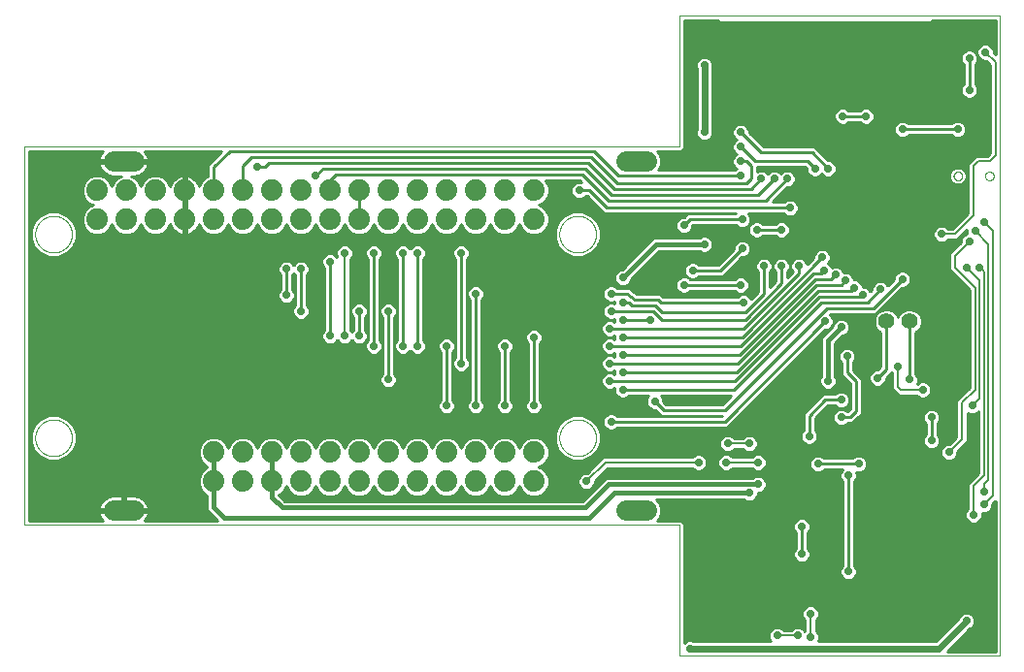
<source format=gbl>
G75*
%MOIN*%
%OFA0B0*%
%FSLAX25Y25*%
%IPPOS*%
%LPD*%
%AMOC8*
5,1,8,0,0,1.08239X$1,22.5*
%
%ADD10C,0.00000*%
%ADD11C,0.07087*%
%ADD12C,0.07400*%
%ADD13C,0.05543*%
%ADD14C,0.02775*%
%ADD15C,0.01000*%
%ADD16C,0.00800*%
%ADD17C,0.01600*%
%ADD18C,0.02400*%
D10*
X0001800Y0047550D02*
X0226800Y0047550D01*
X0226800Y0002550D01*
X0336800Y0002550D01*
X0336800Y0222550D01*
X0226800Y0222550D01*
X0226800Y0177550D01*
X0001800Y0177550D01*
X0001800Y0047550D01*
X0005501Y0077550D02*
X0005503Y0077708D01*
X0005509Y0077866D01*
X0005519Y0078024D01*
X0005533Y0078182D01*
X0005551Y0078339D01*
X0005572Y0078496D01*
X0005598Y0078652D01*
X0005628Y0078808D01*
X0005661Y0078963D01*
X0005699Y0079116D01*
X0005740Y0079269D01*
X0005785Y0079421D01*
X0005834Y0079572D01*
X0005887Y0079721D01*
X0005943Y0079869D01*
X0006003Y0080015D01*
X0006067Y0080160D01*
X0006135Y0080303D01*
X0006206Y0080445D01*
X0006280Y0080585D01*
X0006358Y0080722D01*
X0006440Y0080858D01*
X0006524Y0080992D01*
X0006613Y0081123D01*
X0006704Y0081252D01*
X0006799Y0081379D01*
X0006896Y0081504D01*
X0006997Y0081626D01*
X0007101Y0081745D01*
X0007208Y0081862D01*
X0007318Y0081976D01*
X0007431Y0082087D01*
X0007546Y0082196D01*
X0007664Y0082301D01*
X0007785Y0082403D01*
X0007908Y0082503D01*
X0008034Y0082599D01*
X0008162Y0082692D01*
X0008292Y0082782D01*
X0008425Y0082868D01*
X0008560Y0082952D01*
X0008696Y0083031D01*
X0008835Y0083108D01*
X0008976Y0083180D01*
X0009118Y0083250D01*
X0009262Y0083315D01*
X0009408Y0083377D01*
X0009555Y0083435D01*
X0009704Y0083490D01*
X0009854Y0083541D01*
X0010005Y0083588D01*
X0010157Y0083631D01*
X0010310Y0083670D01*
X0010465Y0083706D01*
X0010620Y0083737D01*
X0010776Y0083765D01*
X0010932Y0083789D01*
X0011089Y0083809D01*
X0011247Y0083825D01*
X0011404Y0083837D01*
X0011563Y0083845D01*
X0011721Y0083849D01*
X0011879Y0083849D01*
X0012037Y0083845D01*
X0012196Y0083837D01*
X0012353Y0083825D01*
X0012511Y0083809D01*
X0012668Y0083789D01*
X0012824Y0083765D01*
X0012980Y0083737D01*
X0013135Y0083706D01*
X0013290Y0083670D01*
X0013443Y0083631D01*
X0013595Y0083588D01*
X0013746Y0083541D01*
X0013896Y0083490D01*
X0014045Y0083435D01*
X0014192Y0083377D01*
X0014338Y0083315D01*
X0014482Y0083250D01*
X0014624Y0083180D01*
X0014765Y0083108D01*
X0014904Y0083031D01*
X0015040Y0082952D01*
X0015175Y0082868D01*
X0015308Y0082782D01*
X0015438Y0082692D01*
X0015566Y0082599D01*
X0015692Y0082503D01*
X0015815Y0082403D01*
X0015936Y0082301D01*
X0016054Y0082196D01*
X0016169Y0082087D01*
X0016282Y0081976D01*
X0016392Y0081862D01*
X0016499Y0081745D01*
X0016603Y0081626D01*
X0016704Y0081504D01*
X0016801Y0081379D01*
X0016896Y0081252D01*
X0016987Y0081123D01*
X0017076Y0080992D01*
X0017160Y0080858D01*
X0017242Y0080722D01*
X0017320Y0080585D01*
X0017394Y0080445D01*
X0017465Y0080303D01*
X0017533Y0080160D01*
X0017597Y0080015D01*
X0017657Y0079869D01*
X0017713Y0079721D01*
X0017766Y0079572D01*
X0017815Y0079421D01*
X0017860Y0079269D01*
X0017901Y0079116D01*
X0017939Y0078963D01*
X0017972Y0078808D01*
X0018002Y0078652D01*
X0018028Y0078496D01*
X0018049Y0078339D01*
X0018067Y0078182D01*
X0018081Y0078024D01*
X0018091Y0077866D01*
X0018097Y0077708D01*
X0018099Y0077550D01*
X0018097Y0077392D01*
X0018091Y0077234D01*
X0018081Y0077076D01*
X0018067Y0076918D01*
X0018049Y0076761D01*
X0018028Y0076604D01*
X0018002Y0076448D01*
X0017972Y0076292D01*
X0017939Y0076137D01*
X0017901Y0075984D01*
X0017860Y0075831D01*
X0017815Y0075679D01*
X0017766Y0075528D01*
X0017713Y0075379D01*
X0017657Y0075231D01*
X0017597Y0075085D01*
X0017533Y0074940D01*
X0017465Y0074797D01*
X0017394Y0074655D01*
X0017320Y0074515D01*
X0017242Y0074378D01*
X0017160Y0074242D01*
X0017076Y0074108D01*
X0016987Y0073977D01*
X0016896Y0073848D01*
X0016801Y0073721D01*
X0016704Y0073596D01*
X0016603Y0073474D01*
X0016499Y0073355D01*
X0016392Y0073238D01*
X0016282Y0073124D01*
X0016169Y0073013D01*
X0016054Y0072904D01*
X0015936Y0072799D01*
X0015815Y0072697D01*
X0015692Y0072597D01*
X0015566Y0072501D01*
X0015438Y0072408D01*
X0015308Y0072318D01*
X0015175Y0072232D01*
X0015040Y0072148D01*
X0014904Y0072069D01*
X0014765Y0071992D01*
X0014624Y0071920D01*
X0014482Y0071850D01*
X0014338Y0071785D01*
X0014192Y0071723D01*
X0014045Y0071665D01*
X0013896Y0071610D01*
X0013746Y0071559D01*
X0013595Y0071512D01*
X0013443Y0071469D01*
X0013290Y0071430D01*
X0013135Y0071394D01*
X0012980Y0071363D01*
X0012824Y0071335D01*
X0012668Y0071311D01*
X0012511Y0071291D01*
X0012353Y0071275D01*
X0012196Y0071263D01*
X0012037Y0071255D01*
X0011879Y0071251D01*
X0011721Y0071251D01*
X0011563Y0071255D01*
X0011404Y0071263D01*
X0011247Y0071275D01*
X0011089Y0071291D01*
X0010932Y0071311D01*
X0010776Y0071335D01*
X0010620Y0071363D01*
X0010465Y0071394D01*
X0010310Y0071430D01*
X0010157Y0071469D01*
X0010005Y0071512D01*
X0009854Y0071559D01*
X0009704Y0071610D01*
X0009555Y0071665D01*
X0009408Y0071723D01*
X0009262Y0071785D01*
X0009118Y0071850D01*
X0008976Y0071920D01*
X0008835Y0071992D01*
X0008696Y0072069D01*
X0008560Y0072148D01*
X0008425Y0072232D01*
X0008292Y0072318D01*
X0008162Y0072408D01*
X0008034Y0072501D01*
X0007908Y0072597D01*
X0007785Y0072697D01*
X0007664Y0072799D01*
X0007546Y0072904D01*
X0007431Y0073013D01*
X0007318Y0073124D01*
X0007208Y0073238D01*
X0007101Y0073355D01*
X0006997Y0073474D01*
X0006896Y0073596D01*
X0006799Y0073721D01*
X0006704Y0073848D01*
X0006613Y0073977D01*
X0006524Y0074108D01*
X0006440Y0074242D01*
X0006358Y0074378D01*
X0006280Y0074515D01*
X0006206Y0074655D01*
X0006135Y0074797D01*
X0006067Y0074940D01*
X0006003Y0075085D01*
X0005943Y0075231D01*
X0005887Y0075379D01*
X0005834Y0075528D01*
X0005785Y0075679D01*
X0005740Y0075831D01*
X0005699Y0075984D01*
X0005661Y0076137D01*
X0005628Y0076292D01*
X0005598Y0076448D01*
X0005572Y0076604D01*
X0005551Y0076761D01*
X0005533Y0076918D01*
X0005519Y0077076D01*
X0005509Y0077234D01*
X0005503Y0077392D01*
X0005501Y0077550D01*
X0005501Y0147550D02*
X0005503Y0147708D01*
X0005509Y0147866D01*
X0005519Y0148024D01*
X0005533Y0148182D01*
X0005551Y0148339D01*
X0005572Y0148496D01*
X0005598Y0148652D01*
X0005628Y0148808D01*
X0005661Y0148963D01*
X0005699Y0149116D01*
X0005740Y0149269D01*
X0005785Y0149421D01*
X0005834Y0149572D01*
X0005887Y0149721D01*
X0005943Y0149869D01*
X0006003Y0150015D01*
X0006067Y0150160D01*
X0006135Y0150303D01*
X0006206Y0150445D01*
X0006280Y0150585D01*
X0006358Y0150722D01*
X0006440Y0150858D01*
X0006524Y0150992D01*
X0006613Y0151123D01*
X0006704Y0151252D01*
X0006799Y0151379D01*
X0006896Y0151504D01*
X0006997Y0151626D01*
X0007101Y0151745D01*
X0007208Y0151862D01*
X0007318Y0151976D01*
X0007431Y0152087D01*
X0007546Y0152196D01*
X0007664Y0152301D01*
X0007785Y0152403D01*
X0007908Y0152503D01*
X0008034Y0152599D01*
X0008162Y0152692D01*
X0008292Y0152782D01*
X0008425Y0152868D01*
X0008560Y0152952D01*
X0008696Y0153031D01*
X0008835Y0153108D01*
X0008976Y0153180D01*
X0009118Y0153250D01*
X0009262Y0153315D01*
X0009408Y0153377D01*
X0009555Y0153435D01*
X0009704Y0153490D01*
X0009854Y0153541D01*
X0010005Y0153588D01*
X0010157Y0153631D01*
X0010310Y0153670D01*
X0010465Y0153706D01*
X0010620Y0153737D01*
X0010776Y0153765D01*
X0010932Y0153789D01*
X0011089Y0153809D01*
X0011247Y0153825D01*
X0011404Y0153837D01*
X0011563Y0153845D01*
X0011721Y0153849D01*
X0011879Y0153849D01*
X0012037Y0153845D01*
X0012196Y0153837D01*
X0012353Y0153825D01*
X0012511Y0153809D01*
X0012668Y0153789D01*
X0012824Y0153765D01*
X0012980Y0153737D01*
X0013135Y0153706D01*
X0013290Y0153670D01*
X0013443Y0153631D01*
X0013595Y0153588D01*
X0013746Y0153541D01*
X0013896Y0153490D01*
X0014045Y0153435D01*
X0014192Y0153377D01*
X0014338Y0153315D01*
X0014482Y0153250D01*
X0014624Y0153180D01*
X0014765Y0153108D01*
X0014904Y0153031D01*
X0015040Y0152952D01*
X0015175Y0152868D01*
X0015308Y0152782D01*
X0015438Y0152692D01*
X0015566Y0152599D01*
X0015692Y0152503D01*
X0015815Y0152403D01*
X0015936Y0152301D01*
X0016054Y0152196D01*
X0016169Y0152087D01*
X0016282Y0151976D01*
X0016392Y0151862D01*
X0016499Y0151745D01*
X0016603Y0151626D01*
X0016704Y0151504D01*
X0016801Y0151379D01*
X0016896Y0151252D01*
X0016987Y0151123D01*
X0017076Y0150992D01*
X0017160Y0150858D01*
X0017242Y0150722D01*
X0017320Y0150585D01*
X0017394Y0150445D01*
X0017465Y0150303D01*
X0017533Y0150160D01*
X0017597Y0150015D01*
X0017657Y0149869D01*
X0017713Y0149721D01*
X0017766Y0149572D01*
X0017815Y0149421D01*
X0017860Y0149269D01*
X0017901Y0149116D01*
X0017939Y0148963D01*
X0017972Y0148808D01*
X0018002Y0148652D01*
X0018028Y0148496D01*
X0018049Y0148339D01*
X0018067Y0148182D01*
X0018081Y0148024D01*
X0018091Y0147866D01*
X0018097Y0147708D01*
X0018099Y0147550D01*
X0018097Y0147392D01*
X0018091Y0147234D01*
X0018081Y0147076D01*
X0018067Y0146918D01*
X0018049Y0146761D01*
X0018028Y0146604D01*
X0018002Y0146448D01*
X0017972Y0146292D01*
X0017939Y0146137D01*
X0017901Y0145984D01*
X0017860Y0145831D01*
X0017815Y0145679D01*
X0017766Y0145528D01*
X0017713Y0145379D01*
X0017657Y0145231D01*
X0017597Y0145085D01*
X0017533Y0144940D01*
X0017465Y0144797D01*
X0017394Y0144655D01*
X0017320Y0144515D01*
X0017242Y0144378D01*
X0017160Y0144242D01*
X0017076Y0144108D01*
X0016987Y0143977D01*
X0016896Y0143848D01*
X0016801Y0143721D01*
X0016704Y0143596D01*
X0016603Y0143474D01*
X0016499Y0143355D01*
X0016392Y0143238D01*
X0016282Y0143124D01*
X0016169Y0143013D01*
X0016054Y0142904D01*
X0015936Y0142799D01*
X0015815Y0142697D01*
X0015692Y0142597D01*
X0015566Y0142501D01*
X0015438Y0142408D01*
X0015308Y0142318D01*
X0015175Y0142232D01*
X0015040Y0142148D01*
X0014904Y0142069D01*
X0014765Y0141992D01*
X0014624Y0141920D01*
X0014482Y0141850D01*
X0014338Y0141785D01*
X0014192Y0141723D01*
X0014045Y0141665D01*
X0013896Y0141610D01*
X0013746Y0141559D01*
X0013595Y0141512D01*
X0013443Y0141469D01*
X0013290Y0141430D01*
X0013135Y0141394D01*
X0012980Y0141363D01*
X0012824Y0141335D01*
X0012668Y0141311D01*
X0012511Y0141291D01*
X0012353Y0141275D01*
X0012196Y0141263D01*
X0012037Y0141255D01*
X0011879Y0141251D01*
X0011721Y0141251D01*
X0011563Y0141255D01*
X0011404Y0141263D01*
X0011247Y0141275D01*
X0011089Y0141291D01*
X0010932Y0141311D01*
X0010776Y0141335D01*
X0010620Y0141363D01*
X0010465Y0141394D01*
X0010310Y0141430D01*
X0010157Y0141469D01*
X0010005Y0141512D01*
X0009854Y0141559D01*
X0009704Y0141610D01*
X0009555Y0141665D01*
X0009408Y0141723D01*
X0009262Y0141785D01*
X0009118Y0141850D01*
X0008976Y0141920D01*
X0008835Y0141992D01*
X0008696Y0142069D01*
X0008560Y0142148D01*
X0008425Y0142232D01*
X0008292Y0142318D01*
X0008162Y0142408D01*
X0008034Y0142501D01*
X0007908Y0142597D01*
X0007785Y0142697D01*
X0007664Y0142799D01*
X0007546Y0142904D01*
X0007431Y0143013D01*
X0007318Y0143124D01*
X0007208Y0143238D01*
X0007101Y0143355D01*
X0006997Y0143474D01*
X0006896Y0143596D01*
X0006799Y0143721D01*
X0006704Y0143848D01*
X0006613Y0143977D01*
X0006524Y0144108D01*
X0006440Y0144242D01*
X0006358Y0144378D01*
X0006280Y0144515D01*
X0006206Y0144655D01*
X0006135Y0144797D01*
X0006067Y0144940D01*
X0006003Y0145085D01*
X0005943Y0145231D01*
X0005887Y0145379D01*
X0005834Y0145528D01*
X0005785Y0145679D01*
X0005740Y0145831D01*
X0005699Y0145984D01*
X0005661Y0146137D01*
X0005628Y0146292D01*
X0005598Y0146448D01*
X0005572Y0146604D01*
X0005551Y0146761D01*
X0005533Y0146918D01*
X0005519Y0147076D01*
X0005509Y0147234D01*
X0005503Y0147392D01*
X0005501Y0147550D01*
X0185501Y0147550D02*
X0185503Y0147708D01*
X0185509Y0147866D01*
X0185519Y0148024D01*
X0185533Y0148182D01*
X0185551Y0148339D01*
X0185572Y0148496D01*
X0185598Y0148652D01*
X0185628Y0148808D01*
X0185661Y0148963D01*
X0185699Y0149116D01*
X0185740Y0149269D01*
X0185785Y0149421D01*
X0185834Y0149572D01*
X0185887Y0149721D01*
X0185943Y0149869D01*
X0186003Y0150015D01*
X0186067Y0150160D01*
X0186135Y0150303D01*
X0186206Y0150445D01*
X0186280Y0150585D01*
X0186358Y0150722D01*
X0186440Y0150858D01*
X0186524Y0150992D01*
X0186613Y0151123D01*
X0186704Y0151252D01*
X0186799Y0151379D01*
X0186896Y0151504D01*
X0186997Y0151626D01*
X0187101Y0151745D01*
X0187208Y0151862D01*
X0187318Y0151976D01*
X0187431Y0152087D01*
X0187546Y0152196D01*
X0187664Y0152301D01*
X0187785Y0152403D01*
X0187908Y0152503D01*
X0188034Y0152599D01*
X0188162Y0152692D01*
X0188292Y0152782D01*
X0188425Y0152868D01*
X0188560Y0152952D01*
X0188696Y0153031D01*
X0188835Y0153108D01*
X0188976Y0153180D01*
X0189118Y0153250D01*
X0189262Y0153315D01*
X0189408Y0153377D01*
X0189555Y0153435D01*
X0189704Y0153490D01*
X0189854Y0153541D01*
X0190005Y0153588D01*
X0190157Y0153631D01*
X0190310Y0153670D01*
X0190465Y0153706D01*
X0190620Y0153737D01*
X0190776Y0153765D01*
X0190932Y0153789D01*
X0191089Y0153809D01*
X0191247Y0153825D01*
X0191404Y0153837D01*
X0191563Y0153845D01*
X0191721Y0153849D01*
X0191879Y0153849D01*
X0192037Y0153845D01*
X0192196Y0153837D01*
X0192353Y0153825D01*
X0192511Y0153809D01*
X0192668Y0153789D01*
X0192824Y0153765D01*
X0192980Y0153737D01*
X0193135Y0153706D01*
X0193290Y0153670D01*
X0193443Y0153631D01*
X0193595Y0153588D01*
X0193746Y0153541D01*
X0193896Y0153490D01*
X0194045Y0153435D01*
X0194192Y0153377D01*
X0194338Y0153315D01*
X0194482Y0153250D01*
X0194624Y0153180D01*
X0194765Y0153108D01*
X0194904Y0153031D01*
X0195040Y0152952D01*
X0195175Y0152868D01*
X0195308Y0152782D01*
X0195438Y0152692D01*
X0195566Y0152599D01*
X0195692Y0152503D01*
X0195815Y0152403D01*
X0195936Y0152301D01*
X0196054Y0152196D01*
X0196169Y0152087D01*
X0196282Y0151976D01*
X0196392Y0151862D01*
X0196499Y0151745D01*
X0196603Y0151626D01*
X0196704Y0151504D01*
X0196801Y0151379D01*
X0196896Y0151252D01*
X0196987Y0151123D01*
X0197076Y0150992D01*
X0197160Y0150858D01*
X0197242Y0150722D01*
X0197320Y0150585D01*
X0197394Y0150445D01*
X0197465Y0150303D01*
X0197533Y0150160D01*
X0197597Y0150015D01*
X0197657Y0149869D01*
X0197713Y0149721D01*
X0197766Y0149572D01*
X0197815Y0149421D01*
X0197860Y0149269D01*
X0197901Y0149116D01*
X0197939Y0148963D01*
X0197972Y0148808D01*
X0198002Y0148652D01*
X0198028Y0148496D01*
X0198049Y0148339D01*
X0198067Y0148182D01*
X0198081Y0148024D01*
X0198091Y0147866D01*
X0198097Y0147708D01*
X0198099Y0147550D01*
X0198097Y0147392D01*
X0198091Y0147234D01*
X0198081Y0147076D01*
X0198067Y0146918D01*
X0198049Y0146761D01*
X0198028Y0146604D01*
X0198002Y0146448D01*
X0197972Y0146292D01*
X0197939Y0146137D01*
X0197901Y0145984D01*
X0197860Y0145831D01*
X0197815Y0145679D01*
X0197766Y0145528D01*
X0197713Y0145379D01*
X0197657Y0145231D01*
X0197597Y0145085D01*
X0197533Y0144940D01*
X0197465Y0144797D01*
X0197394Y0144655D01*
X0197320Y0144515D01*
X0197242Y0144378D01*
X0197160Y0144242D01*
X0197076Y0144108D01*
X0196987Y0143977D01*
X0196896Y0143848D01*
X0196801Y0143721D01*
X0196704Y0143596D01*
X0196603Y0143474D01*
X0196499Y0143355D01*
X0196392Y0143238D01*
X0196282Y0143124D01*
X0196169Y0143013D01*
X0196054Y0142904D01*
X0195936Y0142799D01*
X0195815Y0142697D01*
X0195692Y0142597D01*
X0195566Y0142501D01*
X0195438Y0142408D01*
X0195308Y0142318D01*
X0195175Y0142232D01*
X0195040Y0142148D01*
X0194904Y0142069D01*
X0194765Y0141992D01*
X0194624Y0141920D01*
X0194482Y0141850D01*
X0194338Y0141785D01*
X0194192Y0141723D01*
X0194045Y0141665D01*
X0193896Y0141610D01*
X0193746Y0141559D01*
X0193595Y0141512D01*
X0193443Y0141469D01*
X0193290Y0141430D01*
X0193135Y0141394D01*
X0192980Y0141363D01*
X0192824Y0141335D01*
X0192668Y0141311D01*
X0192511Y0141291D01*
X0192353Y0141275D01*
X0192196Y0141263D01*
X0192037Y0141255D01*
X0191879Y0141251D01*
X0191721Y0141251D01*
X0191563Y0141255D01*
X0191404Y0141263D01*
X0191247Y0141275D01*
X0191089Y0141291D01*
X0190932Y0141311D01*
X0190776Y0141335D01*
X0190620Y0141363D01*
X0190465Y0141394D01*
X0190310Y0141430D01*
X0190157Y0141469D01*
X0190005Y0141512D01*
X0189854Y0141559D01*
X0189704Y0141610D01*
X0189555Y0141665D01*
X0189408Y0141723D01*
X0189262Y0141785D01*
X0189118Y0141850D01*
X0188976Y0141920D01*
X0188835Y0141992D01*
X0188696Y0142069D01*
X0188560Y0142148D01*
X0188425Y0142232D01*
X0188292Y0142318D01*
X0188162Y0142408D01*
X0188034Y0142501D01*
X0187908Y0142597D01*
X0187785Y0142697D01*
X0187664Y0142799D01*
X0187546Y0142904D01*
X0187431Y0143013D01*
X0187318Y0143124D01*
X0187208Y0143238D01*
X0187101Y0143355D01*
X0186997Y0143474D01*
X0186896Y0143596D01*
X0186799Y0143721D01*
X0186704Y0143848D01*
X0186613Y0143977D01*
X0186524Y0144108D01*
X0186440Y0144242D01*
X0186358Y0144378D01*
X0186280Y0144515D01*
X0186206Y0144655D01*
X0186135Y0144797D01*
X0186067Y0144940D01*
X0186003Y0145085D01*
X0185943Y0145231D01*
X0185887Y0145379D01*
X0185834Y0145528D01*
X0185785Y0145679D01*
X0185740Y0145831D01*
X0185699Y0145984D01*
X0185661Y0146137D01*
X0185628Y0146292D01*
X0185598Y0146448D01*
X0185572Y0146604D01*
X0185551Y0146761D01*
X0185533Y0146918D01*
X0185519Y0147076D01*
X0185509Y0147234D01*
X0185503Y0147392D01*
X0185501Y0147550D01*
X0185501Y0077550D02*
X0185503Y0077708D01*
X0185509Y0077866D01*
X0185519Y0078024D01*
X0185533Y0078182D01*
X0185551Y0078339D01*
X0185572Y0078496D01*
X0185598Y0078652D01*
X0185628Y0078808D01*
X0185661Y0078963D01*
X0185699Y0079116D01*
X0185740Y0079269D01*
X0185785Y0079421D01*
X0185834Y0079572D01*
X0185887Y0079721D01*
X0185943Y0079869D01*
X0186003Y0080015D01*
X0186067Y0080160D01*
X0186135Y0080303D01*
X0186206Y0080445D01*
X0186280Y0080585D01*
X0186358Y0080722D01*
X0186440Y0080858D01*
X0186524Y0080992D01*
X0186613Y0081123D01*
X0186704Y0081252D01*
X0186799Y0081379D01*
X0186896Y0081504D01*
X0186997Y0081626D01*
X0187101Y0081745D01*
X0187208Y0081862D01*
X0187318Y0081976D01*
X0187431Y0082087D01*
X0187546Y0082196D01*
X0187664Y0082301D01*
X0187785Y0082403D01*
X0187908Y0082503D01*
X0188034Y0082599D01*
X0188162Y0082692D01*
X0188292Y0082782D01*
X0188425Y0082868D01*
X0188560Y0082952D01*
X0188696Y0083031D01*
X0188835Y0083108D01*
X0188976Y0083180D01*
X0189118Y0083250D01*
X0189262Y0083315D01*
X0189408Y0083377D01*
X0189555Y0083435D01*
X0189704Y0083490D01*
X0189854Y0083541D01*
X0190005Y0083588D01*
X0190157Y0083631D01*
X0190310Y0083670D01*
X0190465Y0083706D01*
X0190620Y0083737D01*
X0190776Y0083765D01*
X0190932Y0083789D01*
X0191089Y0083809D01*
X0191247Y0083825D01*
X0191404Y0083837D01*
X0191563Y0083845D01*
X0191721Y0083849D01*
X0191879Y0083849D01*
X0192037Y0083845D01*
X0192196Y0083837D01*
X0192353Y0083825D01*
X0192511Y0083809D01*
X0192668Y0083789D01*
X0192824Y0083765D01*
X0192980Y0083737D01*
X0193135Y0083706D01*
X0193290Y0083670D01*
X0193443Y0083631D01*
X0193595Y0083588D01*
X0193746Y0083541D01*
X0193896Y0083490D01*
X0194045Y0083435D01*
X0194192Y0083377D01*
X0194338Y0083315D01*
X0194482Y0083250D01*
X0194624Y0083180D01*
X0194765Y0083108D01*
X0194904Y0083031D01*
X0195040Y0082952D01*
X0195175Y0082868D01*
X0195308Y0082782D01*
X0195438Y0082692D01*
X0195566Y0082599D01*
X0195692Y0082503D01*
X0195815Y0082403D01*
X0195936Y0082301D01*
X0196054Y0082196D01*
X0196169Y0082087D01*
X0196282Y0081976D01*
X0196392Y0081862D01*
X0196499Y0081745D01*
X0196603Y0081626D01*
X0196704Y0081504D01*
X0196801Y0081379D01*
X0196896Y0081252D01*
X0196987Y0081123D01*
X0197076Y0080992D01*
X0197160Y0080858D01*
X0197242Y0080722D01*
X0197320Y0080585D01*
X0197394Y0080445D01*
X0197465Y0080303D01*
X0197533Y0080160D01*
X0197597Y0080015D01*
X0197657Y0079869D01*
X0197713Y0079721D01*
X0197766Y0079572D01*
X0197815Y0079421D01*
X0197860Y0079269D01*
X0197901Y0079116D01*
X0197939Y0078963D01*
X0197972Y0078808D01*
X0198002Y0078652D01*
X0198028Y0078496D01*
X0198049Y0078339D01*
X0198067Y0078182D01*
X0198081Y0078024D01*
X0198091Y0077866D01*
X0198097Y0077708D01*
X0198099Y0077550D01*
X0198097Y0077392D01*
X0198091Y0077234D01*
X0198081Y0077076D01*
X0198067Y0076918D01*
X0198049Y0076761D01*
X0198028Y0076604D01*
X0198002Y0076448D01*
X0197972Y0076292D01*
X0197939Y0076137D01*
X0197901Y0075984D01*
X0197860Y0075831D01*
X0197815Y0075679D01*
X0197766Y0075528D01*
X0197713Y0075379D01*
X0197657Y0075231D01*
X0197597Y0075085D01*
X0197533Y0074940D01*
X0197465Y0074797D01*
X0197394Y0074655D01*
X0197320Y0074515D01*
X0197242Y0074378D01*
X0197160Y0074242D01*
X0197076Y0074108D01*
X0196987Y0073977D01*
X0196896Y0073848D01*
X0196801Y0073721D01*
X0196704Y0073596D01*
X0196603Y0073474D01*
X0196499Y0073355D01*
X0196392Y0073238D01*
X0196282Y0073124D01*
X0196169Y0073013D01*
X0196054Y0072904D01*
X0195936Y0072799D01*
X0195815Y0072697D01*
X0195692Y0072597D01*
X0195566Y0072501D01*
X0195438Y0072408D01*
X0195308Y0072318D01*
X0195175Y0072232D01*
X0195040Y0072148D01*
X0194904Y0072069D01*
X0194765Y0071992D01*
X0194624Y0071920D01*
X0194482Y0071850D01*
X0194338Y0071785D01*
X0194192Y0071723D01*
X0194045Y0071665D01*
X0193896Y0071610D01*
X0193746Y0071559D01*
X0193595Y0071512D01*
X0193443Y0071469D01*
X0193290Y0071430D01*
X0193135Y0071394D01*
X0192980Y0071363D01*
X0192824Y0071335D01*
X0192668Y0071311D01*
X0192511Y0071291D01*
X0192353Y0071275D01*
X0192196Y0071263D01*
X0192037Y0071255D01*
X0191879Y0071251D01*
X0191721Y0071251D01*
X0191563Y0071255D01*
X0191404Y0071263D01*
X0191247Y0071275D01*
X0191089Y0071291D01*
X0190932Y0071311D01*
X0190776Y0071335D01*
X0190620Y0071363D01*
X0190465Y0071394D01*
X0190310Y0071430D01*
X0190157Y0071469D01*
X0190005Y0071512D01*
X0189854Y0071559D01*
X0189704Y0071610D01*
X0189555Y0071665D01*
X0189408Y0071723D01*
X0189262Y0071785D01*
X0189118Y0071850D01*
X0188976Y0071920D01*
X0188835Y0071992D01*
X0188696Y0072069D01*
X0188560Y0072148D01*
X0188425Y0072232D01*
X0188292Y0072318D01*
X0188162Y0072408D01*
X0188034Y0072501D01*
X0187908Y0072597D01*
X0187785Y0072697D01*
X0187664Y0072799D01*
X0187546Y0072904D01*
X0187431Y0073013D01*
X0187318Y0073124D01*
X0187208Y0073238D01*
X0187101Y0073355D01*
X0186997Y0073474D01*
X0186896Y0073596D01*
X0186799Y0073721D01*
X0186704Y0073848D01*
X0186613Y0073977D01*
X0186524Y0074108D01*
X0186440Y0074242D01*
X0186358Y0074378D01*
X0186280Y0074515D01*
X0186206Y0074655D01*
X0186135Y0074797D01*
X0186067Y0074940D01*
X0186003Y0075085D01*
X0185943Y0075231D01*
X0185887Y0075379D01*
X0185834Y0075528D01*
X0185785Y0075679D01*
X0185740Y0075831D01*
X0185699Y0075984D01*
X0185661Y0076137D01*
X0185628Y0076292D01*
X0185598Y0076448D01*
X0185572Y0076604D01*
X0185551Y0076761D01*
X0185533Y0076918D01*
X0185519Y0077076D01*
X0185509Y0077234D01*
X0185503Y0077392D01*
X0185501Y0077550D01*
X0320911Y0167550D02*
X0320913Y0167627D01*
X0320919Y0167703D01*
X0320929Y0167779D01*
X0320943Y0167854D01*
X0320960Y0167929D01*
X0320982Y0168002D01*
X0321007Y0168075D01*
X0321037Y0168146D01*
X0321069Y0168215D01*
X0321106Y0168282D01*
X0321145Y0168348D01*
X0321188Y0168411D01*
X0321235Y0168472D01*
X0321284Y0168531D01*
X0321337Y0168587D01*
X0321392Y0168640D01*
X0321450Y0168690D01*
X0321510Y0168737D01*
X0321573Y0168781D01*
X0321638Y0168822D01*
X0321705Y0168859D01*
X0321774Y0168893D01*
X0321844Y0168923D01*
X0321916Y0168949D01*
X0321990Y0168971D01*
X0322064Y0168990D01*
X0322139Y0169005D01*
X0322215Y0169016D01*
X0322291Y0169023D01*
X0322368Y0169026D01*
X0322444Y0169025D01*
X0322521Y0169020D01*
X0322597Y0169011D01*
X0322673Y0168998D01*
X0322747Y0168981D01*
X0322821Y0168961D01*
X0322894Y0168936D01*
X0322965Y0168908D01*
X0323035Y0168876D01*
X0323103Y0168841D01*
X0323169Y0168802D01*
X0323233Y0168760D01*
X0323294Y0168714D01*
X0323354Y0168665D01*
X0323410Y0168614D01*
X0323464Y0168559D01*
X0323515Y0168502D01*
X0323563Y0168442D01*
X0323608Y0168380D01*
X0323649Y0168315D01*
X0323687Y0168249D01*
X0323722Y0168181D01*
X0323752Y0168110D01*
X0323780Y0168039D01*
X0323803Y0167966D01*
X0323823Y0167892D01*
X0323839Y0167817D01*
X0323851Y0167741D01*
X0323859Y0167665D01*
X0323863Y0167588D01*
X0323863Y0167512D01*
X0323859Y0167435D01*
X0323851Y0167359D01*
X0323839Y0167283D01*
X0323823Y0167208D01*
X0323803Y0167134D01*
X0323780Y0167061D01*
X0323752Y0166990D01*
X0323722Y0166919D01*
X0323687Y0166851D01*
X0323649Y0166785D01*
X0323608Y0166720D01*
X0323563Y0166658D01*
X0323515Y0166598D01*
X0323464Y0166541D01*
X0323410Y0166486D01*
X0323354Y0166435D01*
X0323294Y0166386D01*
X0323233Y0166340D01*
X0323169Y0166298D01*
X0323103Y0166259D01*
X0323035Y0166224D01*
X0322965Y0166192D01*
X0322894Y0166164D01*
X0322821Y0166139D01*
X0322747Y0166119D01*
X0322673Y0166102D01*
X0322597Y0166089D01*
X0322521Y0166080D01*
X0322444Y0166075D01*
X0322368Y0166074D01*
X0322291Y0166077D01*
X0322215Y0166084D01*
X0322139Y0166095D01*
X0322064Y0166110D01*
X0321990Y0166129D01*
X0321916Y0166151D01*
X0321844Y0166177D01*
X0321774Y0166207D01*
X0321705Y0166241D01*
X0321638Y0166278D01*
X0321573Y0166319D01*
X0321510Y0166363D01*
X0321450Y0166410D01*
X0321392Y0166460D01*
X0321337Y0166513D01*
X0321284Y0166569D01*
X0321235Y0166628D01*
X0321188Y0166689D01*
X0321145Y0166752D01*
X0321106Y0166818D01*
X0321069Y0166885D01*
X0321037Y0166954D01*
X0321007Y0167025D01*
X0320982Y0167098D01*
X0320960Y0167171D01*
X0320943Y0167246D01*
X0320929Y0167321D01*
X0320919Y0167397D01*
X0320913Y0167473D01*
X0320911Y0167550D01*
X0331737Y0167550D02*
X0331739Y0167627D01*
X0331745Y0167703D01*
X0331755Y0167779D01*
X0331769Y0167854D01*
X0331786Y0167929D01*
X0331808Y0168002D01*
X0331833Y0168075D01*
X0331863Y0168146D01*
X0331895Y0168215D01*
X0331932Y0168282D01*
X0331971Y0168348D01*
X0332014Y0168411D01*
X0332061Y0168472D01*
X0332110Y0168531D01*
X0332163Y0168587D01*
X0332218Y0168640D01*
X0332276Y0168690D01*
X0332336Y0168737D01*
X0332399Y0168781D01*
X0332464Y0168822D01*
X0332531Y0168859D01*
X0332600Y0168893D01*
X0332670Y0168923D01*
X0332742Y0168949D01*
X0332816Y0168971D01*
X0332890Y0168990D01*
X0332965Y0169005D01*
X0333041Y0169016D01*
X0333117Y0169023D01*
X0333194Y0169026D01*
X0333270Y0169025D01*
X0333347Y0169020D01*
X0333423Y0169011D01*
X0333499Y0168998D01*
X0333573Y0168981D01*
X0333647Y0168961D01*
X0333720Y0168936D01*
X0333791Y0168908D01*
X0333861Y0168876D01*
X0333929Y0168841D01*
X0333995Y0168802D01*
X0334059Y0168760D01*
X0334120Y0168714D01*
X0334180Y0168665D01*
X0334236Y0168614D01*
X0334290Y0168559D01*
X0334341Y0168502D01*
X0334389Y0168442D01*
X0334434Y0168380D01*
X0334475Y0168315D01*
X0334513Y0168249D01*
X0334548Y0168181D01*
X0334578Y0168110D01*
X0334606Y0168039D01*
X0334629Y0167966D01*
X0334649Y0167892D01*
X0334665Y0167817D01*
X0334677Y0167741D01*
X0334685Y0167665D01*
X0334689Y0167588D01*
X0334689Y0167512D01*
X0334685Y0167435D01*
X0334677Y0167359D01*
X0334665Y0167283D01*
X0334649Y0167208D01*
X0334629Y0167134D01*
X0334606Y0167061D01*
X0334578Y0166990D01*
X0334548Y0166919D01*
X0334513Y0166851D01*
X0334475Y0166785D01*
X0334434Y0166720D01*
X0334389Y0166658D01*
X0334341Y0166598D01*
X0334290Y0166541D01*
X0334236Y0166486D01*
X0334180Y0166435D01*
X0334120Y0166386D01*
X0334059Y0166340D01*
X0333995Y0166298D01*
X0333929Y0166259D01*
X0333861Y0166224D01*
X0333791Y0166192D01*
X0333720Y0166164D01*
X0333647Y0166139D01*
X0333573Y0166119D01*
X0333499Y0166102D01*
X0333423Y0166089D01*
X0333347Y0166080D01*
X0333270Y0166075D01*
X0333194Y0166074D01*
X0333117Y0166077D01*
X0333041Y0166084D01*
X0332965Y0166095D01*
X0332890Y0166110D01*
X0332816Y0166129D01*
X0332742Y0166151D01*
X0332670Y0166177D01*
X0332600Y0166207D01*
X0332531Y0166241D01*
X0332464Y0166278D01*
X0332399Y0166319D01*
X0332336Y0166363D01*
X0332276Y0166410D01*
X0332218Y0166460D01*
X0332163Y0166513D01*
X0332110Y0166569D01*
X0332061Y0166628D01*
X0332014Y0166689D01*
X0331971Y0166752D01*
X0331932Y0166818D01*
X0331895Y0166885D01*
X0331863Y0166954D01*
X0331833Y0167025D01*
X0331808Y0167098D01*
X0331786Y0167171D01*
X0331769Y0167246D01*
X0331755Y0167321D01*
X0331745Y0167397D01*
X0331739Y0167473D01*
X0331737Y0167550D01*
D11*
X0215343Y0172550D02*
X0208257Y0172550D01*
X0039343Y0172550D02*
X0032257Y0172550D01*
X0032257Y0052550D02*
X0039343Y0052550D01*
X0208257Y0052550D02*
X0215343Y0052550D01*
D12*
X0176800Y0062550D03*
X0166800Y0062550D03*
X0156800Y0062550D03*
X0146800Y0062550D03*
X0136800Y0062550D03*
X0126800Y0062550D03*
X0116800Y0062550D03*
X0106800Y0062550D03*
X0096800Y0062550D03*
X0086800Y0062550D03*
X0076800Y0062550D03*
X0066800Y0062550D03*
X0066800Y0072550D03*
X0076800Y0072550D03*
X0086800Y0072550D03*
X0096800Y0072550D03*
X0106800Y0072550D03*
X0116800Y0072550D03*
X0126800Y0072550D03*
X0136800Y0072550D03*
X0146800Y0072550D03*
X0156800Y0072550D03*
X0166800Y0072550D03*
X0176800Y0072550D03*
X0176800Y0152550D03*
X0166800Y0152550D03*
X0156800Y0152550D03*
X0146800Y0152550D03*
X0136800Y0152550D03*
X0126800Y0152550D03*
X0116800Y0152550D03*
X0106800Y0152550D03*
X0096800Y0152550D03*
X0086800Y0152550D03*
X0076800Y0152550D03*
X0066800Y0152550D03*
X0056800Y0152550D03*
X0046800Y0152550D03*
X0036800Y0152550D03*
X0026800Y0152550D03*
X0026800Y0162550D03*
X0036800Y0162550D03*
X0046800Y0162550D03*
X0056800Y0162550D03*
X0066800Y0162550D03*
X0076800Y0162550D03*
X0086800Y0162550D03*
X0096800Y0162550D03*
X0106800Y0162550D03*
X0116800Y0162550D03*
X0126800Y0162550D03*
X0136800Y0162550D03*
X0146800Y0162550D03*
X0156800Y0162550D03*
X0166800Y0162550D03*
X0176800Y0162550D03*
D13*
X0297863Y0117550D03*
X0305737Y0117550D03*
D14*
X0314300Y0117550D03*
X0311300Y0109050D03*
X0301800Y0102050D03*
X0305800Y0097550D03*
X0310300Y0094050D03*
X0313300Y0084550D03*
X0313300Y0076550D03*
X0319300Y0072550D03*
X0327300Y0088550D03*
X0296800Y0082550D03*
X0282300Y0084550D03*
X0282300Y0090550D03*
X0277800Y0097050D03*
X0265800Y0092550D03*
X0284300Y0105550D03*
X0284300Y0111550D03*
X0282300Y0115550D03*
X0276800Y0117550D03*
X0286800Y0129050D03*
X0283800Y0131550D03*
X0280300Y0133550D03*
X0276300Y0135050D03*
X0275800Y0139550D03*
X0267800Y0136550D03*
X0261800Y0136550D03*
X0255800Y0136550D03*
X0247800Y0130050D03*
X0248800Y0124050D03*
X0231300Y0135050D03*
X0228300Y0130050D03*
X0216800Y0128050D03*
X0207300Y0124050D03*
X0203300Y0121050D03*
X0207300Y0118050D03*
X0202800Y0115050D03*
X0207300Y0112050D03*
X0202800Y0109050D03*
X0207300Y0106050D03*
X0202800Y0103050D03*
X0207300Y0100050D03*
X0202800Y0097050D03*
X0207300Y0094050D03*
X0218300Y0090050D03*
X0225300Y0090050D03*
X0229300Y0079550D03*
X0233300Y0069050D03*
X0242800Y0069050D03*
X0243300Y0075550D03*
X0250800Y0075550D03*
X0259800Y0073550D03*
X0253800Y0069050D03*
X0253800Y0061550D03*
X0250800Y0058550D03*
X0248800Y0054050D03*
X0257800Y0054050D03*
X0268800Y0047050D03*
X0268800Y0037550D03*
X0284800Y0031550D03*
X0296800Y0032550D03*
X0276800Y0022050D03*
X0271800Y0017050D03*
X0265300Y0017050D03*
X0267300Y0009550D03*
X0271800Y0009050D03*
X0260300Y0009550D03*
X0255800Y0019050D03*
X0244800Y0021550D03*
X0253800Y0037050D03*
X0280300Y0054550D03*
X0284800Y0064550D03*
X0288300Y0068550D03*
X0294300Y0061050D03*
X0274300Y0068550D03*
X0271300Y0078050D03*
X0294800Y0098050D03*
X0289800Y0126550D03*
X0295800Y0128550D03*
X0303300Y0132050D03*
X0320300Y0132050D03*
X0325300Y0136050D03*
X0329800Y0136050D03*
X0326300Y0145050D03*
X0328300Y0148550D03*
X0331300Y0151550D03*
X0316800Y0147550D03*
X0277800Y0170050D03*
X0273300Y0170050D03*
X0263800Y0166550D03*
X0259300Y0166550D03*
X0254800Y0166550D03*
X0247800Y0167550D03*
X0247800Y0172550D03*
X0247780Y0177570D03*
X0247780Y0182570D03*
X0235300Y0182550D03*
X0230300Y0189050D03*
X0223300Y0172550D03*
X0248300Y0152550D03*
X0248300Y0147550D03*
X0253300Y0149050D03*
X0248300Y0142550D03*
X0235300Y0144050D03*
X0228300Y0150550D03*
X0207300Y0132550D03*
X0203300Y0127050D03*
X0216800Y0118050D03*
X0240300Y0090050D03*
X0203300Y0083050D03*
X0176800Y0088550D03*
X0166800Y0088550D03*
X0156800Y0088550D03*
X0146800Y0088550D03*
X0151800Y0103050D03*
X0146800Y0109050D03*
X0136800Y0109050D03*
X0131800Y0109050D03*
X0121800Y0109050D03*
X0116800Y0112550D03*
X0111800Y0112550D03*
X0106800Y0112550D03*
X0096800Y0121050D03*
X0091800Y0126550D03*
X0091800Y0135550D03*
X0096800Y0135550D03*
X0106800Y0138050D03*
X0111800Y0141050D03*
X0121800Y0141050D03*
X0131800Y0141050D03*
X0136800Y0141050D03*
X0151800Y0141050D03*
X0156800Y0127050D03*
X0176800Y0112050D03*
X0166800Y0109050D03*
X0126800Y0097550D03*
X0126800Y0121050D03*
X0116800Y0121050D03*
X0101800Y0167550D03*
X0081800Y0170550D03*
X0192300Y0162550D03*
X0235300Y0205550D03*
X0248300Y0217550D03*
X0271300Y0187050D03*
X0282800Y0188050D03*
X0290800Y0188050D03*
X0303300Y0183550D03*
X0322300Y0183550D03*
X0326300Y0197050D03*
X0331800Y0197050D03*
X0326320Y0208050D03*
X0331800Y0210050D03*
X0305300Y0217550D03*
X0264800Y0156550D03*
X0261800Y0149050D03*
X0194800Y0062550D03*
X0230300Y0005050D03*
X0320300Y0023050D03*
X0325300Y0014550D03*
X0320300Y0042050D03*
X0327800Y0051050D03*
X0331300Y0054550D03*
X0331300Y0059050D03*
X0317800Y0052550D03*
D15*
X0324913Y0051624D02*
X0324913Y0050476D01*
X0325352Y0049414D01*
X0326164Y0048602D01*
X0327226Y0048162D01*
X0328374Y0048162D01*
X0329436Y0048602D01*
X0330248Y0049414D01*
X0330687Y0050476D01*
X0330687Y0051624D01*
X0330661Y0051689D01*
X0330726Y0051662D01*
X0331874Y0051662D01*
X0332936Y0052102D01*
X0333748Y0052914D01*
X0334187Y0053976D01*
X0334187Y0054750D01*
X0335087Y0055650D01*
X0335300Y0055863D01*
X0335300Y0004050D01*
X0318618Y0004050D01*
X0326483Y0011915D01*
X0326936Y0012102D01*
X0327748Y0012914D01*
X0328187Y0013976D01*
X0328187Y0015124D01*
X0327748Y0016186D01*
X0326936Y0016998D01*
X0325874Y0017437D01*
X0324726Y0017437D01*
X0323664Y0016998D01*
X0322852Y0016186D01*
X0322665Y0015733D01*
X0314682Y0007750D01*
X0274387Y0007750D01*
X0274687Y0008476D01*
X0274687Y0009624D01*
X0274248Y0010686D01*
X0273700Y0011234D01*
X0273700Y0014866D01*
X0274248Y0015414D01*
X0274687Y0016476D01*
X0274687Y0017624D01*
X0274248Y0018686D01*
X0273436Y0019498D01*
X0272374Y0019937D01*
X0271226Y0019937D01*
X0270164Y0019498D01*
X0269352Y0018686D01*
X0268913Y0017624D01*
X0268913Y0016476D01*
X0269352Y0015414D01*
X0269900Y0014866D01*
X0269900Y0011234D01*
X0269778Y0011112D01*
X0269748Y0011186D01*
X0268936Y0011998D01*
X0267874Y0012437D01*
X0266726Y0012437D01*
X0265664Y0011998D01*
X0265116Y0011450D01*
X0262484Y0011450D01*
X0261936Y0011998D01*
X0260874Y0012437D01*
X0259726Y0012437D01*
X0258664Y0011998D01*
X0257852Y0011186D01*
X0257412Y0010124D01*
X0257412Y0008976D01*
X0257852Y0007914D01*
X0258016Y0007750D01*
X0231327Y0007750D01*
X0230874Y0007937D01*
X0229726Y0007937D01*
X0228664Y0007498D01*
X0228300Y0007134D01*
X0228300Y0048171D01*
X0227421Y0049050D01*
X0218976Y0049050D01*
X0219619Y0049693D01*
X0220387Y0051547D01*
X0220387Y0053553D01*
X0219619Y0055407D01*
X0218776Y0056250D01*
X0249016Y0056250D01*
X0249164Y0056102D01*
X0250226Y0055662D01*
X0251374Y0055662D01*
X0252436Y0056102D01*
X0253248Y0056914D01*
X0253687Y0057976D01*
X0253687Y0058662D01*
X0254374Y0058662D01*
X0255436Y0059102D01*
X0256248Y0059914D01*
X0256687Y0060976D01*
X0256687Y0062124D01*
X0256248Y0063186D01*
X0255436Y0063998D01*
X0254374Y0064437D01*
X0253226Y0064437D01*
X0252164Y0063998D01*
X0252016Y0063850D01*
X0201347Y0063850D01*
X0193347Y0055850D01*
X0091253Y0055850D01*
X0089191Y0057912D01*
X0089746Y0058142D01*
X0091208Y0059604D01*
X0091800Y0061033D01*
X0092392Y0059604D01*
X0093854Y0058142D01*
X0095766Y0057350D01*
X0097834Y0057350D01*
X0099746Y0058142D01*
X0101208Y0059604D01*
X0101800Y0061033D01*
X0102392Y0059604D01*
X0103854Y0058142D01*
X0105766Y0057350D01*
X0107834Y0057350D01*
X0109746Y0058142D01*
X0111208Y0059604D01*
X0111800Y0061033D01*
X0112392Y0059604D01*
X0113854Y0058142D01*
X0115766Y0057350D01*
X0117834Y0057350D01*
X0119746Y0058142D01*
X0121208Y0059604D01*
X0121800Y0061033D01*
X0122392Y0059604D01*
X0123854Y0058142D01*
X0125766Y0057350D01*
X0127834Y0057350D01*
X0129746Y0058142D01*
X0131208Y0059604D01*
X0131800Y0061033D01*
X0132392Y0059604D01*
X0133854Y0058142D01*
X0135766Y0057350D01*
X0137834Y0057350D01*
X0139746Y0058142D01*
X0141208Y0059604D01*
X0141800Y0061033D01*
X0142392Y0059604D01*
X0143854Y0058142D01*
X0145766Y0057350D01*
X0147834Y0057350D01*
X0149746Y0058142D01*
X0151208Y0059604D01*
X0151800Y0061033D01*
X0152392Y0059604D01*
X0153854Y0058142D01*
X0155766Y0057350D01*
X0157834Y0057350D01*
X0159746Y0058142D01*
X0161208Y0059604D01*
X0161800Y0061033D01*
X0162392Y0059604D01*
X0163854Y0058142D01*
X0165766Y0057350D01*
X0167834Y0057350D01*
X0169746Y0058142D01*
X0171208Y0059604D01*
X0171800Y0061033D01*
X0172392Y0059604D01*
X0173854Y0058142D01*
X0175766Y0057350D01*
X0177834Y0057350D01*
X0179746Y0058142D01*
X0181208Y0059604D01*
X0182000Y0061516D01*
X0182000Y0063584D01*
X0181208Y0065496D01*
X0179746Y0066958D01*
X0178317Y0067550D01*
X0179746Y0068142D01*
X0181208Y0069604D01*
X0182000Y0071516D01*
X0182000Y0073584D01*
X0181208Y0075496D01*
X0179746Y0076958D01*
X0177834Y0077750D01*
X0175766Y0077750D01*
X0173854Y0076958D01*
X0172392Y0075496D01*
X0171800Y0074067D01*
X0171208Y0075496D01*
X0169746Y0076958D01*
X0167834Y0077750D01*
X0165766Y0077750D01*
X0163854Y0076958D01*
X0162392Y0075496D01*
X0161800Y0074067D01*
X0161208Y0075496D01*
X0159746Y0076958D01*
X0157834Y0077750D01*
X0155766Y0077750D01*
X0153854Y0076958D01*
X0152392Y0075496D01*
X0151800Y0074067D01*
X0151208Y0075496D01*
X0149746Y0076958D01*
X0147834Y0077750D01*
X0145766Y0077750D01*
X0143854Y0076958D01*
X0142392Y0075496D01*
X0141800Y0074067D01*
X0141208Y0075496D01*
X0139746Y0076958D01*
X0137834Y0077750D01*
X0135766Y0077750D01*
X0133854Y0076958D01*
X0132392Y0075496D01*
X0131800Y0074067D01*
X0131208Y0075496D01*
X0129746Y0076958D01*
X0127834Y0077750D01*
X0125766Y0077750D01*
X0123854Y0076958D01*
X0122392Y0075496D01*
X0121800Y0074067D01*
X0121208Y0075496D01*
X0119746Y0076958D01*
X0117834Y0077750D01*
X0115766Y0077750D01*
X0113854Y0076958D01*
X0112392Y0075496D01*
X0111800Y0074067D01*
X0111208Y0075496D01*
X0109746Y0076958D01*
X0107834Y0077750D01*
X0105766Y0077750D01*
X0103854Y0076958D01*
X0102392Y0075496D01*
X0101800Y0074067D01*
X0101208Y0075496D01*
X0099746Y0076958D01*
X0097834Y0077750D01*
X0095766Y0077750D01*
X0093854Y0076958D01*
X0092392Y0075496D01*
X0091800Y0074067D01*
X0091208Y0075496D01*
X0089746Y0076958D01*
X0087834Y0077750D01*
X0085766Y0077750D01*
X0083854Y0076958D01*
X0082392Y0075496D01*
X0081800Y0074067D01*
X0081208Y0075496D01*
X0079746Y0076958D01*
X0077834Y0077750D01*
X0075766Y0077750D01*
X0073854Y0076958D01*
X0072392Y0075496D01*
X0071800Y0074067D01*
X0071208Y0075496D01*
X0069746Y0076958D01*
X0067834Y0077750D01*
X0065766Y0077750D01*
X0063854Y0076958D01*
X0062392Y0075496D01*
X0061600Y0073584D01*
X0061600Y0071516D01*
X0062392Y0069604D01*
X0063854Y0068142D01*
X0064500Y0067874D01*
X0064500Y0067226D01*
X0063854Y0066958D01*
X0062392Y0065496D01*
X0061600Y0063584D01*
X0061600Y0061516D01*
X0062392Y0059604D01*
X0063854Y0058142D01*
X0064500Y0057874D01*
X0064500Y0052597D01*
X0068000Y0049097D01*
X0068047Y0049050D01*
X0042976Y0049050D01*
X0043190Y0049265D01*
X0043657Y0049907D01*
X0044017Y0050614D01*
X0044262Y0051369D01*
X0044370Y0052050D01*
X0036300Y0052050D01*
X0036300Y0053050D01*
X0035300Y0053050D01*
X0035300Y0057593D01*
X0031860Y0057593D01*
X0031076Y0057469D01*
X0030321Y0057224D01*
X0029613Y0056863D01*
X0028971Y0056397D01*
X0028410Y0055835D01*
X0027943Y0055193D01*
X0027583Y0054486D01*
X0027338Y0053731D01*
X0027230Y0053050D01*
X0035300Y0053050D01*
X0035300Y0052050D01*
X0027230Y0052050D01*
X0027338Y0051369D01*
X0027583Y0050614D01*
X0027943Y0049907D01*
X0028410Y0049265D01*
X0028624Y0049050D01*
X0003300Y0049050D01*
X0003300Y0176050D01*
X0028624Y0176050D01*
X0028410Y0175835D01*
X0027943Y0175193D01*
X0027583Y0174486D01*
X0027338Y0173731D01*
X0027230Y0173050D01*
X0035300Y0173050D01*
X0035300Y0172050D01*
X0027230Y0172050D01*
X0027338Y0171369D01*
X0027583Y0170614D01*
X0027943Y0169907D01*
X0028410Y0169265D01*
X0028971Y0168703D01*
X0029613Y0168237D01*
X0030321Y0167876D01*
X0031076Y0167631D01*
X0031860Y0167507D01*
X0035178Y0167507D01*
X0033854Y0166958D01*
X0032392Y0165496D01*
X0031800Y0164067D01*
X0031208Y0165496D01*
X0029746Y0166958D01*
X0027834Y0167750D01*
X0025766Y0167750D01*
X0023854Y0166958D01*
X0022392Y0165496D01*
X0021600Y0163584D01*
X0021600Y0161516D01*
X0022392Y0159604D01*
X0023854Y0158142D01*
X0025283Y0157550D01*
X0023854Y0156958D01*
X0022392Y0155496D01*
X0021600Y0153584D01*
X0021600Y0151516D01*
X0022392Y0149604D01*
X0023854Y0148142D01*
X0025766Y0147350D01*
X0027834Y0147350D01*
X0029746Y0148142D01*
X0031208Y0149604D01*
X0031800Y0151033D01*
X0032392Y0149604D01*
X0033854Y0148142D01*
X0035766Y0147350D01*
X0037834Y0147350D01*
X0039746Y0148142D01*
X0041208Y0149604D01*
X0041800Y0151033D01*
X0042392Y0149604D01*
X0043854Y0148142D01*
X0045766Y0147350D01*
X0047834Y0147350D01*
X0049746Y0148142D01*
X0051208Y0149604D01*
X0051814Y0151067D01*
X0051981Y0150554D01*
X0052353Y0149825D01*
X0052834Y0149162D01*
X0053412Y0148584D01*
X0054075Y0148103D01*
X0054804Y0147731D01*
X0055582Y0147478D01*
X0056300Y0147364D01*
X0056300Y0152050D01*
X0057300Y0152050D01*
X0057300Y0147364D01*
X0058018Y0147478D01*
X0058796Y0147731D01*
X0059525Y0148103D01*
X0060188Y0148584D01*
X0060766Y0149162D01*
X0061247Y0149825D01*
X0061619Y0150554D01*
X0061786Y0151067D01*
X0062392Y0149604D01*
X0063854Y0148142D01*
X0065766Y0147350D01*
X0067834Y0147350D01*
X0069746Y0148142D01*
X0071208Y0149604D01*
X0071800Y0151033D01*
X0072392Y0149604D01*
X0073854Y0148142D01*
X0075766Y0147350D01*
X0077834Y0147350D01*
X0079746Y0148142D01*
X0081208Y0149604D01*
X0081800Y0151033D01*
X0082392Y0149604D01*
X0083854Y0148142D01*
X0085766Y0147350D01*
X0087834Y0147350D01*
X0089746Y0148142D01*
X0091208Y0149604D01*
X0091800Y0151033D01*
X0092392Y0149604D01*
X0093854Y0148142D01*
X0095766Y0147350D01*
X0097834Y0147350D01*
X0099746Y0148142D01*
X0101208Y0149604D01*
X0101800Y0151033D01*
X0102392Y0149604D01*
X0103854Y0148142D01*
X0105766Y0147350D01*
X0107834Y0147350D01*
X0109746Y0148142D01*
X0111208Y0149604D01*
X0111800Y0151033D01*
X0112392Y0149604D01*
X0113854Y0148142D01*
X0115766Y0147350D01*
X0117834Y0147350D01*
X0119746Y0148142D01*
X0121208Y0149604D01*
X0121800Y0151033D01*
X0122392Y0149604D01*
X0123854Y0148142D01*
X0125766Y0147350D01*
X0127834Y0147350D01*
X0129746Y0148142D01*
X0131208Y0149604D01*
X0131800Y0151033D01*
X0132392Y0149604D01*
X0133854Y0148142D01*
X0135766Y0147350D01*
X0137834Y0147350D01*
X0139746Y0148142D01*
X0141208Y0149604D01*
X0141800Y0151033D01*
X0142392Y0149604D01*
X0143854Y0148142D01*
X0145766Y0147350D01*
X0147834Y0147350D01*
X0149746Y0148142D01*
X0151208Y0149604D01*
X0151800Y0151033D01*
X0152392Y0149604D01*
X0153854Y0148142D01*
X0155766Y0147350D01*
X0157834Y0147350D01*
X0159746Y0148142D01*
X0161208Y0149604D01*
X0161800Y0151033D01*
X0162392Y0149604D01*
X0163854Y0148142D01*
X0165766Y0147350D01*
X0167834Y0147350D01*
X0169746Y0148142D01*
X0171208Y0149604D01*
X0171800Y0151033D01*
X0172392Y0149604D01*
X0173854Y0148142D01*
X0175766Y0147350D01*
X0177834Y0147350D01*
X0179746Y0148142D01*
X0181208Y0149604D01*
X0182000Y0151516D01*
X0182000Y0153584D01*
X0181208Y0155496D01*
X0179746Y0156958D01*
X0178317Y0157550D01*
X0179746Y0158142D01*
X0181208Y0159604D01*
X0182000Y0161516D01*
X0182000Y0163584D01*
X0181208Y0165496D01*
X0180654Y0166050D01*
X0192472Y0166050D01*
X0193232Y0165289D01*
X0192874Y0165437D01*
X0191726Y0165437D01*
X0190664Y0164998D01*
X0189852Y0164186D01*
X0189412Y0163124D01*
X0189412Y0161976D01*
X0189852Y0160914D01*
X0190664Y0160102D01*
X0191726Y0159663D01*
X0192874Y0159663D01*
X0193936Y0160102D01*
X0194384Y0160550D01*
X0194972Y0160550D01*
X0199800Y0155722D01*
X0200972Y0154550D01*
X0246216Y0154550D01*
X0229472Y0154550D01*
X0228359Y0153437D01*
X0227726Y0153437D01*
X0226664Y0152998D01*
X0225852Y0152186D01*
X0225412Y0151124D01*
X0225412Y0149976D01*
X0225852Y0148914D01*
X0226664Y0148102D01*
X0227726Y0147663D01*
X0228874Y0147663D01*
X0229936Y0148102D01*
X0230748Y0148914D01*
X0231187Y0149976D01*
X0231187Y0150550D01*
X0246216Y0150550D01*
X0246664Y0150102D01*
X0247726Y0149663D01*
X0248874Y0149663D01*
X0249936Y0150102D01*
X0250748Y0150914D01*
X0251187Y0151976D01*
X0251187Y0153124D01*
X0250748Y0154186D01*
X0250384Y0154550D01*
X0262716Y0154550D01*
X0263164Y0154102D01*
X0264226Y0153663D01*
X0265374Y0153663D01*
X0266436Y0154102D01*
X0267248Y0154914D01*
X0267687Y0155976D01*
X0267687Y0157124D01*
X0267248Y0158186D01*
X0266436Y0158998D01*
X0265374Y0159437D01*
X0264226Y0159437D01*
X0263164Y0158998D01*
X0262716Y0158550D01*
X0258628Y0158550D01*
X0263741Y0163663D01*
X0264374Y0163663D01*
X0265436Y0164102D01*
X0266248Y0164914D01*
X0266687Y0165976D01*
X0266687Y0167124D01*
X0266248Y0168186D01*
X0265436Y0168998D01*
X0264374Y0169437D01*
X0263226Y0169437D01*
X0262164Y0168998D01*
X0261550Y0168384D01*
X0260936Y0168998D01*
X0259874Y0169437D01*
X0258726Y0169437D01*
X0257664Y0168998D01*
X0257050Y0168384D01*
X0256436Y0168998D01*
X0255374Y0169437D01*
X0254226Y0169437D01*
X0253300Y0169054D01*
X0253300Y0170550D01*
X0269972Y0170550D01*
X0270413Y0170109D01*
X0270413Y0169476D01*
X0270852Y0168414D01*
X0271664Y0167602D01*
X0272726Y0167163D01*
X0273874Y0167163D01*
X0274936Y0167602D01*
X0275550Y0168216D01*
X0276164Y0167602D01*
X0277226Y0167163D01*
X0278374Y0167163D01*
X0279436Y0167602D01*
X0280248Y0168414D01*
X0280687Y0169476D01*
X0280687Y0170624D01*
X0280248Y0171686D01*
X0279436Y0172498D01*
X0278374Y0172937D01*
X0277741Y0172937D01*
X0273128Y0177550D01*
X0255628Y0177550D01*
X0250668Y0182511D01*
X0250668Y0183144D01*
X0250228Y0184205D01*
X0249416Y0185018D01*
X0248355Y0185457D01*
X0247206Y0185457D01*
X0246145Y0185018D01*
X0245332Y0184205D01*
X0244893Y0183144D01*
X0244893Y0181995D01*
X0245332Y0180934D01*
X0246145Y0180122D01*
X0246270Y0180070D01*
X0246145Y0180018D01*
X0245332Y0179205D01*
X0244893Y0178144D01*
X0244893Y0176995D01*
X0245332Y0175934D01*
X0246145Y0175122D01*
X0246304Y0175056D01*
X0246164Y0174998D01*
X0245352Y0174186D01*
X0244912Y0173124D01*
X0244912Y0171976D01*
X0245352Y0170914D01*
X0246164Y0170102D01*
X0246290Y0170050D01*
X0246164Y0169998D01*
X0245716Y0169550D01*
X0219476Y0169550D01*
X0219619Y0169693D01*
X0220387Y0171547D01*
X0220387Y0173553D01*
X0219619Y0175407D01*
X0218976Y0176050D01*
X0227421Y0176050D01*
X0228300Y0176929D01*
X0228300Y0221050D01*
X0239864Y0221050D01*
X0240632Y0220281D01*
X0312854Y0220281D01*
X0313623Y0221050D01*
X0335300Y0221050D01*
X0335300Y0209237D01*
X0334687Y0209849D01*
X0334687Y0210624D01*
X0334248Y0211686D01*
X0333436Y0212498D01*
X0332374Y0212937D01*
X0331226Y0212937D01*
X0330164Y0212498D01*
X0329352Y0211686D01*
X0328913Y0210624D01*
X0328913Y0209476D01*
X0329352Y0208414D01*
X0330164Y0207602D01*
X0331226Y0207162D01*
X0332000Y0207162D01*
X0333400Y0205763D01*
X0333400Y0175337D01*
X0332513Y0174450D01*
X0328513Y0174450D01*
X0327013Y0172950D01*
X0325900Y0171837D01*
X0325900Y0154837D01*
X0320513Y0149450D01*
X0318984Y0149450D01*
X0318436Y0149998D01*
X0317374Y0150437D01*
X0316226Y0150437D01*
X0315164Y0149998D01*
X0314352Y0149186D01*
X0313913Y0148124D01*
X0313913Y0146976D01*
X0314352Y0145914D01*
X0315164Y0145102D01*
X0316226Y0144663D01*
X0317374Y0144663D01*
X0318436Y0145102D01*
X0318984Y0145650D01*
X0322087Y0145650D01*
X0323200Y0146763D01*
X0325413Y0148976D01*
X0325413Y0147976D01*
X0325472Y0147832D01*
X0324664Y0147498D01*
X0323852Y0146686D01*
X0323413Y0145624D01*
X0323413Y0144849D01*
X0320513Y0141950D01*
X0319400Y0140837D01*
X0319400Y0135263D01*
X0326400Y0128263D01*
X0326400Y0094837D01*
X0321900Y0090337D01*
X0321900Y0077837D01*
X0319501Y0075437D01*
X0318726Y0075437D01*
X0317664Y0074998D01*
X0316852Y0074186D01*
X0316413Y0073124D01*
X0316413Y0071976D01*
X0316852Y0070914D01*
X0317664Y0070102D01*
X0318726Y0069663D01*
X0319874Y0069663D01*
X0320936Y0070102D01*
X0321748Y0070914D01*
X0322187Y0071976D01*
X0322187Y0072751D01*
X0325700Y0076263D01*
X0325700Y0086087D01*
X0326726Y0085663D01*
X0327874Y0085663D01*
X0328936Y0086102D01*
X0329400Y0086566D01*
X0329400Y0065337D01*
X0325900Y0061837D01*
X0325900Y0053234D01*
X0325352Y0052686D01*
X0324913Y0051624D01*
X0324913Y0051477D02*
X0286800Y0051477D01*
X0286800Y0050479D02*
X0324913Y0050479D01*
X0325325Y0049480D02*
X0286800Y0049480D01*
X0286800Y0048482D02*
X0326455Y0048482D01*
X0329145Y0048482D02*
X0335300Y0048482D01*
X0335300Y0049480D02*
X0330275Y0049480D01*
X0330687Y0050479D02*
X0335300Y0050479D01*
X0335300Y0051477D02*
X0330687Y0051477D01*
X0333309Y0052476D02*
X0335300Y0052476D01*
X0335300Y0053474D02*
X0333980Y0053474D01*
X0334187Y0054473D02*
X0335300Y0054473D01*
X0335300Y0055471D02*
X0334908Y0055471D01*
X0325900Y0055471D02*
X0286800Y0055471D01*
X0286800Y0054473D02*
X0325900Y0054473D01*
X0325900Y0053474D02*
X0286800Y0053474D01*
X0286800Y0052476D02*
X0325265Y0052476D01*
X0325900Y0056470D02*
X0286800Y0056470D01*
X0286800Y0057468D02*
X0325900Y0057468D01*
X0325900Y0058467D02*
X0286800Y0058467D01*
X0286800Y0059465D02*
X0325900Y0059465D01*
X0325900Y0060464D02*
X0286800Y0060464D01*
X0286800Y0061462D02*
X0325900Y0061462D01*
X0326524Y0062461D02*
X0286800Y0062461D01*
X0286800Y0062466D02*
X0287248Y0062914D01*
X0287687Y0063976D01*
X0287687Y0065124D01*
X0287411Y0065793D01*
X0287726Y0065663D01*
X0288874Y0065663D01*
X0289936Y0066102D01*
X0290748Y0066914D01*
X0291187Y0067976D01*
X0291187Y0069124D01*
X0290748Y0070186D01*
X0289936Y0070998D01*
X0288874Y0071437D01*
X0287726Y0071437D01*
X0286664Y0070998D01*
X0286216Y0070550D01*
X0276384Y0070550D01*
X0275936Y0070998D01*
X0274874Y0071437D01*
X0273726Y0071437D01*
X0272664Y0070998D01*
X0271852Y0070186D01*
X0271413Y0069124D01*
X0271413Y0067976D01*
X0271852Y0066914D01*
X0272664Y0066102D01*
X0273726Y0065663D01*
X0274874Y0065663D01*
X0275936Y0066102D01*
X0276384Y0066550D01*
X0282716Y0066550D01*
X0282352Y0066186D01*
X0281913Y0065124D01*
X0281913Y0063976D01*
X0282352Y0062914D01*
X0282800Y0062466D01*
X0282800Y0033634D01*
X0282352Y0033186D01*
X0281913Y0032124D01*
X0281913Y0030976D01*
X0282352Y0029914D01*
X0283164Y0029102D01*
X0284226Y0028662D01*
X0285374Y0028662D01*
X0286436Y0029102D01*
X0287248Y0029914D01*
X0287687Y0030976D01*
X0287687Y0032124D01*
X0287248Y0033186D01*
X0286800Y0033634D01*
X0286800Y0062466D01*
X0287474Y0063459D02*
X0327522Y0063459D01*
X0328521Y0064458D02*
X0287687Y0064458D01*
X0287550Y0065456D02*
X0329400Y0065456D01*
X0329400Y0066455D02*
X0290288Y0066455D01*
X0290971Y0067453D02*
X0329400Y0067453D01*
X0329400Y0068452D02*
X0291187Y0068452D01*
X0291052Y0069450D02*
X0329400Y0069450D01*
X0329400Y0070449D02*
X0321282Y0070449D01*
X0321969Y0071447D02*
X0329400Y0071447D01*
X0329400Y0072446D02*
X0322187Y0072446D01*
X0322881Y0073444D02*
X0329400Y0073444D01*
X0329400Y0074443D02*
X0323880Y0074443D01*
X0324878Y0075441D02*
X0329400Y0075441D01*
X0329400Y0076440D02*
X0325700Y0076440D01*
X0325700Y0077438D02*
X0329400Y0077438D01*
X0329400Y0078437D02*
X0325700Y0078437D01*
X0325700Y0079435D02*
X0329400Y0079435D01*
X0329400Y0080434D02*
X0325700Y0080434D01*
X0325700Y0081432D02*
X0329400Y0081432D01*
X0329400Y0082431D02*
X0325700Y0082431D01*
X0325700Y0083429D02*
X0329400Y0083429D01*
X0329400Y0084428D02*
X0325700Y0084428D01*
X0325700Y0085426D02*
X0329400Y0085426D01*
X0329400Y0086425D02*
X0329258Y0086425D01*
X0321900Y0086425D02*
X0315509Y0086425D01*
X0315748Y0086186D02*
X0314936Y0086998D01*
X0313874Y0087437D01*
X0312726Y0087437D01*
X0311664Y0086998D01*
X0310852Y0086186D01*
X0310413Y0085124D01*
X0310413Y0083976D01*
X0310852Y0082914D01*
X0311300Y0082466D01*
X0311300Y0078634D01*
X0310852Y0078186D01*
X0310413Y0077124D01*
X0310413Y0075976D01*
X0310852Y0074914D01*
X0311664Y0074102D01*
X0312726Y0073663D01*
X0313874Y0073663D01*
X0314936Y0074102D01*
X0315748Y0074914D01*
X0316187Y0075976D01*
X0316187Y0077124D01*
X0315748Y0078186D01*
X0315300Y0078634D01*
X0315300Y0082466D01*
X0315748Y0082914D01*
X0316187Y0083976D01*
X0316187Y0085124D01*
X0315748Y0086186D01*
X0316062Y0085426D02*
X0321900Y0085426D01*
X0321900Y0084428D02*
X0316187Y0084428D01*
X0315961Y0083429D02*
X0321900Y0083429D01*
X0321900Y0082431D02*
X0315300Y0082431D01*
X0315300Y0081432D02*
X0321900Y0081432D01*
X0321900Y0080434D02*
X0315300Y0080434D01*
X0315300Y0079435D02*
X0321900Y0079435D01*
X0321900Y0078437D02*
X0315497Y0078437D01*
X0316057Y0077438D02*
X0321501Y0077438D01*
X0320503Y0076440D02*
X0316187Y0076440D01*
X0315966Y0075441D02*
X0319504Y0075441D01*
X0317109Y0074443D02*
X0315276Y0074443D01*
X0316545Y0073444D02*
X0252778Y0073444D01*
X0252436Y0073102D02*
X0253248Y0073914D01*
X0253687Y0074976D01*
X0253687Y0076124D01*
X0253248Y0077186D01*
X0252436Y0077998D01*
X0251374Y0078437D01*
X0250226Y0078437D01*
X0249164Y0077998D01*
X0248616Y0077450D01*
X0245484Y0077450D01*
X0244936Y0077998D01*
X0243874Y0078437D01*
X0242726Y0078437D01*
X0241664Y0077998D01*
X0240852Y0077186D01*
X0240412Y0076124D01*
X0240412Y0074976D01*
X0240852Y0073914D01*
X0241664Y0073102D01*
X0242726Y0072663D01*
X0243874Y0072663D01*
X0244936Y0073102D01*
X0245484Y0073650D01*
X0248616Y0073650D01*
X0249164Y0073102D01*
X0250226Y0072663D01*
X0251374Y0072663D01*
X0252436Y0073102D01*
X0253226Y0071937D02*
X0252164Y0071498D01*
X0251616Y0070950D01*
X0244984Y0070950D01*
X0244436Y0071498D01*
X0243374Y0071937D01*
X0242226Y0071937D01*
X0241164Y0071498D01*
X0240352Y0070686D01*
X0239912Y0069624D01*
X0239912Y0068476D01*
X0240352Y0067414D01*
X0241164Y0066602D01*
X0242226Y0066163D01*
X0243374Y0066163D01*
X0244436Y0066602D01*
X0244984Y0067150D01*
X0251616Y0067150D01*
X0252164Y0066602D01*
X0253226Y0066163D01*
X0254374Y0066163D01*
X0255436Y0066602D01*
X0256248Y0067414D01*
X0256687Y0068476D01*
X0256687Y0069624D01*
X0256248Y0070686D01*
X0255436Y0071498D01*
X0254374Y0071937D01*
X0253226Y0071937D01*
X0252114Y0071447D02*
X0244486Y0071447D01*
X0245278Y0073444D02*
X0248822Y0073444D01*
X0253467Y0074443D02*
X0311324Y0074443D01*
X0310634Y0075441D02*
X0272548Y0075441D01*
X0272936Y0075602D02*
X0273748Y0076414D01*
X0274187Y0077476D01*
X0274187Y0078624D01*
X0273748Y0079686D01*
X0273300Y0080134D01*
X0273300Y0084222D01*
X0277628Y0088550D01*
X0280216Y0088550D01*
X0280664Y0088102D01*
X0281726Y0087662D01*
X0282874Y0087662D01*
X0283936Y0088102D01*
X0284748Y0088914D01*
X0285187Y0089976D01*
X0285187Y0091124D01*
X0284748Y0092186D01*
X0283936Y0092998D01*
X0282874Y0093437D01*
X0281726Y0093437D01*
X0280664Y0092998D01*
X0280216Y0092550D01*
X0275972Y0092550D01*
X0270472Y0087050D01*
X0269300Y0085878D01*
X0269300Y0080134D01*
X0268852Y0079686D01*
X0268413Y0078624D01*
X0268413Y0077476D01*
X0268852Y0076414D01*
X0269664Y0075602D01*
X0270726Y0075163D01*
X0271874Y0075163D01*
X0272936Y0075602D01*
X0273758Y0076440D02*
X0310413Y0076440D01*
X0310543Y0077438D02*
X0274172Y0077438D01*
X0274187Y0078437D02*
X0311103Y0078437D01*
X0311300Y0079435D02*
X0273852Y0079435D01*
X0273300Y0080434D02*
X0311300Y0080434D01*
X0311300Y0081432D02*
X0273300Y0081432D01*
X0273300Y0082431D02*
X0280336Y0082431D01*
X0280664Y0082102D02*
X0279852Y0082914D01*
X0279413Y0083976D01*
X0279413Y0085124D01*
X0279852Y0086186D01*
X0280664Y0086998D01*
X0281726Y0087437D01*
X0282874Y0087437D01*
X0283936Y0086998D01*
X0284384Y0086550D01*
X0284472Y0086550D01*
X0285300Y0087378D01*
X0285300Y0096222D01*
X0283472Y0098050D01*
X0282300Y0099222D01*
X0282300Y0103466D01*
X0281852Y0103914D01*
X0281413Y0104976D01*
X0281413Y0106124D01*
X0281852Y0107186D01*
X0282664Y0107998D01*
X0283726Y0108437D01*
X0284874Y0108437D01*
X0285936Y0107998D01*
X0286748Y0107186D01*
X0287187Y0106124D01*
X0287187Y0104976D01*
X0286748Y0103914D01*
X0286300Y0103466D01*
X0286300Y0100878D01*
X0289300Y0097878D01*
X0289300Y0085722D01*
X0288128Y0084550D01*
X0286128Y0082550D01*
X0284384Y0082550D01*
X0283936Y0082102D01*
X0282874Y0081663D01*
X0281726Y0081663D01*
X0280664Y0082102D01*
X0279639Y0083429D02*
X0273300Y0083429D01*
X0273506Y0084428D02*
X0279413Y0084428D01*
X0279538Y0085426D02*
X0274505Y0085426D01*
X0275503Y0086425D02*
X0280091Y0086425D01*
X0281692Y0087423D02*
X0276502Y0087423D01*
X0277500Y0088422D02*
X0280344Y0088422D01*
X0282908Y0087423D02*
X0285300Y0087423D01*
X0285300Y0088422D02*
X0284256Y0088422D01*
X0284958Y0089420D02*
X0285300Y0089420D01*
X0285300Y0090419D02*
X0285187Y0090419D01*
X0285300Y0091418D02*
X0285066Y0091418D01*
X0285300Y0092416D02*
X0284518Y0092416D01*
X0285300Y0093415D02*
X0282930Y0093415D01*
X0281670Y0093415D02*
X0255493Y0093415D01*
X0256491Y0094413D02*
X0276621Y0094413D01*
X0276164Y0094602D02*
X0277226Y0094162D01*
X0278374Y0094162D01*
X0279436Y0094602D01*
X0280248Y0095414D01*
X0280687Y0096476D01*
X0280687Y0097624D01*
X0280248Y0098686D01*
X0280100Y0098834D01*
X0280100Y0110097D01*
X0282665Y0112662D01*
X0282874Y0112662D01*
X0283936Y0113102D01*
X0284748Y0113914D01*
X0285187Y0114976D01*
X0285187Y0116124D01*
X0284748Y0117186D01*
X0283936Y0117998D01*
X0282874Y0118437D01*
X0281726Y0118437D01*
X0280664Y0117998D01*
X0279852Y0117186D01*
X0279413Y0116124D01*
X0279413Y0115915D01*
X0275500Y0112003D01*
X0275500Y0098834D01*
X0275352Y0098686D01*
X0274913Y0097624D01*
X0274913Y0096476D01*
X0275352Y0095414D01*
X0276164Y0094602D01*
X0275355Y0095412D02*
X0257490Y0095412D01*
X0258488Y0096410D02*
X0274940Y0096410D01*
X0274913Y0097409D02*
X0259487Y0097409D01*
X0260486Y0098407D02*
X0275237Y0098407D01*
X0275500Y0099406D02*
X0261484Y0099406D01*
X0262483Y0100404D02*
X0275500Y0100404D01*
X0275500Y0101403D02*
X0263481Y0101403D01*
X0264480Y0102401D02*
X0275500Y0102401D01*
X0275500Y0103400D02*
X0265478Y0103400D01*
X0266477Y0104398D02*
X0275500Y0104398D01*
X0275500Y0105397D02*
X0267475Y0105397D01*
X0268474Y0106395D02*
X0275500Y0106395D01*
X0275500Y0107394D02*
X0269472Y0107394D01*
X0270471Y0108392D02*
X0275500Y0108392D01*
X0275500Y0109391D02*
X0271469Y0109391D01*
X0272468Y0110389D02*
X0275500Y0110389D01*
X0275500Y0111388D02*
X0273466Y0111388D01*
X0274465Y0112386D02*
X0275884Y0112386D01*
X0275463Y0113385D02*
X0276882Y0113385D01*
X0276462Y0114383D02*
X0277881Y0114383D01*
X0277374Y0114662D02*
X0278436Y0115102D01*
X0279248Y0115914D01*
X0279687Y0116976D01*
X0279687Y0118124D01*
X0279248Y0119186D01*
X0278436Y0119998D01*
X0278310Y0120050D01*
X0294128Y0120050D01*
X0295300Y0121222D01*
X0303241Y0129162D01*
X0303874Y0129162D01*
X0304936Y0129602D01*
X0305748Y0130414D01*
X0306187Y0131476D01*
X0306187Y0132624D01*
X0305748Y0133686D01*
X0304936Y0134498D01*
X0303874Y0134937D01*
X0302726Y0134937D01*
X0301664Y0134498D01*
X0300852Y0133686D01*
X0300413Y0132624D01*
X0300413Y0131991D01*
X0298353Y0129932D01*
X0298248Y0130186D01*
X0297436Y0130998D01*
X0296374Y0131437D01*
X0295226Y0131437D01*
X0294164Y0130998D01*
X0293352Y0130186D01*
X0292913Y0129124D01*
X0292913Y0128491D01*
X0292353Y0127932D01*
X0292248Y0128186D01*
X0291436Y0128998D01*
X0290374Y0129437D01*
X0289687Y0129437D01*
X0289687Y0129624D01*
X0289248Y0130686D01*
X0288436Y0131498D01*
X0287374Y0131937D01*
X0286687Y0131937D01*
X0286687Y0132124D01*
X0286248Y0133186D01*
X0285436Y0133998D01*
X0284374Y0134437D01*
X0283226Y0134437D01*
X0283082Y0134378D01*
X0282748Y0135186D01*
X0281936Y0135998D01*
X0280874Y0136437D01*
X0279726Y0136437D01*
X0278979Y0136128D01*
X0278748Y0136686D01*
X0277936Y0137498D01*
X0277862Y0137528D01*
X0278248Y0137914D01*
X0278687Y0138976D01*
X0278687Y0140124D01*
X0278248Y0141186D01*
X0277436Y0141998D01*
X0276374Y0142437D01*
X0275226Y0142437D01*
X0274164Y0141998D01*
X0273352Y0141186D01*
X0272913Y0140124D01*
X0272913Y0139491D01*
X0270646Y0137224D01*
X0270248Y0138186D01*
X0269436Y0138998D01*
X0268374Y0139437D01*
X0267226Y0139437D01*
X0266164Y0138998D01*
X0265352Y0138186D01*
X0264913Y0137124D01*
X0264913Y0135976D01*
X0265352Y0134914D01*
X0265594Y0134672D01*
X0263800Y0132878D01*
X0263800Y0134466D01*
X0264248Y0134914D01*
X0264687Y0135976D01*
X0264687Y0137124D01*
X0264248Y0138186D01*
X0263436Y0138998D01*
X0262374Y0139437D01*
X0261226Y0139437D01*
X0260164Y0138998D01*
X0259352Y0138186D01*
X0258912Y0137124D01*
X0258912Y0135976D01*
X0259352Y0134914D01*
X0259800Y0134466D01*
X0259800Y0131378D01*
X0257800Y0129378D01*
X0257800Y0134466D01*
X0258248Y0134914D01*
X0258687Y0135976D01*
X0258687Y0137124D01*
X0258248Y0138186D01*
X0257436Y0138998D01*
X0256374Y0139437D01*
X0255226Y0139437D01*
X0254164Y0138998D01*
X0253352Y0138186D01*
X0252912Y0137124D01*
X0252912Y0135976D01*
X0253352Y0134914D01*
X0253800Y0134466D01*
X0253800Y0127878D01*
X0251353Y0125432D01*
X0251248Y0125686D01*
X0250436Y0126498D01*
X0249374Y0126937D01*
X0248226Y0126937D01*
X0247164Y0126498D01*
X0246716Y0126050D01*
X0221128Y0126050D01*
X0220128Y0127050D01*
X0212002Y0127050D01*
X0210136Y0128543D01*
X0209628Y0129050D01*
X0209502Y0129050D01*
X0209402Y0129129D01*
X0208689Y0129050D01*
X0205384Y0129050D01*
X0204936Y0129498D01*
X0203874Y0129937D01*
X0202726Y0129937D01*
X0201664Y0129498D01*
X0200852Y0128686D01*
X0200412Y0127624D01*
X0200412Y0126476D01*
X0200852Y0125414D01*
X0201664Y0124602D01*
X0202726Y0124162D01*
X0203874Y0124162D01*
X0204412Y0124385D01*
X0204412Y0123715D01*
X0203874Y0123937D01*
X0202726Y0123937D01*
X0201664Y0123498D01*
X0200852Y0122686D01*
X0200412Y0121624D01*
X0200412Y0120476D01*
X0200852Y0119414D01*
X0201664Y0118602D01*
X0202726Y0118162D01*
X0203874Y0118162D01*
X0204412Y0118385D01*
X0204412Y0117507D01*
X0203374Y0117937D01*
X0202226Y0117937D01*
X0201164Y0117498D01*
X0200352Y0116686D01*
X0199912Y0115624D01*
X0199912Y0114476D01*
X0200352Y0113414D01*
X0201164Y0112602D01*
X0202226Y0112162D01*
X0203374Y0112162D01*
X0204412Y0112593D01*
X0204412Y0111507D01*
X0203374Y0111937D01*
X0202226Y0111937D01*
X0201164Y0111498D01*
X0200352Y0110686D01*
X0199912Y0109624D01*
X0199912Y0108476D01*
X0200352Y0107414D01*
X0201164Y0106602D01*
X0202226Y0106162D01*
X0203374Y0106162D01*
X0204412Y0106593D01*
X0204412Y0105507D01*
X0203374Y0105937D01*
X0202226Y0105937D01*
X0201164Y0105498D01*
X0200352Y0104686D01*
X0199912Y0103624D01*
X0199912Y0102476D01*
X0200352Y0101414D01*
X0201164Y0100602D01*
X0202226Y0100162D01*
X0203374Y0100162D01*
X0204412Y0100593D01*
X0204412Y0099507D01*
X0203374Y0099937D01*
X0202226Y0099937D01*
X0201164Y0099498D01*
X0200352Y0098686D01*
X0199912Y0097624D01*
X0199912Y0096476D01*
X0200352Y0095414D01*
X0201164Y0094602D01*
X0202226Y0094162D01*
X0203374Y0094162D01*
X0204412Y0094593D01*
X0204412Y0093476D01*
X0204852Y0092414D01*
X0205664Y0091602D01*
X0206726Y0091162D01*
X0207874Y0091162D01*
X0208936Y0091602D01*
X0209384Y0092050D01*
X0216216Y0092050D01*
X0215852Y0091686D01*
X0215412Y0090624D01*
X0215412Y0089476D01*
X0215852Y0088414D01*
X0216664Y0087602D01*
X0217726Y0087162D01*
X0218359Y0087162D01*
X0220472Y0085050D01*
X0241472Y0085050D01*
X0241472Y0085050D01*
X0205384Y0085050D01*
X0204936Y0085498D01*
X0203874Y0085937D01*
X0202726Y0085937D01*
X0201664Y0085498D01*
X0200852Y0084686D01*
X0200412Y0083624D01*
X0200412Y0082476D01*
X0200852Y0081414D01*
X0201664Y0080602D01*
X0202726Y0080163D01*
X0203874Y0080163D01*
X0204936Y0080602D01*
X0205384Y0081050D01*
X0243128Y0081050D01*
X0244300Y0082222D01*
X0276741Y0114662D01*
X0277374Y0114662D01*
X0278715Y0115382D02*
X0278879Y0115382D01*
X0279441Y0116380D02*
X0279519Y0116380D01*
X0279687Y0117379D02*
X0280045Y0117379D01*
X0279583Y0118377D02*
X0281580Y0118377D01*
X0283020Y0118377D02*
X0293591Y0118377D01*
X0293591Y0118400D02*
X0293591Y0116700D01*
X0294242Y0115130D01*
X0295443Y0113929D01*
X0295863Y0113755D01*
X0295863Y0101941D01*
X0294859Y0100937D01*
X0294226Y0100937D01*
X0293164Y0100498D01*
X0292352Y0099686D01*
X0291913Y0098624D01*
X0291913Y0097476D01*
X0292352Y0096414D01*
X0293164Y0095602D01*
X0294226Y0095162D01*
X0295374Y0095162D01*
X0296436Y0095602D01*
X0297248Y0096414D01*
X0297687Y0097476D01*
X0297687Y0098109D01*
X0299672Y0100094D01*
X0299900Y0099866D01*
X0299900Y0094263D01*
X0302013Y0092150D01*
X0308116Y0092150D01*
X0308664Y0091602D01*
X0309726Y0091162D01*
X0310874Y0091162D01*
X0311936Y0091602D01*
X0312748Y0092414D01*
X0313187Y0093476D01*
X0313187Y0094624D01*
X0312748Y0095686D01*
X0311936Y0096498D01*
X0310874Y0096937D01*
X0309726Y0096937D01*
X0308664Y0096498D01*
X0308366Y0096200D01*
X0308687Y0096976D01*
X0308687Y0098124D01*
X0308248Y0099186D01*
X0307800Y0099634D01*
X0307800Y0113781D01*
X0308157Y0113929D01*
X0309358Y0115130D01*
X0310009Y0116700D01*
X0310009Y0118400D01*
X0309358Y0119970D01*
X0308157Y0121171D01*
X0306587Y0121822D01*
X0304887Y0121822D01*
X0303317Y0121171D01*
X0302116Y0119970D01*
X0301800Y0119208D01*
X0301484Y0119970D01*
X0300283Y0121171D01*
X0298713Y0121822D01*
X0297013Y0121822D01*
X0295443Y0121171D01*
X0294242Y0119970D01*
X0293591Y0118400D01*
X0293591Y0117379D02*
X0284555Y0117379D01*
X0285081Y0116380D02*
X0293724Y0116380D01*
X0294137Y0115382D02*
X0285187Y0115382D01*
X0284942Y0114383D02*
X0294989Y0114383D01*
X0295863Y0113385D02*
X0284218Y0113385D01*
X0282389Y0112386D02*
X0295863Y0112386D01*
X0295863Y0111388D02*
X0281390Y0111388D01*
X0280392Y0110389D02*
X0295863Y0110389D01*
X0295863Y0109391D02*
X0280100Y0109391D01*
X0280100Y0108392D02*
X0283616Y0108392D01*
X0284984Y0108392D02*
X0295863Y0108392D01*
X0295863Y0107394D02*
X0286540Y0107394D01*
X0287075Y0106395D02*
X0295863Y0106395D01*
X0295863Y0105397D02*
X0287187Y0105397D01*
X0286948Y0104398D02*
X0295863Y0104398D01*
X0295863Y0103400D02*
X0286300Y0103400D01*
X0286300Y0102401D02*
X0295863Y0102401D01*
X0295324Y0101403D02*
X0286300Y0101403D01*
X0286774Y0100404D02*
X0293071Y0100404D01*
X0292236Y0099406D02*
X0287773Y0099406D01*
X0288771Y0098407D02*
X0291913Y0098407D01*
X0291940Y0097409D02*
X0289300Y0097409D01*
X0289300Y0096410D02*
X0292356Y0096410D01*
X0293624Y0095412D02*
X0289300Y0095412D01*
X0289300Y0094413D02*
X0299900Y0094413D01*
X0299900Y0095412D02*
X0295976Y0095412D01*
X0297244Y0096410D02*
X0299900Y0096410D01*
X0299900Y0097409D02*
X0297660Y0097409D01*
X0297985Y0098407D02*
X0299900Y0098407D01*
X0299900Y0099406D02*
X0298984Y0099406D01*
X0297863Y0101113D02*
X0294800Y0098050D01*
X0297863Y0101113D02*
X0297863Y0117550D01*
X0301730Y0119376D02*
X0301870Y0119376D01*
X0302520Y0120374D02*
X0301080Y0120374D01*
X0299796Y0121373D02*
X0303804Y0121373D01*
X0307670Y0121373D02*
X0326400Y0121373D01*
X0326400Y0122371D02*
X0296450Y0122371D01*
X0295930Y0121373D02*
X0295451Y0121373D01*
X0294646Y0120374D02*
X0294453Y0120374D01*
X0293996Y0119376D02*
X0279058Y0119376D01*
X0276800Y0117550D02*
X0242300Y0083050D01*
X0203300Y0083050D01*
X0204530Y0080434D02*
X0269300Y0080434D01*
X0269300Y0081432D02*
X0243511Y0081432D01*
X0244509Y0082431D02*
X0269300Y0082431D01*
X0269300Y0083429D02*
X0245508Y0083429D01*
X0246506Y0084428D02*
X0269300Y0084428D01*
X0269300Y0085426D02*
X0247505Y0085426D01*
X0248503Y0086425D02*
X0269847Y0086425D01*
X0270845Y0087423D02*
X0249502Y0087423D01*
X0250500Y0088422D02*
X0271844Y0088422D01*
X0272842Y0089420D02*
X0251499Y0089420D01*
X0252497Y0090419D02*
X0273841Y0090419D01*
X0274839Y0091418D02*
X0253496Y0091418D01*
X0254494Y0092416D02*
X0275838Y0092416D01*
X0276800Y0090550D02*
X0271300Y0085050D01*
X0271300Y0078050D01*
X0270052Y0075441D02*
X0253687Y0075441D01*
X0253557Y0076440D02*
X0268842Y0076440D01*
X0268428Y0077438D02*
X0252995Y0077438D01*
X0251376Y0078437D02*
X0268413Y0078437D01*
X0268748Y0079435D02*
X0199461Y0079435D01*
X0199599Y0079101D02*
X0198412Y0081968D01*
X0196218Y0084162D01*
X0193351Y0085349D01*
X0190249Y0085349D01*
X0187382Y0084162D01*
X0185188Y0081968D01*
X0184001Y0079101D01*
X0184001Y0075999D01*
X0185188Y0073132D01*
X0187382Y0070938D01*
X0190249Y0069751D01*
X0193351Y0069751D01*
X0196218Y0070938D01*
X0198412Y0073132D01*
X0199599Y0075999D01*
X0199599Y0079101D01*
X0199599Y0078437D02*
X0242724Y0078437D01*
X0243876Y0078437D02*
X0250224Y0078437D01*
X0241105Y0077438D02*
X0199599Y0077438D01*
X0199599Y0076440D02*
X0240543Y0076440D01*
X0240412Y0075441D02*
X0199368Y0075441D01*
X0198955Y0074443D02*
X0240633Y0074443D01*
X0241322Y0073444D02*
X0198541Y0073444D01*
X0197726Y0072446D02*
X0316413Y0072446D01*
X0316631Y0071447D02*
X0255486Y0071447D01*
X0256346Y0070449D02*
X0272115Y0070449D01*
X0271548Y0069450D02*
X0256687Y0069450D01*
X0256678Y0068452D02*
X0271413Y0068452D01*
X0271629Y0067453D02*
X0256264Y0067453D01*
X0255080Y0066455D02*
X0272312Y0066455D01*
X0274300Y0068550D02*
X0288300Y0068550D01*
X0290485Y0070449D02*
X0317318Y0070449D01*
X0313300Y0076550D02*
X0313300Y0084550D01*
X0310639Y0083429D02*
X0287008Y0083429D01*
X0288006Y0084428D02*
X0310413Y0084428D01*
X0310538Y0085426D02*
X0289005Y0085426D01*
X0289300Y0086425D02*
X0311091Y0086425D01*
X0312692Y0087423D02*
X0289300Y0087423D01*
X0289300Y0088422D02*
X0321900Y0088422D01*
X0321900Y0089420D02*
X0289300Y0089420D01*
X0289300Y0090419D02*
X0321982Y0090419D01*
X0322981Y0091418D02*
X0311490Y0091418D01*
X0312749Y0092416D02*
X0323979Y0092416D01*
X0324978Y0093415D02*
X0313162Y0093415D01*
X0313187Y0094413D02*
X0325976Y0094413D01*
X0326400Y0095412D02*
X0312861Y0095412D01*
X0312023Y0096410D02*
X0326400Y0096410D01*
X0326400Y0097409D02*
X0308687Y0097409D01*
X0308570Y0098407D02*
X0326400Y0098407D01*
X0326400Y0099406D02*
X0308028Y0099406D01*
X0307800Y0100404D02*
X0326400Y0100404D01*
X0326400Y0101403D02*
X0307800Y0101403D01*
X0307800Y0102401D02*
X0326400Y0102401D01*
X0326400Y0103400D02*
X0307800Y0103400D01*
X0307800Y0104398D02*
X0326400Y0104398D01*
X0326400Y0105397D02*
X0307800Y0105397D01*
X0307800Y0106395D02*
X0326400Y0106395D01*
X0326400Y0107394D02*
X0307800Y0107394D01*
X0307800Y0108392D02*
X0326400Y0108392D01*
X0326400Y0109391D02*
X0307800Y0109391D01*
X0307800Y0110389D02*
X0326400Y0110389D01*
X0326400Y0111388D02*
X0307800Y0111388D01*
X0307800Y0112386D02*
X0326400Y0112386D01*
X0326400Y0113385D02*
X0307800Y0113385D01*
X0308611Y0114383D02*
X0326400Y0114383D01*
X0326400Y0115382D02*
X0309462Y0115382D01*
X0309876Y0116380D02*
X0326400Y0116380D01*
X0326400Y0117379D02*
X0310009Y0117379D01*
X0310009Y0118377D02*
X0326400Y0118377D01*
X0326400Y0119376D02*
X0309604Y0119376D01*
X0308954Y0120374D02*
X0326400Y0120374D01*
X0326400Y0123370D02*
X0297448Y0123370D01*
X0298447Y0124368D02*
X0326400Y0124368D01*
X0326400Y0125367D02*
X0299445Y0125367D01*
X0300444Y0126365D02*
X0326400Y0126365D01*
X0326400Y0127364D02*
X0301442Y0127364D01*
X0302441Y0128362D02*
X0326301Y0128362D01*
X0325302Y0129361D02*
X0304353Y0129361D01*
X0305693Y0130359D02*
X0324304Y0130359D01*
X0323305Y0131358D02*
X0306139Y0131358D01*
X0306187Y0132356D02*
X0322307Y0132356D01*
X0321308Y0133355D02*
X0305885Y0133355D01*
X0305080Y0134353D02*
X0320309Y0134353D01*
X0319400Y0135352D02*
X0282582Y0135352D01*
X0281084Y0136351D02*
X0319400Y0136351D01*
X0319400Y0137349D02*
X0278084Y0137349D01*
X0278427Y0138348D02*
X0319400Y0138348D01*
X0319400Y0139346D02*
X0278687Y0139346D01*
X0278596Y0140345D02*
X0319400Y0140345D01*
X0319906Y0141343D02*
X0278090Y0141343D01*
X0276606Y0142342D02*
X0320905Y0142342D01*
X0321903Y0143340D02*
X0251098Y0143340D01*
X0251187Y0143124D02*
X0250748Y0144186D01*
X0249936Y0144998D01*
X0248874Y0145437D01*
X0247726Y0145437D01*
X0246664Y0144998D01*
X0245852Y0144186D01*
X0245412Y0143124D01*
X0245412Y0142491D01*
X0239972Y0137050D01*
X0233384Y0137050D01*
X0232936Y0137498D01*
X0231874Y0137937D01*
X0230726Y0137937D01*
X0229664Y0137498D01*
X0228852Y0136686D01*
X0228412Y0135624D01*
X0228412Y0134476D01*
X0228852Y0133414D01*
X0229650Y0132616D01*
X0228874Y0132937D01*
X0227726Y0132937D01*
X0226664Y0132498D01*
X0225852Y0131686D01*
X0225412Y0130624D01*
X0225412Y0129476D01*
X0225852Y0128414D01*
X0226664Y0127602D01*
X0227726Y0127162D01*
X0228874Y0127162D01*
X0229936Y0127602D01*
X0230384Y0128050D01*
X0245716Y0128050D01*
X0246164Y0127602D01*
X0247226Y0127162D01*
X0248374Y0127162D01*
X0249436Y0127602D01*
X0250248Y0128414D01*
X0250687Y0129476D01*
X0250687Y0130624D01*
X0250248Y0131686D01*
X0249436Y0132498D01*
X0248374Y0132937D01*
X0247226Y0132937D01*
X0246164Y0132498D01*
X0245716Y0132050D01*
X0230384Y0132050D01*
X0229950Y0132484D01*
X0230726Y0132163D01*
X0231874Y0132163D01*
X0232936Y0132602D01*
X0233384Y0133050D01*
X0241628Y0133050D01*
X0248241Y0139663D01*
X0248874Y0139663D01*
X0249936Y0140102D01*
X0250748Y0140914D01*
X0251187Y0141976D01*
X0251187Y0143124D01*
X0251187Y0142342D02*
X0274994Y0142342D01*
X0273510Y0141343D02*
X0250925Y0141343D01*
X0250178Y0140345D02*
X0273004Y0140345D01*
X0272768Y0139346D02*
X0268595Y0139346D01*
X0267005Y0139346D02*
X0262595Y0139346D01*
X0261005Y0139346D02*
X0256595Y0139346D01*
X0255005Y0139346D02*
X0247924Y0139346D01*
X0246926Y0138348D02*
X0253514Y0138348D01*
X0253006Y0137349D02*
X0245927Y0137349D01*
X0244929Y0136351D02*
X0252912Y0136351D01*
X0253171Y0135352D02*
X0243930Y0135352D01*
X0242932Y0134353D02*
X0253800Y0134353D01*
X0253800Y0133355D02*
X0241933Y0133355D01*
X0240800Y0135050D02*
X0248300Y0142550D01*
X0249117Y0145337D02*
X0314929Y0145337D01*
X0314178Y0146336D02*
X0262792Y0146336D01*
X0262374Y0146163D02*
X0263436Y0146602D01*
X0264248Y0147414D01*
X0264687Y0148476D01*
X0264687Y0149624D01*
X0264248Y0150686D01*
X0263436Y0151498D01*
X0262374Y0151937D01*
X0261226Y0151937D01*
X0260164Y0151498D01*
X0259716Y0151050D01*
X0255384Y0151050D01*
X0254936Y0151498D01*
X0253874Y0151937D01*
X0252726Y0151937D01*
X0251664Y0151498D01*
X0250852Y0150686D01*
X0250412Y0149624D01*
X0250412Y0148476D01*
X0250852Y0147414D01*
X0251664Y0146602D01*
X0252726Y0146163D01*
X0253874Y0146163D01*
X0254936Y0146602D01*
X0255384Y0147050D01*
X0259716Y0147050D01*
X0260164Y0146602D01*
X0261226Y0146163D01*
X0262374Y0146163D01*
X0260808Y0146336D02*
X0254292Y0146336D01*
X0252308Y0146336D02*
X0237098Y0146336D01*
X0236936Y0146498D02*
X0235874Y0146937D01*
X0234726Y0146937D01*
X0233664Y0146498D01*
X0233516Y0146350D01*
X0217847Y0146350D01*
X0206935Y0135437D01*
X0206726Y0135437D01*
X0205664Y0134998D01*
X0204852Y0134186D01*
X0204412Y0133124D01*
X0204412Y0131976D01*
X0204852Y0130914D01*
X0205664Y0130102D01*
X0206726Y0129662D01*
X0207874Y0129662D01*
X0208936Y0130102D01*
X0209748Y0130914D01*
X0210187Y0131976D01*
X0210187Y0132185D01*
X0219753Y0141750D01*
X0233516Y0141750D01*
X0233664Y0141602D01*
X0234726Y0141163D01*
X0235874Y0141163D01*
X0236936Y0141602D01*
X0237748Y0142414D01*
X0238187Y0143476D01*
X0238187Y0144624D01*
X0237748Y0145686D01*
X0236936Y0146498D01*
X0237892Y0145337D02*
X0247483Y0145337D01*
X0246005Y0144339D02*
X0238187Y0144339D01*
X0238131Y0143340D02*
X0245502Y0143340D01*
X0245263Y0142342D02*
X0237675Y0142342D01*
X0236310Y0141343D02*
X0244265Y0141343D01*
X0243266Y0140345D02*
X0218347Y0140345D01*
X0219346Y0141343D02*
X0234290Y0141343D01*
X0233084Y0137349D02*
X0240271Y0137349D01*
X0241269Y0138348D02*
X0216350Y0138348D01*
X0217349Y0139346D02*
X0242268Y0139346D01*
X0240800Y0135050D02*
X0231300Y0135050D01*
X0232343Y0132356D02*
X0246023Y0132356D01*
X0247800Y0130050D02*
X0228300Y0130050D01*
X0229361Y0127364D02*
X0246739Y0127364D01*
X0247032Y0126365D02*
X0220813Y0126365D01*
X0219300Y0125050D02*
X0220300Y0124050D01*
X0248800Y0124050D01*
X0250568Y0126365D02*
X0252287Y0126365D01*
X0253286Y0127364D02*
X0248861Y0127364D01*
X0250196Y0128362D02*
X0253800Y0128362D01*
X0253800Y0129361D02*
X0250640Y0129361D01*
X0250687Y0130359D02*
X0253800Y0130359D01*
X0253800Y0131358D02*
X0250384Y0131358D01*
X0249577Y0132356D02*
X0253800Y0132356D01*
X0255800Y0136550D02*
X0255800Y0127050D01*
X0249300Y0120550D01*
X0220800Y0120550D01*
X0218300Y0123050D01*
X0210300Y0123050D01*
X0209300Y0124050D01*
X0207300Y0124050D01*
X0204412Y0124368D02*
X0204371Y0124368D01*
X0202229Y0124368D02*
X0158800Y0124368D01*
X0158800Y0124966D02*
X0159248Y0125414D01*
X0159687Y0126476D01*
X0159687Y0127624D01*
X0159248Y0128686D01*
X0158436Y0129498D01*
X0157374Y0129937D01*
X0156226Y0129937D01*
X0155164Y0129498D01*
X0154352Y0128686D01*
X0153913Y0127624D01*
X0153913Y0126476D01*
X0154352Y0125414D01*
X0154800Y0124966D01*
X0154800Y0090634D01*
X0154352Y0090186D01*
X0153913Y0089124D01*
X0153913Y0087976D01*
X0154352Y0086914D01*
X0155164Y0086102D01*
X0156226Y0085663D01*
X0157374Y0085663D01*
X0158436Y0086102D01*
X0159248Y0086914D01*
X0159687Y0087976D01*
X0159687Y0089124D01*
X0159248Y0090186D01*
X0158800Y0090634D01*
X0158800Y0124966D01*
X0159200Y0125367D02*
X0200900Y0125367D01*
X0200458Y0126365D02*
X0159642Y0126365D01*
X0159687Y0127364D02*
X0200412Y0127364D01*
X0200718Y0128362D02*
X0159382Y0128362D01*
X0158573Y0129361D02*
X0201527Y0129361D01*
X0203300Y0127050D02*
X0208800Y0127050D01*
X0211300Y0125050D01*
X0219300Y0125050D01*
X0225904Y0128362D02*
X0210361Y0128362D01*
X0211609Y0127364D02*
X0227239Y0127364D01*
X0225460Y0129361D02*
X0205073Y0129361D01*
X0205407Y0130359D02*
X0153800Y0130359D01*
X0153800Y0129361D02*
X0155027Y0129361D01*
X0154218Y0128362D02*
X0153800Y0128362D01*
X0153800Y0127364D02*
X0153913Y0127364D01*
X0153958Y0126365D02*
X0153800Y0126365D01*
X0153800Y0125367D02*
X0154400Y0125367D01*
X0154800Y0124368D02*
X0153800Y0124368D01*
X0153800Y0123370D02*
X0154800Y0123370D01*
X0154800Y0122371D02*
X0153800Y0122371D01*
X0153800Y0121373D02*
X0154800Y0121373D01*
X0154800Y0120374D02*
X0153800Y0120374D01*
X0153800Y0119376D02*
X0154800Y0119376D01*
X0154800Y0118377D02*
X0153800Y0118377D01*
X0153800Y0117379D02*
X0154800Y0117379D01*
X0154800Y0116380D02*
X0153800Y0116380D01*
X0153800Y0115382D02*
X0154800Y0115382D01*
X0154800Y0114383D02*
X0153800Y0114383D01*
X0153800Y0113385D02*
X0154800Y0113385D01*
X0154800Y0112386D02*
X0153800Y0112386D01*
X0153800Y0111388D02*
X0154800Y0111388D01*
X0154800Y0110389D02*
X0153800Y0110389D01*
X0153800Y0109391D02*
X0154800Y0109391D01*
X0154800Y0108392D02*
X0153800Y0108392D01*
X0153800Y0107394D02*
X0154800Y0107394D01*
X0154800Y0106395D02*
X0153800Y0106395D01*
X0153800Y0105397D02*
X0154800Y0105397D01*
X0154248Y0104686D02*
X0153800Y0105134D01*
X0153800Y0138966D01*
X0154248Y0139414D01*
X0154687Y0140476D01*
X0154687Y0141624D01*
X0154248Y0142686D01*
X0153436Y0143498D01*
X0152374Y0143937D01*
X0151226Y0143937D01*
X0150164Y0143498D01*
X0149352Y0142686D01*
X0148913Y0141624D01*
X0148913Y0140476D01*
X0149352Y0139414D01*
X0149800Y0138966D01*
X0149800Y0105134D01*
X0149352Y0104686D01*
X0148913Y0103624D01*
X0148913Y0102476D01*
X0149352Y0101414D01*
X0150164Y0100602D01*
X0151226Y0100162D01*
X0152374Y0100162D01*
X0153436Y0100602D01*
X0154248Y0101414D01*
X0154687Y0102476D01*
X0154687Y0103624D01*
X0154248Y0104686D01*
X0154367Y0104398D02*
X0154800Y0104398D01*
X0154800Y0103400D02*
X0154687Y0103400D01*
X0154657Y0102401D02*
X0154800Y0102401D01*
X0154800Y0101403D02*
X0154236Y0101403D01*
X0154800Y0100404D02*
X0152958Y0100404D01*
X0154800Y0099406D02*
X0148800Y0099406D01*
X0148800Y0100404D02*
X0150642Y0100404D01*
X0149364Y0101403D02*
X0148800Y0101403D01*
X0148800Y0102401D02*
X0148943Y0102401D01*
X0148913Y0103400D02*
X0148800Y0103400D01*
X0148800Y0104398D02*
X0149233Y0104398D01*
X0148800Y0105397D02*
X0149800Y0105397D01*
X0149800Y0106395D02*
X0148800Y0106395D01*
X0148800Y0106966D02*
X0149248Y0107414D01*
X0149687Y0108476D01*
X0149687Y0109624D01*
X0149248Y0110686D01*
X0148436Y0111498D01*
X0147374Y0111937D01*
X0146226Y0111937D01*
X0145164Y0111498D01*
X0144352Y0110686D01*
X0143913Y0109624D01*
X0143913Y0108476D01*
X0144352Y0107414D01*
X0144800Y0106966D01*
X0144800Y0090634D01*
X0144352Y0090186D01*
X0143913Y0089124D01*
X0143913Y0087976D01*
X0144352Y0086914D01*
X0145164Y0086102D01*
X0146226Y0085663D01*
X0147374Y0085663D01*
X0148436Y0086102D01*
X0149248Y0086914D01*
X0149687Y0087976D01*
X0149687Y0089124D01*
X0149248Y0090186D01*
X0148800Y0090634D01*
X0148800Y0106966D01*
X0149227Y0107394D02*
X0149800Y0107394D01*
X0149800Y0108392D02*
X0149653Y0108392D01*
X0149687Y0109391D02*
X0149800Y0109391D01*
X0149800Y0110389D02*
X0149371Y0110389D01*
X0149800Y0111388D02*
X0148546Y0111388D01*
X0149800Y0112386D02*
X0138800Y0112386D01*
X0138800Y0111388D02*
X0145054Y0111388D01*
X0144229Y0110389D02*
X0139371Y0110389D01*
X0139248Y0110686D02*
X0138800Y0111134D01*
X0138800Y0138966D01*
X0139248Y0139414D01*
X0139687Y0140476D01*
X0139687Y0141624D01*
X0139248Y0142686D01*
X0138436Y0143498D01*
X0137374Y0143937D01*
X0136226Y0143937D01*
X0135164Y0143498D01*
X0134352Y0142686D01*
X0134300Y0142560D01*
X0134248Y0142686D01*
X0133436Y0143498D01*
X0132374Y0143937D01*
X0131226Y0143937D01*
X0130164Y0143498D01*
X0129352Y0142686D01*
X0128912Y0141624D01*
X0128912Y0140476D01*
X0129352Y0139414D01*
X0129800Y0138966D01*
X0129800Y0111134D01*
X0129352Y0110686D01*
X0128912Y0109624D01*
X0128912Y0108476D01*
X0129352Y0107414D01*
X0130164Y0106602D01*
X0131226Y0106162D01*
X0132374Y0106162D01*
X0133436Y0106602D01*
X0134248Y0107414D01*
X0134300Y0107540D01*
X0134352Y0107414D01*
X0135164Y0106602D01*
X0136226Y0106162D01*
X0137374Y0106162D01*
X0138436Y0106602D01*
X0139248Y0107414D01*
X0139687Y0108476D01*
X0139687Y0109624D01*
X0139248Y0110686D01*
X0139687Y0109391D02*
X0143913Y0109391D01*
X0143947Y0108392D02*
X0139653Y0108392D01*
X0139227Y0107394D02*
X0144373Y0107394D01*
X0144800Y0106395D02*
X0137936Y0106395D01*
X0135664Y0106395D02*
X0132936Y0106395D01*
X0134227Y0107394D02*
X0134373Y0107394D01*
X0136800Y0109050D02*
X0136800Y0141050D01*
X0139390Y0142342D02*
X0149210Y0142342D01*
X0148913Y0141343D02*
X0139687Y0141343D01*
X0139633Y0140345D02*
X0148967Y0140345D01*
X0149420Y0139346D02*
X0139180Y0139346D01*
X0138800Y0138348D02*
X0149800Y0138348D01*
X0149800Y0137349D02*
X0138800Y0137349D01*
X0138800Y0136351D02*
X0149800Y0136351D01*
X0149800Y0135352D02*
X0138800Y0135352D01*
X0138800Y0134353D02*
X0149800Y0134353D01*
X0149800Y0133355D02*
X0138800Y0133355D01*
X0138800Y0132356D02*
X0149800Y0132356D01*
X0149800Y0131358D02*
X0138800Y0131358D01*
X0138800Y0130359D02*
X0149800Y0130359D01*
X0149800Y0129361D02*
X0138800Y0129361D01*
X0138800Y0128362D02*
X0149800Y0128362D01*
X0149800Y0127364D02*
X0138800Y0127364D01*
X0138800Y0126365D02*
X0149800Y0126365D01*
X0149800Y0125367D02*
X0138800Y0125367D01*
X0138800Y0124368D02*
X0149800Y0124368D01*
X0149800Y0123370D02*
X0138800Y0123370D01*
X0138800Y0122371D02*
X0149800Y0122371D01*
X0149800Y0121373D02*
X0138800Y0121373D01*
X0138800Y0120374D02*
X0149800Y0120374D01*
X0149800Y0119376D02*
X0138800Y0119376D01*
X0138800Y0118377D02*
X0149800Y0118377D01*
X0149800Y0117379D02*
X0138800Y0117379D01*
X0138800Y0116380D02*
X0149800Y0116380D01*
X0149800Y0115382D02*
X0138800Y0115382D01*
X0138800Y0114383D02*
X0149800Y0114383D01*
X0149800Y0113385D02*
X0138800Y0113385D01*
X0131800Y0109050D02*
X0131800Y0141050D01*
X0129210Y0142342D02*
X0124390Y0142342D01*
X0124248Y0142686D02*
X0123436Y0143498D01*
X0122374Y0143937D01*
X0121226Y0143937D01*
X0120164Y0143498D01*
X0119352Y0142686D01*
X0118912Y0141624D01*
X0118912Y0140476D01*
X0119352Y0139414D01*
X0119800Y0138966D01*
X0119800Y0111134D01*
X0119352Y0110686D01*
X0118912Y0109624D01*
X0118912Y0108476D01*
X0119352Y0107414D01*
X0120164Y0106602D01*
X0121226Y0106162D01*
X0122374Y0106162D01*
X0123436Y0106602D01*
X0124248Y0107414D01*
X0124687Y0108476D01*
X0124687Y0109624D01*
X0124248Y0110686D01*
X0123800Y0111134D01*
X0123800Y0138966D01*
X0124248Y0139414D01*
X0124687Y0140476D01*
X0124687Y0141624D01*
X0124248Y0142686D01*
X0123593Y0143340D02*
X0130007Y0143340D01*
X0128912Y0141343D02*
X0124687Y0141343D01*
X0124633Y0140345D02*
X0128967Y0140345D01*
X0129420Y0139346D02*
X0124180Y0139346D01*
X0123800Y0138348D02*
X0129800Y0138348D01*
X0129800Y0137349D02*
X0123800Y0137349D01*
X0123800Y0136351D02*
X0129800Y0136351D01*
X0129800Y0135352D02*
X0123800Y0135352D01*
X0123800Y0134353D02*
X0129800Y0134353D01*
X0129800Y0133355D02*
X0123800Y0133355D01*
X0123800Y0132356D02*
X0129800Y0132356D01*
X0129800Y0131358D02*
X0123800Y0131358D01*
X0123800Y0130359D02*
X0129800Y0130359D01*
X0129800Y0129361D02*
X0123800Y0129361D01*
X0123800Y0128362D02*
X0129800Y0128362D01*
X0129800Y0127364D02*
X0123800Y0127364D01*
X0123800Y0126365D02*
X0129800Y0126365D01*
X0129800Y0125367D02*
X0123800Y0125367D01*
X0123800Y0124368D02*
X0129800Y0124368D01*
X0129800Y0123370D02*
X0128564Y0123370D01*
X0128436Y0123498D02*
X0127374Y0123937D01*
X0126226Y0123937D01*
X0125164Y0123498D01*
X0124352Y0122686D01*
X0123912Y0121624D01*
X0123912Y0120476D01*
X0124352Y0119414D01*
X0124800Y0118966D01*
X0124800Y0099634D01*
X0124352Y0099186D01*
X0123912Y0098124D01*
X0123912Y0096976D01*
X0124352Y0095914D01*
X0125164Y0095102D01*
X0126226Y0094662D01*
X0127374Y0094662D01*
X0128436Y0095102D01*
X0129248Y0095914D01*
X0129687Y0096976D01*
X0129687Y0098124D01*
X0129248Y0099186D01*
X0128800Y0099634D01*
X0128800Y0118966D01*
X0129248Y0119414D01*
X0129687Y0120476D01*
X0129687Y0121624D01*
X0129248Y0122686D01*
X0128436Y0123498D01*
X0129378Y0122371D02*
X0129800Y0122371D01*
X0129800Y0121373D02*
X0129687Y0121373D01*
X0129646Y0120374D02*
X0129800Y0120374D01*
X0129800Y0119376D02*
X0129209Y0119376D01*
X0128800Y0118377D02*
X0129800Y0118377D01*
X0129800Y0117379D02*
X0128800Y0117379D01*
X0128800Y0116380D02*
X0129800Y0116380D01*
X0129800Y0115382D02*
X0128800Y0115382D01*
X0128800Y0114383D02*
X0129800Y0114383D01*
X0129800Y0113385D02*
X0128800Y0113385D01*
X0128800Y0112386D02*
X0129800Y0112386D01*
X0129800Y0111388D02*
X0128800Y0111388D01*
X0128800Y0110389D02*
X0129229Y0110389D01*
X0128912Y0109391D02*
X0128800Y0109391D01*
X0128800Y0108392D02*
X0128947Y0108392D01*
X0128800Y0107394D02*
X0129373Y0107394D01*
X0128800Y0106395D02*
X0130664Y0106395D01*
X0128800Y0105397D02*
X0144800Y0105397D01*
X0144800Y0104398D02*
X0128800Y0104398D01*
X0128800Y0103400D02*
X0144800Y0103400D01*
X0144800Y0102401D02*
X0128800Y0102401D01*
X0128800Y0101403D02*
X0144800Y0101403D01*
X0144800Y0100404D02*
X0128800Y0100404D01*
X0129028Y0099406D02*
X0144800Y0099406D01*
X0144800Y0098407D02*
X0129570Y0098407D01*
X0129687Y0097409D02*
X0144800Y0097409D01*
X0144800Y0096410D02*
X0129453Y0096410D01*
X0128745Y0095412D02*
X0144800Y0095412D01*
X0144800Y0094413D02*
X0003300Y0094413D01*
X0003300Y0093415D02*
X0144800Y0093415D01*
X0144800Y0092416D02*
X0003300Y0092416D01*
X0003300Y0091418D02*
X0144800Y0091418D01*
X0144585Y0090419D02*
X0003300Y0090419D01*
X0003300Y0089420D02*
X0144035Y0089420D01*
X0143913Y0088422D02*
X0003300Y0088422D01*
X0003300Y0087423D02*
X0144141Y0087423D01*
X0144841Y0086425D02*
X0003300Y0086425D01*
X0003300Y0085426D02*
X0201593Y0085426D01*
X0200745Y0084428D02*
X0195576Y0084428D01*
X0196950Y0083429D02*
X0200412Y0083429D01*
X0200431Y0082431D02*
X0197949Y0082431D01*
X0198634Y0081432D02*
X0200845Y0081432D01*
X0202070Y0080434D02*
X0199047Y0080434D01*
X0205007Y0085426D02*
X0220095Y0085426D01*
X0219097Y0086425D02*
X0178758Y0086425D01*
X0178436Y0086102D02*
X0179248Y0086914D01*
X0179687Y0087976D01*
X0179687Y0089124D01*
X0179248Y0090186D01*
X0178800Y0090634D01*
X0178800Y0109966D01*
X0179248Y0110414D01*
X0179687Y0111476D01*
X0179687Y0112624D01*
X0179248Y0113686D01*
X0178436Y0114498D01*
X0177374Y0114937D01*
X0176226Y0114937D01*
X0175164Y0114498D01*
X0174352Y0113686D01*
X0173912Y0112624D01*
X0173912Y0111476D01*
X0174352Y0110414D01*
X0174800Y0109966D01*
X0174800Y0090634D01*
X0174352Y0090186D01*
X0173912Y0089124D01*
X0173912Y0087976D01*
X0174352Y0086914D01*
X0175164Y0086102D01*
X0176226Y0085663D01*
X0177374Y0085663D01*
X0178436Y0086102D01*
X0179459Y0087423D02*
X0217096Y0087423D01*
X0215849Y0088422D02*
X0179687Y0088422D01*
X0179565Y0089420D02*
X0215435Y0089420D01*
X0215412Y0090419D02*
X0179015Y0090419D01*
X0178800Y0091418D02*
X0206110Y0091418D01*
X0204851Y0092416D02*
X0178800Y0092416D01*
X0178800Y0093415D02*
X0204438Y0093415D01*
X0204412Y0094413D02*
X0203979Y0094413D01*
X0201621Y0094413D02*
X0178800Y0094413D01*
X0178800Y0095412D02*
X0200355Y0095412D01*
X0199940Y0096410D02*
X0178800Y0096410D01*
X0178800Y0097409D02*
X0199912Y0097409D01*
X0200237Y0098407D02*
X0178800Y0098407D01*
X0178800Y0099406D02*
X0201072Y0099406D01*
X0201642Y0100404D02*
X0178800Y0100404D01*
X0178800Y0101403D02*
X0200364Y0101403D01*
X0199943Y0102401D02*
X0178800Y0102401D01*
X0178800Y0103400D02*
X0199912Y0103400D01*
X0200233Y0104398D02*
X0178800Y0104398D01*
X0178800Y0105397D02*
X0201063Y0105397D01*
X0201664Y0106395D02*
X0178800Y0106395D01*
X0178800Y0107394D02*
X0200373Y0107394D01*
X0199947Y0108392D02*
X0178800Y0108392D01*
X0178800Y0109391D02*
X0199912Y0109391D01*
X0200229Y0110389D02*
X0179223Y0110389D01*
X0179651Y0111388D02*
X0201054Y0111388D01*
X0201685Y0112386D02*
X0179687Y0112386D01*
X0179373Y0113385D02*
X0200382Y0113385D01*
X0199951Y0114383D02*
X0178550Y0114383D01*
X0176800Y0112050D02*
X0176800Y0088550D01*
X0174141Y0087423D02*
X0169459Y0087423D01*
X0169248Y0086914D02*
X0169687Y0087976D01*
X0169687Y0089124D01*
X0169248Y0090186D01*
X0168800Y0090634D01*
X0168800Y0106966D01*
X0169248Y0107414D01*
X0169687Y0108476D01*
X0169687Y0109624D01*
X0169248Y0110686D01*
X0168436Y0111498D01*
X0167374Y0111937D01*
X0166226Y0111937D01*
X0165164Y0111498D01*
X0164352Y0110686D01*
X0163913Y0109624D01*
X0163913Y0108476D01*
X0164352Y0107414D01*
X0164800Y0106966D01*
X0164800Y0090634D01*
X0164352Y0090186D01*
X0163913Y0089124D01*
X0163913Y0087976D01*
X0164352Y0086914D01*
X0165164Y0086102D01*
X0166226Y0085663D01*
X0167374Y0085663D01*
X0168436Y0086102D01*
X0169248Y0086914D01*
X0168758Y0086425D02*
X0174841Y0086425D01*
X0173912Y0088422D02*
X0169687Y0088422D01*
X0169565Y0089420D02*
X0174035Y0089420D01*
X0174585Y0090419D02*
X0169015Y0090419D01*
X0168800Y0091418D02*
X0174800Y0091418D01*
X0174800Y0092416D02*
X0168800Y0092416D01*
X0168800Y0093415D02*
X0174800Y0093415D01*
X0174800Y0094413D02*
X0168800Y0094413D01*
X0168800Y0095412D02*
X0174800Y0095412D01*
X0174800Y0096410D02*
X0168800Y0096410D01*
X0168800Y0097409D02*
X0174800Y0097409D01*
X0174800Y0098407D02*
X0168800Y0098407D01*
X0168800Y0099406D02*
X0174800Y0099406D01*
X0174800Y0100404D02*
X0168800Y0100404D01*
X0168800Y0101403D02*
X0174800Y0101403D01*
X0174800Y0102401D02*
X0168800Y0102401D01*
X0168800Y0103400D02*
X0174800Y0103400D01*
X0174800Y0104398D02*
X0168800Y0104398D01*
X0168800Y0105397D02*
X0174800Y0105397D01*
X0174800Y0106395D02*
X0168800Y0106395D01*
X0169227Y0107394D02*
X0174800Y0107394D01*
X0174800Y0108392D02*
X0169653Y0108392D01*
X0169687Y0109391D02*
X0174800Y0109391D01*
X0174377Y0110389D02*
X0169371Y0110389D01*
X0168546Y0111388D02*
X0173949Y0111388D01*
X0173912Y0112386D02*
X0158800Y0112386D01*
X0158800Y0111388D02*
X0165054Y0111388D01*
X0164229Y0110389D02*
X0158800Y0110389D01*
X0158800Y0109391D02*
X0163913Y0109391D01*
X0163947Y0108392D02*
X0158800Y0108392D01*
X0158800Y0107394D02*
X0164373Y0107394D01*
X0164800Y0106395D02*
X0158800Y0106395D01*
X0158800Y0105397D02*
X0164800Y0105397D01*
X0164800Y0104398D02*
X0158800Y0104398D01*
X0158800Y0103400D02*
X0164800Y0103400D01*
X0164800Y0102401D02*
X0158800Y0102401D01*
X0158800Y0101403D02*
X0164800Y0101403D01*
X0164800Y0100404D02*
X0158800Y0100404D01*
X0158800Y0099406D02*
X0164800Y0099406D01*
X0164800Y0098407D02*
X0158800Y0098407D01*
X0158800Y0097409D02*
X0164800Y0097409D01*
X0164800Y0096410D02*
X0158800Y0096410D01*
X0158800Y0095412D02*
X0164800Y0095412D01*
X0164800Y0094413D02*
X0158800Y0094413D01*
X0158800Y0093415D02*
X0164800Y0093415D01*
X0164800Y0092416D02*
X0158800Y0092416D01*
X0158800Y0091418D02*
X0164800Y0091418D01*
X0164585Y0090419D02*
X0159015Y0090419D01*
X0159565Y0089420D02*
X0164035Y0089420D01*
X0163913Y0088422D02*
X0159687Y0088422D01*
X0159459Y0087423D02*
X0164141Y0087423D01*
X0164841Y0086425D02*
X0158758Y0086425D01*
X0156800Y0088550D02*
X0156800Y0127050D01*
X0153800Y0131358D02*
X0204668Y0131358D01*
X0204412Y0132356D02*
X0153800Y0132356D01*
X0153800Y0133355D02*
X0204508Y0133355D01*
X0205020Y0134353D02*
X0153800Y0134353D01*
X0153800Y0135352D02*
X0206519Y0135352D01*
X0207848Y0136351D02*
X0153800Y0136351D01*
X0153800Y0137349D02*
X0208846Y0137349D01*
X0209845Y0138348D02*
X0153800Y0138348D01*
X0154180Y0139346D02*
X0210843Y0139346D01*
X0211842Y0140345D02*
X0194785Y0140345D01*
X0196218Y0140938D02*
X0198412Y0143132D01*
X0199599Y0145999D01*
X0199599Y0149101D01*
X0198412Y0151968D01*
X0196218Y0154162D01*
X0193351Y0155349D01*
X0190249Y0155349D01*
X0187382Y0154162D01*
X0185188Y0151968D01*
X0184001Y0149101D01*
X0184001Y0145999D01*
X0185188Y0143132D01*
X0187382Y0140938D01*
X0190249Y0139751D01*
X0193351Y0139751D01*
X0196218Y0140938D01*
X0196623Y0141343D02*
X0212840Y0141343D01*
X0213839Y0142342D02*
X0197621Y0142342D01*
X0198498Y0143340D02*
X0214837Y0143340D01*
X0215836Y0144339D02*
X0198912Y0144339D01*
X0199325Y0145337D02*
X0216834Y0145337D01*
X0217833Y0146336D02*
X0199599Y0146336D01*
X0199599Y0147334D02*
X0250932Y0147334D01*
X0250472Y0148333D02*
X0230166Y0148333D01*
X0230921Y0149331D02*
X0250412Y0149331D01*
X0250163Y0150330D02*
X0250705Y0150330D01*
X0250919Y0151328D02*
X0251495Y0151328D01*
X0251187Y0152327D02*
X0323390Y0152327D01*
X0324388Y0153325D02*
X0251104Y0153325D01*
X0250610Y0154324D02*
X0262943Y0154324D01*
X0264800Y0156550D02*
X0201800Y0156550D01*
X0195800Y0162550D01*
X0192300Y0162550D01*
X0189687Y0161313D02*
X0181916Y0161313D01*
X0182000Y0162312D02*
X0189412Y0162312D01*
X0189490Y0163310D02*
X0182000Y0163310D01*
X0181700Y0164309D02*
X0189975Y0164309D01*
X0191411Y0165307D02*
X0181286Y0165307D01*
X0181503Y0160315D02*
X0190452Y0160315D01*
X0194148Y0160315D02*
X0195207Y0160315D01*
X0196205Y0159316D02*
X0180920Y0159316D01*
X0179922Y0158318D02*
X0197204Y0158318D01*
X0198202Y0157319D02*
X0178874Y0157319D01*
X0180383Y0156321D02*
X0199201Y0156321D01*
X0200199Y0155322D02*
X0193416Y0155322D01*
X0195827Y0154324D02*
X0229245Y0154324D01*
X0227455Y0153325D02*
X0197055Y0153325D01*
X0198053Y0152327D02*
X0225993Y0152327D01*
X0225497Y0151328D02*
X0198677Y0151328D01*
X0199090Y0150330D02*
X0225412Y0150330D01*
X0225679Y0149331D02*
X0199504Y0149331D01*
X0199599Y0148333D02*
X0226434Y0148333D01*
X0228300Y0150550D02*
X0230300Y0152550D01*
X0248300Y0152550D01*
X0246216Y0154550D02*
X0246216Y0154550D01*
X0246437Y0150330D02*
X0231187Y0150330D01*
X0229515Y0137349D02*
X0215352Y0137349D01*
X0214353Y0136351D02*
X0228713Y0136351D01*
X0228412Y0135352D02*
X0213355Y0135352D01*
X0212356Y0134353D02*
X0228463Y0134353D01*
X0228911Y0133355D02*
X0211358Y0133355D01*
X0210359Y0132356D02*
X0226523Y0132356D01*
X0225716Y0131358D02*
X0209932Y0131358D01*
X0209193Y0130359D02*
X0225412Y0130359D01*
X0230077Y0132356D02*
X0230257Y0132356D01*
X0217800Y0121050D02*
X0220800Y0118050D01*
X0249300Y0118050D01*
X0261800Y0130550D01*
X0261800Y0136550D01*
X0264429Y0135352D02*
X0265171Y0135352D01*
X0265275Y0134353D02*
X0263800Y0134353D01*
X0263800Y0133355D02*
X0264277Y0133355D01*
X0264687Y0136351D02*
X0264913Y0136351D01*
X0265006Y0137349D02*
X0264594Y0137349D01*
X0264086Y0138348D02*
X0265514Y0138348D01*
X0267800Y0136550D02*
X0267800Y0134050D01*
X0248800Y0115050D01*
X0202800Y0115050D01*
X0203915Y0112386D02*
X0204412Y0112386D01*
X0207300Y0112050D02*
X0248300Y0112050D01*
X0275800Y0139550D01*
X0271769Y0138348D02*
X0270086Y0138348D01*
X0270594Y0137349D02*
X0270771Y0137349D01*
X0272800Y0134050D02*
X0275300Y0134050D01*
X0276300Y0135050D01*
X0278887Y0136351D02*
X0279516Y0136351D01*
X0280300Y0133550D02*
X0278800Y0132050D01*
X0273300Y0132050D01*
X0247300Y0106050D01*
X0207300Y0106050D01*
X0204412Y0106395D02*
X0203936Y0106395D01*
X0202800Y0109050D02*
X0247800Y0109050D01*
X0272800Y0134050D01*
X0273800Y0130050D02*
X0246800Y0103050D01*
X0202800Y0103050D01*
X0203958Y0100404D02*
X0204412Y0100404D01*
X0207300Y0100050D02*
X0246300Y0100050D01*
X0274300Y0128050D01*
X0285800Y0128050D01*
X0286800Y0129050D01*
X0289383Y0130359D02*
X0293526Y0130359D01*
X0293010Y0129361D02*
X0290559Y0129361D01*
X0292071Y0128362D02*
X0292784Y0128362D01*
X0295800Y0128550D02*
X0291300Y0124050D01*
X0275300Y0124050D01*
X0245300Y0094050D01*
X0207300Y0094050D01*
X0208490Y0091418D02*
X0215741Y0091418D01*
X0218300Y0090050D02*
X0221300Y0087050D01*
X0242300Y0087050D01*
X0277300Y0122050D01*
X0293300Y0122050D01*
X0303300Y0132050D01*
X0300715Y0133355D02*
X0286079Y0133355D01*
X0286591Y0132356D02*
X0300413Y0132356D01*
X0299780Y0131358D02*
X0296566Y0131358D01*
X0295034Y0131358D02*
X0288576Y0131358D01*
X0283800Y0131550D02*
X0282300Y0130050D01*
X0273800Y0130050D01*
X0274800Y0126050D02*
X0245800Y0097050D01*
X0202800Y0097050D01*
X0220384Y0092050D02*
X0244472Y0092050D01*
X0241472Y0089050D01*
X0222128Y0089050D01*
X0221187Y0089991D01*
X0221187Y0090624D01*
X0220748Y0091686D01*
X0220384Y0092050D01*
X0220859Y0091418D02*
X0243839Y0091418D01*
X0242841Y0090419D02*
X0221187Y0090419D01*
X0221758Y0089420D02*
X0241842Y0089420D01*
X0241114Y0071447D02*
X0234986Y0071447D01*
X0234936Y0071498D02*
X0233874Y0071937D01*
X0232726Y0071937D01*
X0231664Y0071498D01*
X0231116Y0070950D01*
X0200513Y0070950D01*
X0195000Y0065437D01*
X0194226Y0065437D01*
X0193164Y0064998D01*
X0192352Y0064186D01*
X0191912Y0063124D01*
X0191912Y0061976D01*
X0192352Y0060914D01*
X0193164Y0060102D01*
X0194226Y0059662D01*
X0195374Y0059662D01*
X0196436Y0060102D01*
X0197248Y0060914D01*
X0197687Y0061976D01*
X0197687Y0062750D01*
X0202087Y0067150D01*
X0231116Y0067150D01*
X0231664Y0066602D01*
X0232726Y0066163D01*
X0233874Y0066163D01*
X0234936Y0066602D01*
X0235748Y0067414D01*
X0236187Y0068476D01*
X0236187Y0069624D01*
X0235748Y0070686D01*
X0234936Y0071498D01*
X0235846Y0070449D02*
X0240254Y0070449D01*
X0239912Y0069450D02*
X0236187Y0069450D01*
X0236178Y0068452D02*
X0239922Y0068452D01*
X0240336Y0067453D02*
X0235764Y0067453D01*
X0234580Y0066455D02*
X0241520Y0066455D01*
X0244080Y0066455D02*
X0252520Y0066455D01*
X0255974Y0063459D02*
X0282126Y0063459D01*
X0281913Y0064458D02*
X0199395Y0064458D01*
X0200393Y0065456D02*
X0282050Y0065456D01*
X0282621Y0066455D02*
X0276288Y0066455D01*
X0282800Y0062461D02*
X0256548Y0062461D01*
X0256687Y0061462D02*
X0282800Y0061462D01*
X0282800Y0060464D02*
X0256475Y0060464D01*
X0255799Y0059465D02*
X0282800Y0059465D01*
X0282800Y0058467D02*
X0253687Y0058467D01*
X0253477Y0057468D02*
X0282800Y0057468D01*
X0282800Y0056470D02*
X0252803Y0056470D01*
X0266352Y0048686D02*
X0265913Y0047624D01*
X0265913Y0046476D01*
X0266352Y0045414D01*
X0266800Y0044966D01*
X0266800Y0039634D01*
X0266352Y0039186D01*
X0265913Y0038124D01*
X0265913Y0036976D01*
X0266352Y0035914D01*
X0267164Y0035102D01*
X0268226Y0034663D01*
X0269374Y0034663D01*
X0270436Y0035102D01*
X0271248Y0035914D01*
X0271687Y0036976D01*
X0271687Y0038124D01*
X0271248Y0039186D01*
X0270800Y0039634D01*
X0270800Y0044966D01*
X0271248Y0045414D01*
X0271687Y0046476D01*
X0271687Y0047624D01*
X0271248Y0048686D01*
X0270436Y0049498D01*
X0269374Y0049937D01*
X0268226Y0049937D01*
X0267164Y0049498D01*
X0266352Y0048686D01*
X0266268Y0048482D02*
X0227990Y0048482D01*
X0228300Y0047483D02*
X0265913Y0047483D01*
X0265913Y0046484D02*
X0228300Y0046484D01*
X0228300Y0045486D02*
X0266322Y0045486D01*
X0266800Y0044487D02*
X0228300Y0044487D01*
X0228300Y0043489D02*
X0266800Y0043489D01*
X0266800Y0042490D02*
X0228300Y0042490D01*
X0228300Y0041492D02*
X0266800Y0041492D01*
X0266800Y0040493D02*
X0228300Y0040493D01*
X0228300Y0039495D02*
X0266661Y0039495D01*
X0266067Y0038496D02*
X0228300Y0038496D01*
X0228300Y0037498D02*
X0265913Y0037498D01*
X0266110Y0036499D02*
X0228300Y0036499D01*
X0228300Y0035501D02*
X0266766Y0035501D01*
X0268800Y0037550D02*
X0268800Y0047050D01*
X0271332Y0048482D02*
X0282800Y0048482D01*
X0282800Y0049480D02*
X0270453Y0049480D01*
X0271687Y0047483D02*
X0282800Y0047483D01*
X0282800Y0046484D02*
X0271687Y0046484D01*
X0271278Y0045486D02*
X0282800Y0045486D01*
X0282800Y0044487D02*
X0270800Y0044487D01*
X0270800Y0043489D02*
X0282800Y0043489D01*
X0282800Y0042490D02*
X0270800Y0042490D01*
X0270800Y0041492D02*
X0282800Y0041492D01*
X0282800Y0040493D02*
X0270800Y0040493D01*
X0270939Y0039495D02*
X0282800Y0039495D01*
X0282800Y0038496D02*
X0271533Y0038496D01*
X0271687Y0037498D02*
X0282800Y0037498D01*
X0282800Y0036499D02*
X0271490Y0036499D01*
X0270834Y0035501D02*
X0282800Y0035501D01*
X0282800Y0034502D02*
X0228300Y0034502D01*
X0228300Y0033504D02*
X0282670Y0033504D01*
X0282070Y0032505D02*
X0228300Y0032505D01*
X0228300Y0031507D02*
X0281913Y0031507D01*
X0282106Y0030508D02*
X0228300Y0030508D01*
X0228300Y0029510D02*
X0282757Y0029510D01*
X0284800Y0031550D02*
X0284800Y0064550D01*
X0282800Y0055471D02*
X0219555Y0055471D01*
X0220006Y0054473D02*
X0282800Y0054473D01*
X0282800Y0053474D02*
X0220387Y0053474D01*
X0220387Y0052476D02*
X0282800Y0052476D01*
X0282800Y0051477D02*
X0220358Y0051477D01*
X0219944Y0050479D02*
X0282800Y0050479D01*
X0286800Y0047483D02*
X0335300Y0047483D01*
X0335300Y0046484D02*
X0286800Y0046484D01*
X0286800Y0045486D02*
X0335300Y0045486D01*
X0335300Y0044487D02*
X0286800Y0044487D01*
X0286800Y0043489D02*
X0335300Y0043489D01*
X0335300Y0042490D02*
X0286800Y0042490D01*
X0286800Y0041492D02*
X0335300Y0041492D01*
X0335300Y0040493D02*
X0286800Y0040493D01*
X0286800Y0039495D02*
X0335300Y0039495D01*
X0335300Y0038496D02*
X0286800Y0038496D01*
X0286800Y0037498D02*
X0335300Y0037498D01*
X0335300Y0036499D02*
X0286800Y0036499D01*
X0286800Y0035501D02*
X0335300Y0035501D01*
X0335300Y0034502D02*
X0286800Y0034502D01*
X0286930Y0033504D02*
X0335300Y0033504D01*
X0335300Y0032505D02*
X0287530Y0032505D01*
X0287687Y0031507D02*
X0335300Y0031507D01*
X0335300Y0030508D02*
X0287494Y0030508D01*
X0286843Y0029510D02*
X0335300Y0029510D01*
X0335300Y0028511D02*
X0228300Y0028511D01*
X0228300Y0027513D02*
X0335300Y0027513D01*
X0335300Y0026514D02*
X0228300Y0026514D01*
X0228300Y0025516D02*
X0335300Y0025516D01*
X0335300Y0024517D02*
X0228300Y0024517D01*
X0228300Y0023519D02*
X0335300Y0023519D01*
X0335300Y0022520D02*
X0228300Y0022520D01*
X0228300Y0021522D02*
X0335300Y0021522D01*
X0335300Y0020523D02*
X0228300Y0020523D01*
X0228300Y0019525D02*
X0270229Y0019525D01*
X0269286Y0018526D02*
X0228300Y0018526D01*
X0228300Y0017528D02*
X0268913Y0017528D01*
X0268913Y0016529D02*
X0228300Y0016529D01*
X0228300Y0015531D02*
X0269304Y0015531D01*
X0269900Y0014532D02*
X0228300Y0014532D01*
X0228300Y0013534D02*
X0269900Y0013534D01*
X0269900Y0012535D02*
X0228300Y0012535D01*
X0228300Y0011537D02*
X0258203Y0011537D01*
X0257584Y0010538D02*
X0228300Y0010538D01*
X0228300Y0009540D02*
X0257412Y0009540D01*
X0257592Y0008541D02*
X0228300Y0008541D01*
X0228300Y0007543D02*
X0228772Y0007543D01*
X0262397Y0011537D02*
X0265203Y0011537D01*
X0269397Y0011537D02*
X0269900Y0011537D01*
X0273700Y0011537D02*
X0318468Y0011537D01*
X0319467Y0012535D02*
X0273700Y0012535D01*
X0273700Y0013534D02*
X0320465Y0013534D01*
X0321464Y0014532D02*
X0273700Y0014532D01*
X0274296Y0015531D02*
X0322462Y0015531D01*
X0323196Y0016529D02*
X0274687Y0016529D01*
X0274687Y0017528D02*
X0335300Y0017528D01*
X0335300Y0018526D02*
X0274314Y0018526D01*
X0273371Y0019525D02*
X0335300Y0019525D01*
X0335300Y0016529D02*
X0327404Y0016529D01*
X0328019Y0015531D02*
X0335300Y0015531D01*
X0335300Y0014532D02*
X0328187Y0014532D01*
X0328004Y0013534D02*
X0335300Y0013534D01*
X0335300Y0012535D02*
X0327369Y0012535D01*
X0326105Y0011537D02*
X0335300Y0011537D01*
X0335300Y0010538D02*
X0325106Y0010538D01*
X0324108Y0009540D02*
X0335300Y0009540D01*
X0335300Y0008541D02*
X0323109Y0008541D01*
X0322111Y0007543D02*
X0335300Y0007543D01*
X0335300Y0006544D02*
X0321112Y0006544D01*
X0320114Y0005546D02*
X0335300Y0005546D01*
X0335300Y0004547D02*
X0319115Y0004547D01*
X0315473Y0008541D02*
X0274687Y0008541D01*
X0274687Y0009540D02*
X0316471Y0009540D01*
X0317470Y0010538D02*
X0274309Y0010538D01*
X0267146Y0049480D02*
X0219406Y0049480D01*
X0200957Y0063459D02*
X0198396Y0063459D01*
X0197687Y0062461D02*
X0199958Y0062461D01*
X0198959Y0061462D02*
X0197475Y0061462D01*
X0197961Y0060464D02*
X0196797Y0060464D01*
X0196962Y0059465D02*
X0181069Y0059465D01*
X0181564Y0060464D02*
X0192803Y0060464D01*
X0192125Y0061462D02*
X0181978Y0061462D01*
X0182000Y0062461D02*
X0191912Y0062461D01*
X0192051Y0063459D02*
X0182000Y0063459D01*
X0181638Y0064458D02*
X0192624Y0064458D01*
X0195019Y0065456D02*
X0181225Y0065456D01*
X0180249Y0066455D02*
X0196018Y0066455D01*
X0197016Y0067453D02*
X0178551Y0067453D01*
X0180056Y0068452D02*
X0198015Y0068452D01*
X0199013Y0069450D02*
X0181054Y0069450D01*
X0181558Y0070449D02*
X0188564Y0070449D01*
X0186873Y0071447D02*
X0181972Y0071447D01*
X0182000Y0072446D02*
X0185874Y0072446D01*
X0185059Y0073444D02*
X0182000Y0073444D01*
X0181644Y0074443D02*
X0184645Y0074443D01*
X0184232Y0075441D02*
X0181231Y0075441D01*
X0180264Y0076440D02*
X0184001Y0076440D01*
X0184001Y0077438D02*
X0178587Y0077438D01*
X0175013Y0077438D02*
X0168587Y0077438D01*
X0170264Y0076440D02*
X0173336Y0076440D01*
X0172369Y0075441D02*
X0171231Y0075441D01*
X0171644Y0074443D02*
X0171956Y0074443D01*
X0165013Y0077438D02*
X0158587Y0077438D01*
X0160264Y0076440D02*
X0163336Y0076440D01*
X0162369Y0075441D02*
X0161231Y0075441D01*
X0161644Y0074443D02*
X0161956Y0074443D01*
X0155013Y0077438D02*
X0148587Y0077438D01*
X0150264Y0076440D02*
X0153336Y0076440D01*
X0152369Y0075441D02*
X0151231Y0075441D01*
X0151644Y0074443D02*
X0151956Y0074443D01*
X0145013Y0077438D02*
X0138587Y0077438D01*
X0140264Y0076440D02*
X0143336Y0076440D01*
X0142369Y0075441D02*
X0141231Y0075441D01*
X0141644Y0074443D02*
X0141956Y0074443D01*
X0135013Y0077438D02*
X0128587Y0077438D01*
X0130264Y0076440D02*
X0133336Y0076440D01*
X0132369Y0075441D02*
X0131231Y0075441D01*
X0131644Y0074443D02*
X0131956Y0074443D01*
X0125013Y0077438D02*
X0118587Y0077438D01*
X0120264Y0076440D02*
X0123336Y0076440D01*
X0122369Y0075441D02*
X0121231Y0075441D01*
X0121644Y0074443D02*
X0121956Y0074443D01*
X0115013Y0077438D02*
X0108587Y0077438D01*
X0110264Y0076440D02*
X0113336Y0076440D01*
X0112369Y0075441D02*
X0111231Y0075441D01*
X0111644Y0074443D02*
X0111956Y0074443D01*
X0105013Y0077438D02*
X0098587Y0077438D01*
X0100264Y0076440D02*
X0103336Y0076440D01*
X0102369Y0075441D02*
X0101231Y0075441D01*
X0101644Y0074443D02*
X0101956Y0074443D01*
X0095013Y0077438D02*
X0088587Y0077438D01*
X0090264Y0076440D02*
X0093336Y0076440D01*
X0092369Y0075441D02*
X0091231Y0075441D01*
X0091644Y0074443D02*
X0091956Y0074443D01*
X0085013Y0077438D02*
X0078587Y0077438D01*
X0080264Y0076440D02*
X0083336Y0076440D01*
X0082369Y0075441D02*
X0081231Y0075441D01*
X0081644Y0074443D02*
X0081956Y0074443D01*
X0075013Y0077438D02*
X0068587Y0077438D01*
X0070264Y0076440D02*
X0073336Y0076440D01*
X0072369Y0075441D02*
X0071231Y0075441D01*
X0071644Y0074443D02*
X0071956Y0074443D01*
X0065013Y0077438D02*
X0019599Y0077438D01*
X0019599Y0076440D02*
X0063336Y0076440D01*
X0062369Y0075441D02*
X0019368Y0075441D01*
X0019599Y0075999D02*
X0018412Y0073132D01*
X0016218Y0070938D01*
X0013351Y0069751D01*
X0010249Y0069751D01*
X0007382Y0070938D01*
X0005188Y0073132D01*
X0004001Y0075999D01*
X0004001Y0079101D01*
X0005188Y0081968D01*
X0007382Y0084162D01*
X0010249Y0085349D01*
X0013351Y0085349D01*
X0016218Y0084162D01*
X0018412Y0081968D01*
X0019599Y0079101D01*
X0019599Y0075999D01*
X0018955Y0074443D02*
X0061956Y0074443D01*
X0061600Y0073444D02*
X0018541Y0073444D01*
X0017726Y0072446D02*
X0061600Y0072446D01*
X0061628Y0071447D02*
X0016727Y0071447D01*
X0015036Y0070449D02*
X0062042Y0070449D01*
X0062546Y0069450D02*
X0003300Y0069450D01*
X0003300Y0068452D02*
X0063544Y0068452D01*
X0064500Y0067453D02*
X0003300Y0067453D01*
X0003300Y0066455D02*
X0063351Y0066455D01*
X0062375Y0065456D02*
X0003300Y0065456D01*
X0003300Y0064458D02*
X0061962Y0064458D01*
X0061600Y0063459D02*
X0003300Y0063459D01*
X0003300Y0062461D02*
X0061600Y0062461D01*
X0061622Y0061462D02*
X0003300Y0061462D01*
X0003300Y0060464D02*
X0062036Y0060464D01*
X0062531Y0059465D02*
X0003300Y0059465D01*
X0003300Y0058467D02*
X0063529Y0058467D01*
X0064500Y0057468D02*
X0040527Y0057468D01*
X0040524Y0057469D02*
X0039740Y0057593D01*
X0036300Y0057593D01*
X0036300Y0053050D01*
X0044370Y0053050D01*
X0044262Y0053731D01*
X0044017Y0054486D01*
X0043657Y0055193D01*
X0043190Y0055835D01*
X0042629Y0056397D01*
X0041987Y0056863D01*
X0041279Y0057224D01*
X0040524Y0057469D01*
X0042529Y0056470D02*
X0064500Y0056470D01*
X0064500Y0055471D02*
X0043455Y0055471D01*
X0044021Y0054473D02*
X0064500Y0054473D01*
X0064500Y0053474D02*
X0044303Y0053474D01*
X0044280Y0051477D02*
X0065620Y0051477D01*
X0064622Y0052476D02*
X0036300Y0052476D01*
X0036300Y0053474D02*
X0035300Y0053474D01*
X0035300Y0052476D02*
X0003300Y0052476D01*
X0003300Y0053474D02*
X0027297Y0053474D01*
X0027579Y0054473D02*
X0003300Y0054473D01*
X0003300Y0055471D02*
X0028145Y0055471D01*
X0029071Y0056470D02*
X0003300Y0056470D01*
X0003300Y0057468D02*
X0031073Y0057468D01*
X0035300Y0057468D02*
X0036300Y0057468D01*
X0036300Y0056470D02*
X0035300Y0056470D01*
X0035300Y0055471D02*
X0036300Y0055471D01*
X0036300Y0054473D02*
X0035300Y0054473D01*
X0027320Y0051477D02*
X0003300Y0051477D01*
X0003300Y0050479D02*
X0027652Y0050479D01*
X0028253Y0049480D02*
X0003300Y0049480D01*
X0003300Y0070449D02*
X0008564Y0070449D01*
X0006873Y0071447D02*
X0003300Y0071447D01*
X0003300Y0072446D02*
X0005874Y0072446D01*
X0005059Y0073444D02*
X0003300Y0073444D01*
X0003300Y0074443D02*
X0004645Y0074443D01*
X0004232Y0075441D02*
X0003300Y0075441D01*
X0003300Y0076440D02*
X0004001Y0076440D01*
X0004001Y0077438D02*
X0003300Y0077438D01*
X0003300Y0078437D02*
X0004001Y0078437D01*
X0004139Y0079435D02*
X0003300Y0079435D01*
X0003300Y0080434D02*
X0004553Y0080434D01*
X0004966Y0081432D02*
X0003300Y0081432D01*
X0003300Y0082431D02*
X0005651Y0082431D01*
X0006650Y0083429D02*
X0003300Y0083429D01*
X0003300Y0084428D02*
X0008024Y0084428D01*
X0015576Y0084428D02*
X0188024Y0084428D01*
X0186650Y0083429D02*
X0016950Y0083429D01*
X0017949Y0082431D02*
X0185651Y0082431D01*
X0184966Y0081432D02*
X0018634Y0081432D01*
X0019047Y0080434D02*
X0184553Y0080434D01*
X0184139Y0079435D02*
X0019461Y0079435D01*
X0019599Y0078437D02*
X0184001Y0078437D01*
X0195036Y0070449D02*
X0200012Y0070449D01*
X0196727Y0071447D02*
X0231614Y0071447D01*
X0232020Y0066455D02*
X0201392Y0066455D01*
X0195964Y0058467D02*
X0180071Y0058467D01*
X0178120Y0057468D02*
X0194965Y0057468D01*
X0193967Y0056470D02*
X0090633Y0056470D01*
X0089635Y0057468D02*
X0095480Y0057468D01*
X0093529Y0058467D02*
X0090071Y0058467D01*
X0091069Y0059465D02*
X0092531Y0059465D01*
X0092036Y0060464D02*
X0091564Y0060464D01*
X0098120Y0057468D02*
X0105480Y0057468D01*
X0103529Y0058467D02*
X0100071Y0058467D01*
X0101069Y0059465D02*
X0102531Y0059465D01*
X0102036Y0060464D02*
X0101564Y0060464D01*
X0108120Y0057468D02*
X0115480Y0057468D01*
X0113529Y0058467D02*
X0110071Y0058467D01*
X0111069Y0059465D02*
X0112531Y0059465D01*
X0112036Y0060464D02*
X0111564Y0060464D01*
X0118120Y0057468D02*
X0125480Y0057468D01*
X0123529Y0058467D02*
X0120071Y0058467D01*
X0121069Y0059465D02*
X0122531Y0059465D01*
X0122036Y0060464D02*
X0121564Y0060464D01*
X0128120Y0057468D02*
X0135480Y0057468D01*
X0133529Y0058467D02*
X0130071Y0058467D01*
X0131069Y0059465D02*
X0132531Y0059465D01*
X0132036Y0060464D02*
X0131564Y0060464D01*
X0138120Y0057468D02*
X0145480Y0057468D01*
X0143529Y0058467D02*
X0140071Y0058467D01*
X0141069Y0059465D02*
X0142531Y0059465D01*
X0142036Y0060464D02*
X0141564Y0060464D01*
X0148120Y0057468D02*
X0155480Y0057468D01*
X0153529Y0058467D02*
X0150071Y0058467D01*
X0151069Y0059465D02*
X0152531Y0059465D01*
X0152036Y0060464D02*
X0151564Y0060464D01*
X0158120Y0057468D02*
X0165480Y0057468D01*
X0163529Y0058467D02*
X0160071Y0058467D01*
X0161069Y0059465D02*
X0162531Y0059465D01*
X0162036Y0060464D02*
X0161564Y0060464D01*
X0168120Y0057468D02*
X0175480Y0057468D01*
X0173529Y0058467D02*
X0170071Y0058467D01*
X0171069Y0059465D02*
X0172531Y0059465D01*
X0172036Y0060464D02*
X0171564Y0060464D01*
X0154841Y0086425D02*
X0148758Y0086425D01*
X0149459Y0087423D02*
X0154141Y0087423D01*
X0153913Y0088422D02*
X0149687Y0088422D01*
X0149565Y0089420D02*
X0154035Y0089420D01*
X0154585Y0090419D02*
X0149015Y0090419D01*
X0148800Y0091418D02*
X0154800Y0091418D01*
X0154800Y0092416D02*
X0148800Y0092416D01*
X0148800Y0093415D02*
X0154800Y0093415D01*
X0154800Y0094413D02*
X0148800Y0094413D01*
X0148800Y0095412D02*
X0154800Y0095412D01*
X0154800Y0096410D02*
X0148800Y0096410D01*
X0148800Y0097409D02*
X0154800Y0097409D01*
X0154800Y0098407D02*
X0148800Y0098407D01*
X0151800Y0103050D02*
X0151800Y0141050D01*
X0154390Y0142342D02*
X0185979Y0142342D01*
X0185102Y0143340D02*
X0153593Y0143340D01*
X0154687Y0141343D02*
X0186977Y0141343D01*
X0188815Y0140345D02*
X0154633Y0140345D01*
X0150007Y0143340D02*
X0138593Y0143340D01*
X0135007Y0143340D02*
X0133593Y0143340D01*
X0133663Y0148333D02*
X0129937Y0148333D01*
X0130935Y0149331D02*
X0132665Y0149331D01*
X0132091Y0150330D02*
X0131509Y0150330D01*
X0123663Y0148333D02*
X0119937Y0148333D01*
X0120935Y0149331D02*
X0122665Y0149331D01*
X0122091Y0150330D02*
X0121509Y0150330D01*
X0116800Y0152550D02*
X0116800Y0162550D01*
X0108800Y0168050D02*
X0106800Y0166050D01*
X0106800Y0162550D01*
X0108800Y0168050D02*
X0193300Y0168050D01*
X0202300Y0159050D01*
X0256300Y0159050D01*
X0263800Y0166550D01*
X0266411Y0165307D02*
X0320420Y0165307D01*
X0320701Y0165027D02*
X0321795Y0164574D01*
X0322979Y0164574D01*
X0324073Y0165027D01*
X0324910Y0165864D01*
X0325363Y0166958D01*
X0325363Y0168142D01*
X0324910Y0169236D01*
X0324073Y0170073D01*
X0322979Y0170526D01*
X0321795Y0170526D01*
X0320701Y0170073D01*
X0319863Y0169236D01*
X0319410Y0168142D01*
X0319410Y0166958D01*
X0319863Y0165864D01*
X0320701Y0165027D01*
X0319680Y0166306D02*
X0266687Y0166306D01*
X0266613Y0167304D02*
X0272383Y0167304D01*
X0270964Y0168303D02*
X0266131Y0168303D01*
X0264703Y0169301D02*
X0270485Y0169301D01*
X0270222Y0170300D02*
X0253300Y0170300D01*
X0253300Y0169301D02*
X0253897Y0169301D01*
X0255703Y0169301D02*
X0258397Y0169301D01*
X0260203Y0169301D02*
X0262897Y0169301D01*
X0259300Y0166550D02*
X0253800Y0161050D01*
X0203300Y0161050D01*
X0194300Y0170050D01*
X0104300Y0170050D01*
X0101800Y0167550D01*
X0085800Y0172050D02*
X0195300Y0172050D01*
X0204300Y0163050D01*
X0251300Y0163050D01*
X0254800Y0166550D01*
X0251300Y0166550D02*
X0251300Y0171050D01*
X0249800Y0172550D01*
X0247800Y0172550D01*
X0245193Y0171298D02*
X0220284Y0171298D01*
X0220387Y0172297D02*
X0244912Y0172297D01*
X0244983Y0173295D02*
X0220387Y0173295D01*
X0220080Y0174294D02*
X0245460Y0174294D01*
X0245974Y0175292D02*
X0219666Y0175292D01*
X0219870Y0170300D02*
X0245967Y0170300D01*
X0247800Y0167550D02*
X0205800Y0167550D01*
X0197300Y0176050D01*
X0072300Y0176050D01*
X0066800Y0170550D01*
X0066800Y0162550D01*
X0063202Y0166306D02*
X0060398Y0166306D01*
X0060188Y0166516D02*
X0059525Y0166997D01*
X0058796Y0167369D01*
X0058018Y0167622D01*
X0057300Y0167736D01*
X0057300Y0163050D01*
X0056300Y0163050D01*
X0056300Y0167736D01*
X0055582Y0167622D01*
X0054804Y0167369D01*
X0054075Y0166997D01*
X0053412Y0166516D01*
X0052834Y0165938D01*
X0052353Y0165275D01*
X0051981Y0164546D01*
X0051814Y0164033D01*
X0051208Y0165496D01*
X0049746Y0166958D01*
X0047834Y0167750D01*
X0045766Y0167750D01*
X0043854Y0166958D01*
X0042392Y0165496D01*
X0041800Y0164067D01*
X0041208Y0165496D01*
X0039746Y0166958D01*
X0038422Y0167507D01*
X0039740Y0167507D01*
X0040524Y0167631D01*
X0041279Y0167876D01*
X0041987Y0168237D01*
X0042629Y0168703D01*
X0043190Y0169265D01*
X0043657Y0169907D01*
X0044017Y0170614D01*
X0044262Y0171369D01*
X0044370Y0172050D01*
X0036300Y0172050D01*
X0036300Y0173050D01*
X0044370Y0173050D01*
X0044262Y0173731D01*
X0044017Y0174486D01*
X0043657Y0175193D01*
X0043190Y0175835D01*
X0042976Y0176050D01*
X0069472Y0176050D01*
X0064800Y0171378D01*
X0064800Y0169722D01*
X0064800Y0167350D01*
X0063854Y0166958D01*
X0062392Y0165496D01*
X0061786Y0164033D01*
X0061619Y0164546D01*
X0061247Y0165275D01*
X0060766Y0165938D01*
X0060188Y0166516D01*
X0058923Y0167304D02*
X0064690Y0167304D01*
X0064800Y0168303D02*
X0042078Y0168303D01*
X0043217Y0169301D02*
X0064800Y0169301D01*
X0064800Y0170300D02*
X0043857Y0170300D01*
X0044239Y0171298D02*
X0064800Y0171298D01*
X0065719Y0172297D02*
X0036300Y0172297D01*
X0035300Y0172297D02*
X0003300Y0172297D01*
X0003300Y0173295D02*
X0027269Y0173295D01*
X0027520Y0174294D02*
X0003300Y0174294D01*
X0003300Y0175292D02*
X0028015Y0175292D01*
X0027361Y0171298D02*
X0003300Y0171298D01*
X0003300Y0170300D02*
X0027743Y0170300D01*
X0028383Y0169301D02*
X0003300Y0169301D01*
X0003300Y0168303D02*
X0029522Y0168303D01*
X0028910Y0167304D02*
X0034690Y0167304D01*
X0033202Y0166306D02*
X0030398Y0166306D01*
X0031286Y0165307D02*
X0032314Y0165307D01*
X0031900Y0164309D02*
X0031700Y0164309D01*
X0024690Y0167304D02*
X0003300Y0167304D01*
X0003300Y0166306D02*
X0023202Y0166306D01*
X0022314Y0165307D02*
X0003300Y0165307D01*
X0003300Y0164309D02*
X0021900Y0164309D01*
X0021600Y0163310D02*
X0003300Y0163310D01*
X0003300Y0162312D02*
X0021600Y0162312D01*
X0021684Y0161313D02*
X0003300Y0161313D01*
X0003300Y0160315D02*
X0022097Y0160315D01*
X0022680Y0159316D02*
X0003300Y0159316D01*
X0003300Y0158318D02*
X0023678Y0158318D01*
X0024726Y0157319D02*
X0003300Y0157319D01*
X0003300Y0156321D02*
X0023217Y0156321D01*
X0022320Y0155322D02*
X0013416Y0155322D01*
X0013351Y0155349D02*
X0010249Y0155349D01*
X0007382Y0154162D01*
X0005188Y0151968D01*
X0004001Y0149101D01*
X0004001Y0145999D01*
X0005188Y0143132D01*
X0007382Y0140938D01*
X0010249Y0139751D01*
X0013351Y0139751D01*
X0016218Y0140938D01*
X0018412Y0143132D01*
X0019599Y0145999D01*
X0019599Y0149101D01*
X0018412Y0151968D01*
X0016218Y0154162D01*
X0013351Y0155349D01*
X0015827Y0154324D02*
X0021906Y0154324D01*
X0021600Y0153325D02*
X0017055Y0153325D01*
X0018053Y0152327D02*
X0021600Y0152327D01*
X0021678Y0151328D02*
X0018677Y0151328D01*
X0019090Y0150330D02*
X0022091Y0150330D01*
X0022665Y0149331D02*
X0019504Y0149331D01*
X0019599Y0148333D02*
X0023663Y0148333D01*
X0019599Y0147334D02*
X0184001Y0147334D01*
X0184001Y0146336D02*
X0019599Y0146336D01*
X0019325Y0145337D02*
X0184275Y0145337D01*
X0184688Y0144339D02*
X0018912Y0144339D01*
X0018498Y0143340D02*
X0110007Y0143340D01*
X0110164Y0143498D02*
X0109352Y0142686D01*
X0108912Y0141624D01*
X0108912Y0140476D01*
X0109234Y0139700D01*
X0108436Y0140498D01*
X0107374Y0140937D01*
X0106226Y0140937D01*
X0105164Y0140498D01*
X0104352Y0139686D01*
X0103912Y0138624D01*
X0103912Y0137476D01*
X0104352Y0136414D01*
X0104800Y0135966D01*
X0104800Y0114634D01*
X0104352Y0114186D01*
X0103912Y0113124D01*
X0103912Y0111976D01*
X0104352Y0110914D01*
X0105164Y0110102D01*
X0106226Y0109662D01*
X0107374Y0109662D01*
X0108436Y0110102D01*
X0109248Y0110914D01*
X0109300Y0111040D01*
X0109352Y0110914D01*
X0110164Y0110102D01*
X0111226Y0109662D01*
X0112374Y0109662D01*
X0113436Y0110102D01*
X0114248Y0110914D01*
X0114300Y0111040D01*
X0114352Y0110914D01*
X0115164Y0110102D01*
X0116226Y0109662D01*
X0117374Y0109662D01*
X0118436Y0110102D01*
X0119248Y0110914D01*
X0119687Y0111976D01*
X0119687Y0113124D01*
X0119248Y0114186D01*
X0118800Y0114634D01*
X0118800Y0118966D01*
X0119248Y0119414D01*
X0119687Y0120476D01*
X0119687Y0121624D01*
X0119248Y0122686D01*
X0118436Y0123498D01*
X0117374Y0123937D01*
X0116226Y0123937D01*
X0115164Y0123498D01*
X0114352Y0122686D01*
X0113912Y0121624D01*
X0113912Y0120476D01*
X0114352Y0119414D01*
X0114800Y0118966D01*
X0114800Y0114634D01*
X0114352Y0114186D01*
X0114300Y0114060D01*
X0114248Y0114186D01*
X0113700Y0114734D01*
X0113700Y0138866D01*
X0114248Y0139414D01*
X0114687Y0140476D01*
X0114687Y0141624D01*
X0114248Y0142686D01*
X0113436Y0143498D01*
X0112374Y0143937D01*
X0111226Y0143937D01*
X0110164Y0143498D01*
X0109210Y0142342D02*
X0017621Y0142342D01*
X0016623Y0141343D02*
X0108912Y0141343D01*
X0108967Y0140345D02*
X0108589Y0140345D01*
X0106800Y0138050D02*
X0106800Y0112550D01*
X0104156Y0111388D02*
X0003300Y0111388D01*
X0003300Y0112386D02*
X0103912Y0112386D01*
X0104020Y0113385D02*
X0003300Y0113385D01*
X0003300Y0114383D02*
X0104550Y0114383D01*
X0104800Y0115382D02*
X0003300Y0115382D01*
X0003300Y0116380D02*
X0104800Y0116380D01*
X0104800Y0117379D02*
X0003300Y0117379D01*
X0003300Y0118377D02*
X0095707Y0118377D01*
X0096226Y0118162D02*
X0097374Y0118162D01*
X0098436Y0118602D01*
X0099248Y0119414D01*
X0099687Y0120476D01*
X0099687Y0121624D01*
X0099248Y0122686D01*
X0098800Y0123134D01*
X0098800Y0133466D01*
X0099248Y0133914D01*
X0099687Y0134976D01*
X0099687Y0136124D01*
X0099248Y0137186D01*
X0098436Y0137998D01*
X0097374Y0138437D01*
X0096226Y0138437D01*
X0095164Y0137998D01*
X0094352Y0137186D01*
X0094300Y0137060D01*
X0094248Y0137186D01*
X0093436Y0137998D01*
X0092374Y0138437D01*
X0091226Y0138437D01*
X0090164Y0137998D01*
X0089352Y0137186D01*
X0088912Y0136124D01*
X0088912Y0134976D01*
X0089352Y0133914D01*
X0089800Y0133466D01*
X0089800Y0128634D01*
X0089352Y0128186D01*
X0088912Y0127124D01*
X0088912Y0125976D01*
X0089352Y0124914D01*
X0090164Y0124102D01*
X0091226Y0123662D01*
X0092374Y0123662D01*
X0093436Y0124102D01*
X0094248Y0124914D01*
X0094687Y0125976D01*
X0094687Y0127124D01*
X0094248Y0128186D01*
X0093800Y0128634D01*
X0093800Y0133466D01*
X0094248Y0133914D01*
X0094300Y0134040D01*
X0094352Y0133914D01*
X0094800Y0133466D01*
X0094800Y0123134D01*
X0094352Y0122686D01*
X0093912Y0121624D01*
X0093912Y0120476D01*
X0094352Y0119414D01*
X0095164Y0118602D01*
X0096226Y0118162D01*
X0097893Y0118377D02*
X0104800Y0118377D01*
X0104800Y0119376D02*
X0099209Y0119376D01*
X0099646Y0120374D02*
X0104800Y0120374D01*
X0104800Y0121373D02*
X0099687Y0121373D01*
X0099378Y0122371D02*
X0104800Y0122371D01*
X0104800Y0123370D02*
X0098800Y0123370D01*
X0098800Y0124368D02*
X0104800Y0124368D01*
X0104800Y0125367D02*
X0098800Y0125367D01*
X0098800Y0126365D02*
X0104800Y0126365D01*
X0104800Y0127364D02*
X0098800Y0127364D01*
X0098800Y0128362D02*
X0104800Y0128362D01*
X0104800Y0129361D02*
X0098800Y0129361D01*
X0098800Y0130359D02*
X0104800Y0130359D01*
X0104800Y0131358D02*
X0098800Y0131358D01*
X0098800Y0132356D02*
X0104800Y0132356D01*
X0104800Y0133355D02*
X0098800Y0133355D01*
X0099430Y0134353D02*
X0104800Y0134353D01*
X0104800Y0135352D02*
X0099687Y0135352D01*
X0099594Y0136351D02*
X0104416Y0136351D01*
X0103965Y0137349D02*
X0099084Y0137349D01*
X0097592Y0138348D02*
X0103912Y0138348D01*
X0104211Y0139346D02*
X0003300Y0139346D01*
X0003300Y0138348D02*
X0091008Y0138348D01*
X0092592Y0138348D02*
X0096008Y0138348D01*
X0094515Y0137349D02*
X0094084Y0137349D01*
X0091800Y0135550D02*
X0091800Y0126550D01*
X0094435Y0125367D02*
X0094800Y0125367D01*
X0094800Y0126365D02*
X0094687Y0126365D01*
X0094588Y0127364D02*
X0094800Y0127364D01*
X0094800Y0128362D02*
X0094071Y0128362D01*
X0093800Y0129361D02*
X0094800Y0129361D01*
X0094800Y0130359D02*
X0093800Y0130359D01*
X0093800Y0131358D02*
X0094800Y0131358D01*
X0094800Y0132356D02*
X0093800Y0132356D01*
X0093800Y0133355D02*
X0094800Y0133355D01*
X0096800Y0135550D02*
X0096800Y0121050D01*
X0094222Y0122371D02*
X0003300Y0122371D01*
X0003300Y0121373D02*
X0093912Y0121373D01*
X0093954Y0120374D02*
X0003300Y0120374D01*
X0003300Y0119376D02*
X0094391Y0119376D01*
X0094800Y0123370D02*
X0003300Y0123370D01*
X0003300Y0124368D02*
X0089898Y0124368D01*
X0089165Y0125367D02*
X0003300Y0125367D01*
X0003300Y0126365D02*
X0088912Y0126365D01*
X0089012Y0127364D02*
X0003300Y0127364D01*
X0003300Y0128362D02*
X0089529Y0128362D01*
X0089800Y0129361D02*
X0003300Y0129361D01*
X0003300Y0130359D02*
X0089800Y0130359D01*
X0089800Y0131358D02*
X0003300Y0131358D01*
X0003300Y0132356D02*
X0089800Y0132356D01*
X0089800Y0133355D02*
X0003300Y0133355D01*
X0003300Y0134353D02*
X0089170Y0134353D01*
X0088912Y0135352D02*
X0003300Y0135352D01*
X0003300Y0136351D02*
X0089006Y0136351D01*
X0089515Y0137349D02*
X0003300Y0137349D01*
X0003300Y0140345D02*
X0008815Y0140345D01*
X0006977Y0141343D02*
X0003300Y0141343D01*
X0003300Y0142342D02*
X0005979Y0142342D01*
X0005102Y0143340D02*
X0003300Y0143340D01*
X0003300Y0144339D02*
X0004688Y0144339D01*
X0004275Y0145337D02*
X0003300Y0145337D01*
X0003300Y0146336D02*
X0004001Y0146336D01*
X0004001Y0147334D02*
X0003300Y0147334D01*
X0003300Y0148333D02*
X0004001Y0148333D01*
X0004096Y0149331D02*
X0003300Y0149331D01*
X0003300Y0150330D02*
X0004510Y0150330D01*
X0004923Y0151328D02*
X0003300Y0151328D01*
X0003300Y0152327D02*
X0005547Y0152327D01*
X0006545Y0153325D02*
X0003300Y0153325D01*
X0003300Y0154324D02*
X0007773Y0154324D01*
X0010184Y0155322D02*
X0003300Y0155322D01*
X0014785Y0140345D02*
X0105011Y0140345D01*
X0103663Y0148333D02*
X0099937Y0148333D01*
X0100935Y0149331D02*
X0102665Y0149331D01*
X0102091Y0150330D02*
X0101509Y0150330D01*
X0093663Y0148333D02*
X0089937Y0148333D01*
X0090935Y0149331D02*
X0092665Y0149331D01*
X0092091Y0150330D02*
X0091509Y0150330D01*
X0083663Y0148333D02*
X0079937Y0148333D01*
X0080935Y0149331D02*
X0082665Y0149331D01*
X0082091Y0150330D02*
X0081509Y0150330D01*
X0073663Y0148333D02*
X0069937Y0148333D01*
X0070935Y0149331D02*
X0072665Y0149331D01*
X0072091Y0150330D02*
X0071509Y0150330D01*
X0063663Y0148333D02*
X0059842Y0148333D01*
X0060889Y0149331D02*
X0062665Y0149331D01*
X0062091Y0150330D02*
X0061505Y0150330D01*
X0057300Y0150330D02*
X0056300Y0150330D01*
X0056300Y0151328D02*
X0057300Y0151328D01*
X0057300Y0153050D02*
X0056300Y0153050D01*
X0056300Y0157736D01*
X0056300Y0162050D01*
X0057300Y0162050D01*
X0057300Y0153050D01*
X0057300Y0153325D02*
X0056300Y0153325D01*
X0056300Y0154324D02*
X0057300Y0154324D01*
X0057300Y0155322D02*
X0056300Y0155322D01*
X0056300Y0156321D02*
X0057300Y0156321D01*
X0057300Y0157319D02*
X0056300Y0157319D01*
X0056300Y0158318D02*
X0057300Y0158318D01*
X0057300Y0159316D02*
X0056300Y0159316D01*
X0056300Y0160315D02*
X0057300Y0160315D01*
X0057300Y0161313D02*
X0056300Y0161313D01*
X0056300Y0163310D02*
X0057300Y0163310D01*
X0057300Y0164309D02*
X0056300Y0164309D01*
X0056300Y0165307D02*
X0057300Y0165307D01*
X0057300Y0166306D02*
X0056300Y0166306D01*
X0056300Y0167304D02*
X0057300Y0167304D01*
X0054677Y0167304D02*
X0048910Y0167304D01*
X0050398Y0166306D02*
X0053202Y0166306D01*
X0052376Y0165307D02*
X0051286Y0165307D01*
X0051700Y0164309D02*
X0051904Y0164309D01*
X0044690Y0167304D02*
X0038910Y0167304D01*
X0040398Y0166306D02*
X0043202Y0166306D01*
X0042314Y0165307D02*
X0041286Y0165307D01*
X0041700Y0164309D02*
X0041900Y0164309D01*
X0044331Y0173295D02*
X0066717Y0173295D01*
X0067716Y0174294D02*
X0044080Y0174294D01*
X0043585Y0175292D02*
X0068714Y0175292D01*
X0076800Y0171050D02*
X0079800Y0174050D01*
X0196300Y0174050D01*
X0205300Y0165050D01*
X0249800Y0165050D01*
X0251300Y0166550D01*
X0260393Y0160315D02*
X0325900Y0160315D01*
X0325900Y0161313D02*
X0261392Y0161313D01*
X0262390Y0162312D02*
X0325900Y0162312D01*
X0325900Y0163310D02*
X0263389Y0163310D01*
X0265642Y0164309D02*
X0325900Y0164309D01*
X0325900Y0165307D02*
X0324353Y0165307D01*
X0325093Y0166306D02*
X0325900Y0166306D01*
X0325900Y0167304D02*
X0325363Y0167304D01*
X0325296Y0168303D02*
X0325900Y0168303D01*
X0325900Y0169301D02*
X0324844Y0169301D01*
X0325900Y0170300D02*
X0323525Y0170300D01*
X0321248Y0170300D02*
X0280687Y0170300D01*
X0280615Y0169301D02*
X0319929Y0169301D01*
X0319477Y0168303D02*
X0280136Y0168303D01*
X0278717Y0167304D02*
X0319410Y0167304D01*
X0325900Y0171298D02*
X0280408Y0171298D01*
X0279637Y0172297D02*
X0326360Y0172297D01*
X0327358Y0173295D02*
X0277383Y0173295D01*
X0276384Y0174294D02*
X0328357Y0174294D01*
X0333355Y0175292D02*
X0275386Y0175292D01*
X0274387Y0176291D02*
X0333400Y0176291D01*
X0333400Y0177289D02*
X0273389Y0177289D01*
X0272300Y0175550D02*
X0277800Y0170050D01*
X0276883Y0167304D02*
X0274217Y0167304D01*
X0273300Y0170050D02*
X0270800Y0172550D01*
X0252800Y0172550D01*
X0247780Y0177570D01*
X0245185Y0176291D02*
X0227662Y0176291D01*
X0228300Y0177289D02*
X0244893Y0177289D01*
X0244952Y0178288D02*
X0228300Y0178288D01*
X0228300Y0179287D02*
X0245414Y0179287D01*
X0245981Y0180285D02*
X0237119Y0180285D01*
X0236936Y0180102D02*
X0237748Y0180914D01*
X0238187Y0181976D01*
X0238187Y0183124D01*
X0238000Y0183577D01*
X0238000Y0204523D01*
X0238187Y0204976D01*
X0238187Y0206124D01*
X0237748Y0207186D01*
X0236936Y0207998D01*
X0235874Y0208437D01*
X0234726Y0208437D01*
X0233664Y0207998D01*
X0232852Y0207186D01*
X0232412Y0206124D01*
X0232412Y0204976D01*
X0232600Y0204523D01*
X0232600Y0183577D01*
X0232412Y0183124D01*
X0232412Y0181976D01*
X0232852Y0180914D01*
X0233664Y0180102D01*
X0234726Y0179662D01*
X0235874Y0179662D01*
X0236936Y0180102D01*
X0237901Y0181284D02*
X0245188Y0181284D01*
X0244893Y0182282D02*
X0238187Y0182282D01*
X0238123Y0183281D02*
X0244949Y0183281D01*
X0245406Y0184279D02*
X0238000Y0184279D01*
X0238000Y0185278D02*
X0246772Y0185278D01*
X0248788Y0185278D02*
X0281948Y0185278D01*
X0282226Y0185162D02*
X0283374Y0185162D01*
X0284436Y0185602D01*
X0284884Y0186050D01*
X0288716Y0186050D01*
X0289164Y0185602D01*
X0290226Y0185162D01*
X0291374Y0185162D01*
X0292436Y0185602D01*
X0293248Y0186414D01*
X0293687Y0187476D01*
X0293687Y0188624D01*
X0293248Y0189686D01*
X0292436Y0190498D01*
X0291374Y0190937D01*
X0290226Y0190937D01*
X0289164Y0190498D01*
X0288716Y0190050D01*
X0284884Y0190050D01*
X0284436Y0190498D01*
X0283374Y0190937D01*
X0282226Y0190937D01*
X0281164Y0190498D01*
X0280352Y0189686D01*
X0279913Y0188624D01*
X0279913Y0187476D01*
X0280352Y0186414D01*
X0281164Y0185602D01*
X0282226Y0185162D01*
X0283652Y0185278D02*
X0289948Y0185278D01*
X0291652Y0185278D02*
X0300944Y0185278D01*
X0300852Y0185186D02*
X0300413Y0184124D01*
X0300413Y0182976D01*
X0300852Y0181914D01*
X0301664Y0181102D01*
X0302726Y0180662D01*
X0303874Y0180662D01*
X0304936Y0181102D01*
X0305384Y0181550D01*
X0320216Y0181550D01*
X0320664Y0181102D01*
X0321726Y0180662D01*
X0322874Y0180662D01*
X0323936Y0181102D01*
X0324748Y0181914D01*
X0325187Y0182976D01*
X0325187Y0184124D01*
X0324748Y0185186D01*
X0323936Y0185998D01*
X0322874Y0186437D01*
X0321726Y0186437D01*
X0320664Y0185998D01*
X0320216Y0185550D01*
X0305384Y0185550D01*
X0304936Y0185998D01*
X0303874Y0186437D01*
X0302726Y0186437D01*
X0301664Y0185998D01*
X0300852Y0185186D01*
X0300477Y0184279D02*
X0250154Y0184279D01*
X0250611Y0183281D02*
X0300413Y0183281D01*
X0300700Y0182282D02*
X0250896Y0182282D01*
X0251895Y0181284D02*
X0301483Y0181284D01*
X0303300Y0183550D02*
X0322300Y0183550D01*
X0323264Y0186276D02*
X0333400Y0186276D01*
X0333400Y0185278D02*
X0324656Y0185278D01*
X0325123Y0184279D02*
X0333400Y0184279D01*
X0333400Y0183281D02*
X0325187Y0183281D01*
X0324900Y0182282D02*
X0333400Y0182282D01*
X0333400Y0181284D02*
X0324117Y0181284D01*
X0320483Y0181284D02*
X0305117Y0181284D01*
X0304264Y0186276D02*
X0321336Y0186276D01*
X0324664Y0194602D02*
X0325726Y0194162D01*
X0326874Y0194162D01*
X0327936Y0194602D01*
X0328748Y0195414D01*
X0329187Y0196476D01*
X0329187Y0197624D01*
X0328748Y0198686D01*
X0328300Y0199134D01*
X0328300Y0205947D01*
X0328768Y0206414D01*
X0329207Y0207476D01*
X0329207Y0208624D01*
X0328768Y0209686D01*
X0327955Y0210498D01*
X0326894Y0210937D01*
X0325745Y0210937D01*
X0324684Y0210498D01*
X0323872Y0209686D01*
X0323432Y0208624D01*
X0323432Y0207476D01*
X0323872Y0206414D01*
X0324300Y0205986D01*
X0324300Y0199134D01*
X0323852Y0198686D01*
X0323413Y0197624D01*
X0323413Y0196476D01*
X0323852Y0195414D01*
X0324664Y0194602D01*
X0325480Y0194264D02*
X0238000Y0194264D01*
X0238000Y0193266D02*
X0333400Y0193266D01*
X0333400Y0194264D02*
X0327120Y0194264D01*
X0328596Y0195263D02*
X0333400Y0195263D01*
X0333400Y0196261D02*
X0329099Y0196261D01*
X0329187Y0197260D02*
X0333400Y0197260D01*
X0333400Y0198258D02*
X0328925Y0198258D01*
X0328300Y0199257D02*
X0333400Y0199257D01*
X0333400Y0200255D02*
X0328300Y0200255D01*
X0328300Y0201254D02*
X0333400Y0201254D01*
X0333400Y0202252D02*
X0328300Y0202252D01*
X0328300Y0203251D02*
X0333400Y0203251D01*
X0333400Y0204249D02*
X0328300Y0204249D01*
X0328300Y0205248D02*
X0333400Y0205248D01*
X0332917Y0206246D02*
X0328600Y0206246D01*
X0329112Y0207245D02*
X0331027Y0207245D01*
X0329523Y0208243D02*
X0329207Y0208243D01*
X0329009Y0209242D02*
X0328951Y0209242D01*
X0328913Y0210240D02*
X0328213Y0210240D01*
X0329167Y0211239D02*
X0228300Y0211239D01*
X0228300Y0212237D02*
X0329904Y0212237D01*
X0333696Y0212237D02*
X0335300Y0212237D01*
X0335300Y0211239D02*
X0334433Y0211239D01*
X0334687Y0210240D02*
X0335300Y0210240D01*
X0335295Y0209242D02*
X0335300Y0209242D01*
X0335300Y0213236D02*
X0228300Y0213236D01*
X0228300Y0214234D02*
X0335300Y0214234D01*
X0335300Y0215233D02*
X0228300Y0215233D01*
X0228300Y0216231D02*
X0335300Y0216231D01*
X0335300Y0217230D02*
X0228300Y0217230D01*
X0228300Y0218228D02*
X0335300Y0218228D01*
X0335300Y0219227D02*
X0228300Y0219227D01*
X0228300Y0220225D02*
X0335300Y0220225D01*
X0324427Y0210240D02*
X0228300Y0210240D01*
X0228300Y0209242D02*
X0323688Y0209242D01*
X0323432Y0208243D02*
X0236343Y0208243D01*
X0237689Y0207245D02*
X0323528Y0207245D01*
X0324040Y0206246D02*
X0238137Y0206246D01*
X0238187Y0205248D02*
X0324300Y0205248D01*
X0324300Y0204249D02*
X0238000Y0204249D01*
X0238000Y0203251D02*
X0324300Y0203251D01*
X0324300Y0202252D02*
X0238000Y0202252D01*
X0238000Y0201254D02*
X0324300Y0201254D01*
X0324300Y0200255D02*
X0238000Y0200255D01*
X0238000Y0199257D02*
X0324300Y0199257D01*
X0323675Y0198258D02*
X0238000Y0198258D01*
X0238000Y0197260D02*
X0323413Y0197260D01*
X0323501Y0196261D02*
X0238000Y0196261D01*
X0238000Y0195263D02*
X0324004Y0195263D01*
X0326300Y0197050D02*
X0326300Y0208050D01*
X0326320Y0208050D01*
X0333400Y0192267D02*
X0238000Y0192267D01*
X0238000Y0191269D02*
X0333400Y0191269D01*
X0333400Y0190270D02*
X0292663Y0190270D01*
X0293419Y0189272D02*
X0333400Y0189272D01*
X0333400Y0188273D02*
X0293687Y0188273D01*
X0293604Y0187275D02*
X0333400Y0187275D01*
X0333400Y0180285D02*
X0252893Y0180285D01*
X0253892Y0179287D02*
X0333400Y0179287D01*
X0333400Y0178288D02*
X0254890Y0178288D01*
X0254800Y0175550D02*
X0272300Y0175550D01*
X0280490Y0186276D02*
X0238000Y0186276D01*
X0238000Y0187275D02*
X0279996Y0187275D01*
X0279913Y0188273D02*
X0238000Y0188273D01*
X0238000Y0189272D02*
X0280181Y0189272D01*
X0280937Y0190270D02*
X0238000Y0190270D01*
X0232600Y0190270D02*
X0228300Y0190270D01*
X0228300Y0189272D02*
X0232600Y0189272D01*
X0232600Y0188273D02*
X0228300Y0188273D01*
X0228300Y0187275D02*
X0232600Y0187275D01*
X0232600Y0186276D02*
X0228300Y0186276D01*
X0228300Y0185278D02*
X0232600Y0185278D01*
X0232600Y0184279D02*
X0228300Y0184279D01*
X0228300Y0183281D02*
X0232477Y0183281D01*
X0232412Y0182282D02*
X0228300Y0182282D01*
X0228300Y0181284D02*
X0232699Y0181284D01*
X0233481Y0180285D02*
X0228300Y0180285D01*
X0228300Y0191269D02*
X0232600Y0191269D01*
X0232600Y0192267D02*
X0228300Y0192267D01*
X0228300Y0193266D02*
X0232600Y0193266D01*
X0232600Y0194264D02*
X0228300Y0194264D01*
X0228300Y0195263D02*
X0232600Y0195263D01*
X0232600Y0196261D02*
X0228300Y0196261D01*
X0228300Y0197260D02*
X0232600Y0197260D01*
X0232600Y0198258D02*
X0228300Y0198258D01*
X0228300Y0199257D02*
X0232600Y0199257D01*
X0232600Y0200255D02*
X0228300Y0200255D01*
X0228300Y0201254D02*
X0232600Y0201254D01*
X0232600Y0202252D02*
X0228300Y0202252D01*
X0228300Y0203251D02*
X0232600Y0203251D01*
X0232600Y0204249D02*
X0228300Y0204249D01*
X0228300Y0205248D02*
X0232412Y0205248D01*
X0232463Y0206246D02*
X0228300Y0206246D01*
X0228300Y0207245D02*
X0232911Y0207245D01*
X0234257Y0208243D02*
X0228300Y0208243D01*
X0247780Y0182570D02*
X0254800Y0175550D01*
X0259395Y0159316D02*
X0263933Y0159316D01*
X0265667Y0159316D02*
X0325900Y0159316D01*
X0325900Y0158318D02*
X0267116Y0158318D01*
X0267607Y0157319D02*
X0325900Y0157319D01*
X0325900Y0156321D02*
X0267687Y0156321D01*
X0267417Y0155322D02*
X0325900Y0155322D01*
X0325387Y0154324D02*
X0266657Y0154324D01*
X0263605Y0151328D02*
X0322391Y0151328D01*
X0321393Y0150330D02*
X0317635Y0150330D01*
X0315965Y0150330D02*
X0264395Y0150330D01*
X0264687Y0149331D02*
X0314498Y0149331D01*
X0313999Y0148333D02*
X0264628Y0148333D01*
X0264168Y0147334D02*
X0313913Y0147334D01*
X0318671Y0145337D02*
X0323413Y0145337D01*
X0323707Y0146336D02*
X0322773Y0146336D01*
X0323771Y0147334D02*
X0324501Y0147334D01*
X0324770Y0148333D02*
X0325413Y0148333D01*
X0322902Y0144339D02*
X0250595Y0144339D01*
X0253300Y0149050D02*
X0261800Y0149050D01*
X0259995Y0151328D02*
X0255105Y0151328D01*
X0258086Y0138348D02*
X0259514Y0138348D01*
X0259006Y0137349D02*
X0258594Y0137349D01*
X0258687Y0136351D02*
X0258912Y0136351D01*
X0259171Y0135352D02*
X0258429Y0135352D01*
X0257800Y0134353D02*
X0259800Y0134353D01*
X0259800Y0133355D02*
X0257800Y0133355D01*
X0257800Y0132356D02*
X0259800Y0132356D01*
X0259780Y0131358D02*
X0257800Y0131358D01*
X0257800Y0130359D02*
X0258781Y0130359D01*
X0274800Y0126050D02*
X0289300Y0126050D01*
X0289800Y0126550D01*
X0298074Y0130359D02*
X0298781Y0130359D01*
X0301520Y0134353D02*
X0284577Y0134353D01*
X0305737Y0117550D02*
X0305800Y0117487D01*
X0305800Y0097550D01*
X0308453Y0096410D02*
X0308577Y0096410D01*
X0309110Y0091418D02*
X0289300Y0091418D01*
X0289300Y0092416D02*
X0301747Y0092416D01*
X0300748Y0093415D02*
X0289300Y0093415D01*
X0285300Y0094413D02*
X0278979Y0094413D01*
X0280245Y0095412D02*
X0285300Y0095412D01*
X0285112Y0096410D02*
X0280660Y0096410D01*
X0280687Y0097409D02*
X0284113Y0097409D01*
X0283114Y0098407D02*
X0280363Y0098407D01*
X0280100Y0099406D02*
X0282300Y0099406D01*
X0282300Y0100404D02*
X0280100Y0100404D01*
X0280100Y0101403D02*
X0282300Y0101403D01*
X0282300Y0102401D02*
X0280100Y0102401D01*
X0280100Y0103400D02*
X0282300Y0103400D01*
X0281652Y0104398D02*
X0280100Y0104398D01*
X0280100Y0105397D02*
X0281413Y0105397D01*
X0281525Y0106395D02*
X0280100Y0106395D01*
X0280100Y0107394D02*
X0282060Y0107394D01*
X0284300Y0105550D02*
X0284300Y0100050D01*
X0287300Y0097050D01*
X0287300Y0086550D01*
X0285300Y0084550D01*
X0282300Y0084550D01*
X0284264Y0082431D02*
X0311300Y0082431D01*
X0313908Y0087423D02*
X0321900Y0087423D01*
X0282300Y0090550D02*
X0276800Y0090550D01*
X0216800Y0118050D02*
X0207300Y0118050D01*
X0204412Y0118377D02*
X0204393Y0118377D01*
X0202207Y0118377D02*
X0158800Y0118377D01*
X0158800Y0117379D02*
X0201045Y0117379D01*
X0200226Y0116380D02*
X0158800Y0116380D01*
X0158800Y0115382D02*
X0199912Y0115382D01*
X0200891Y0119376D02*
X0158800Y0119376D01*
X0158800Y0120374D02*
X0200454Y0120374D01*
X0200412Y0121373D02*
X0158800Y0121373D01*
X0158800Y0122371D02*
X0200722Y0122371D01*
X0201536Y0123370D02*
X0158800Y0123370D01*
X0158800Y0114383D02*
X0175050Y0114383D01*
X0174227Y0113385D02*
X0158800Y0113385D01*
X0166800Y0109050D02*
X0166800Y0088550D01*
X0146800Y0088550D02*
X0146800Y0109050D01*
X0124800Y0109391D02*
X0124687Y0109391D01*
X0124653Y0108392D02*
X0124800Y0108392D01*
X0124800Y0107394D02*
X0124227Y0107394D01*
X0124800Y0106395D02*
X0122936Y0106395D01*
X0124800Y0105397D02*
X0003300Y0105397D01*
X0003300Y0106395D02*
X0120664Y0106395D01*
X0119373Y0107394D02*
X0003300Y0107394D01*
X0003300Y0108392D02*
X0118947Y0108392D01*
X0118912Y0109391D02*
X0003300Y0109391D01*
X0003300Y0110389D02*
X0104877Y0110389D01*
X0108723Y0110389D02*
X0109877Y0110389D01*
X0113723Y0110389D02*
X0114877Y0110389D01*
X0116800Y0112550D02*
X0116800Y0121050D01*
X0114222Y0122371D02*
X0113700Y0122371D01*
X0113700Y0121373D02*
X0113912Y0121373D01*
X0113954Y0120374D02*
X0113700Y0120374D01*
X0113700Y0119376D02*
X0114391Y0119376D01*
X0114800Y0118377D02*
X0113700Y0118377D01*
X0113700Y0117379D02*
X0114800Y0117379D01*
X0114800Y0116380D02*
X0113700Y0116380D01*
X0113700Y0115382D02*
X0114800Y0115382D01*
X0114550Y0114383D02*
X0114050Y0114383D01*
X0118800Y0115382D02*
X0119800Y0115382D01*
X0119800Y0116380D02*
X0118800Y0116380D01*
X0118800Y0117379D02*
X0119800Y0117379D01*
X0119800Y0118377D02*
X0118800Y0118377D01*
X0119209Y0119376D02*
X0119800Y0119376D01*
X0119800Y0120374D02*
X0119646Y0120374D01*
X0119687Y0121373D02*
X0119800Y0121373D01*
X0119800Y0122371D02*
X0119378Y0122371D01*
X0119800Y0123370D02*
X0118564Y0123370D01*
X0119800Y0124368D02*
X0113700Y0124368D01*
X0113700Y0123370D02*
X0115036Y0123370D01*
X0113700Y0125367D02*
X0119800Y0125367D01*
X0119800Y0126365D02*
X0113700Y0126365D01*
X0113700Y0127364D02*
X0119800Y0127364D01*
X0119800Y0128362D02*
X0113700Y0128362D01*
X0113700Y0129361D02*
X0119800Y0129361D01*
X0119800Y0130359D02*
X0113700Y0130359D01*
X0113700Y0131358D02*
X0119800Y0131358D01*
X0119800Y0132356D02*
X0113700Y0132356D01*
X0113700Y0133355D02*
X0119800Y0133355D01*
X0119800Y0134353D02*
X0113700Y0134353D01*
X0113700Y0135352D02*
X0119800Y0135352D01*
X0119800Y0136351D02*
X0113700Y0136351D01*
X0113700Y0137349D02*
X0119800Y0137349D01*
X0119800Y0138348D02*
X0113700Y0138348D01*
X0114180Y0139346D02*
X0119420Y0139346D01*
X0118967Y0140345D02*
X0114633Y0140345D01*
X0114687Y0141343D02*
X0118912Y0141343D01*
X0119210Y0142342D02*
X0114390Y0142342D01*
X0113593Y0143340D02*
X0120007Y0143340D01*
X0121800Y0141050D02*
X0121800Y0109050D01*
X0119229Y0110389D02*
X0118723Y0110389D01*
X0119444Y0111388D02*
X0119800Y0111388D01*
X0119800Y0112386D02*
X0119687Y0112386D01*
X0119580Y0113385D02*
X0119800Y0113385D01*
X0119800Y0114383D02*
X0119050Y0114383D01*
X0123800Y0114383D02*
X0124800Y0114383D01*
X0124800Y0113385D02*
X0123800Y0113385D01*
X0123800Y0112386D02*
X0124800Y0112386D01*
X0124800Y0111388D02*
X0123800Y0111388D01*
X0124371Y0110389D02*
X0124800Y0110389D01*
X0124800Y0115382D02*
X0123800Y0115382D01*
X0123800Y0116380D02*
X0124800Y0116380D01*
X0124800Y0117379D02*
X0123800Y0117379D01*
X0123800Y0118377D02*
X0124800Y0118377D01*
X0124391Y0119376D02*
X0123800Y0119376D01*
X0123800Y0120374D02*
X0123954Y0120374D01*
X0123912Y0121373D02*
X0123800Y0121373D01*
X0123800Y0122371D02*
X0124222Y0122371D01*
X0123800Y0123370D02*
X0125036Y0123370D01*
X0126800Y0121050D02*
X0126800Y0097550D01*
X0124147Y0096410D02*
X0003300Y0096410D01*
X0003300Y0095412D02*
X0124855Y0095412D01*
X0123912Y0097409D02*
X0003300Y0097409D01*
X0003300Y0098407D02*
X0124030Y0098407D01*
X0124572Y0099406D02*
X0003300Y0099406D01*
X0003300Y0100404D02*
X0124800Y0100404D01*
X0124800Y0101403D02*
X0003300Y0101403D01*
X0003300Y0102401D02*
X0124800Y0102401D01*
X0124800Y0103400D02*
X0003300Y0103400D01*
X0003300Y0104398D02*
X0124800Y0104398D01*
X0094800Y0124368D02*
X0093702Y0124368D01*
X0109937Y0148333D02*
X0113663Y0148333D01*
X0112665Y0149331D02*
X0110935Y0149331D01*
X0111509Y0150330D02*
X0112091Y0150330D01*
X0139937Y0148333D02*
X0143663Y0148333D01*
X0142665Y0149331D02*
X0140935Y0149331D01*
X0141509Y0150330D02*
X0142091Y0150330D01*
X0149937Y0148333D02*
X0153663Y0148333D01*
X0152665Y0149331D02*
X0150935Y0149331D01*
X0151509Y0150330D02*
X0152091Y0150330D01*
X0159937Y0148333D02*
X0163663Y0148333D01*
X0162665Y0149331D02*
X0160935Y0149331D01*
X0161509Y0150330D02*
X0162091Y0150330D01*
X0169937Y0148333D02*
X0173663Y0148333D01*
X0172665Y0149331D02*
X0170935Y0149331D01*
X0171509Y0150330D02*
X0172091Y0150330D01*
X0179937Y0148333D02*
X0184001Y0148333D01*
X0184096Y0149331D02*
X0180935Y0149331D01*
X0181509Y0150330D02*
X0184510Y0150330D01*
X0184923Y0151328D02*
X0181922Y0151328D01*
X0182000Y0152327D02*
X0185547Y0152327D01*
X0186545Y0153325D02*
X0182000Y0153325D01*
X0181694Y0154324D02*
X0187773Y0154324D01*
X0190184Y0155322D02*
X0181280Y0155322D01*
X0193189Y0165307D02*
X0193214Y0165307D01*
X0203300Y0121050D02*
X0217800Y0121050D01*
X0293110Y0186276D02*
X0302336Y0186276D01*
X0290800Y0188050D02*
X0282800Y0188050D01*
X0284663Y0190270D02*
X0288937Y0190270D01*
X0085800Y0172050D02*
X0084300Y0170550D01*
X0081800Y0170550D01*
X0076800Y0171050D02*
X0076800Y0162550D01*
X0062314Y0165307D02*
X0061224Y0165307D01*
X0061696Y0164309D02*
X0061900Y0164309D01*
X0052095Y0150330D02*
X0051509Y0150330D01*
X0050935Y0149331D02*
X0052711Y0149331D01*
X0053758Y0148333D02*
X0049937Y0148333D01*
X0056300Y0148333D02*
X0057300Y0148333D01*
X0057300Y0149331D02*
X0056300Y0149331D01*
X0043663Y0148333D02*
X0039937Y0148333D01*
X0040935Y0149331D02*
X0042665Y0149331D01*
X0042091Y0150330D02*
X0041509Y0150330D01*
X0033663Y0148333D02*
X0029937Y0148333D01*
X0030935Y0149331D02*
X0032665Y0149331D01*
X0032091Y0150330D02*
X0031509Y0150330D01*
X0043948Y0050479D02*
X0066619Y0050479D01*
X0067617Y0049480D02*
X0043347Y0049480D01*
D16*
X0111800Y0112550D02*
X0111800Y0141050D01*
X0194800Y0062550D02*
X0201300Y0069050D01*
X0233300Y0069050D01*
X0242800Y0069050D02*
X0253800Y0069050D01*
X0250800Y0075550D02*
X0243300Y0075550D01*
X0301800Y0095050D02*
X0302800Y0094050D01*
X0310300Y0094050D01*
X0301800Y0095050D02*
X0301800Y0102050D01*
X0323800Y0089550D02*
X0323800Y0077050D01*
X0319300Y0072550D01*
X0327800Y0061050D02*
X0331300Y0064550D01*
X0331300Y0134550D01*
X0329800Y0136050D01*
X0325300Y0136050D02*
X0329800Y0131550D01*
X0329800Y0091050D01*
X0327300Y0088550D01*
X0323800Y0089550D02*
X0328300Y0094050D01*
X0328300Y0129050D01*
X0321300Y0136050D01*
X0321300Y0140050D01*
X0326300Y0145050D01*
X0328300Y0148550D02*
X0332800Y0144050D01*
X0332800Y0063050D01*
X0331300Y0061550D01*
X0331300Y0059050D01*
X0334300Y0057550D02*
X0334300Y0148550D01*
X0331300Y0151550D01*
X0327800Y0154050D02*
X0321300Y0147550D01*
X0316800Y0147550D01*
X0327800Y0154050D02*
X0327800Y0171050D01*
X0329300Y0172550D01*
X0333300Y0172550D01*
X0335300Y0174550D01*
X0335300Y0206550D01*
X0331800Y0210050D01*
X0327800Y0061050D02*
X0327800Y0051050D01*
X0331300Y0054550D02*
X0334300Y0057550D01*
X0271800Y0017050D02*
X0271800Y0009050D01*
X0267300Y0009550D02*
X0260300Y0009550D01*
D17*
X0204300Y0058550D02*
X0195800Y0050050D01*
X0070300Y0050050D01*
X0066800Y0053550D01*
X0066800Y0062550D01*
X0066800Y0072550D01*
X0086800Y0072550D02*
X0086800Y0062550D01*
X0086800Y0057050D01*
X0090300Y0053550D01*
X0194300Y0053550D01*
X0202300Y0061550D01*
X0253800Y0061550D01*
X0250800Y0058550D02*
X0204300Y0058550D01*
X0277800Y0097050D02*
X0277800Y0111050D01*
X0282300Y0115550D01*
X0235300Y0144050D02*
X0218800Y0144050D01*
X0207300Y0132550D01*
D18*
X0235300Y0182550D02*
X0235300Y0205550D01*
X0325300Y0014550D02*
X0315800Y0005050D01*
X0230300Y0005050D01*
M02*

</source>
